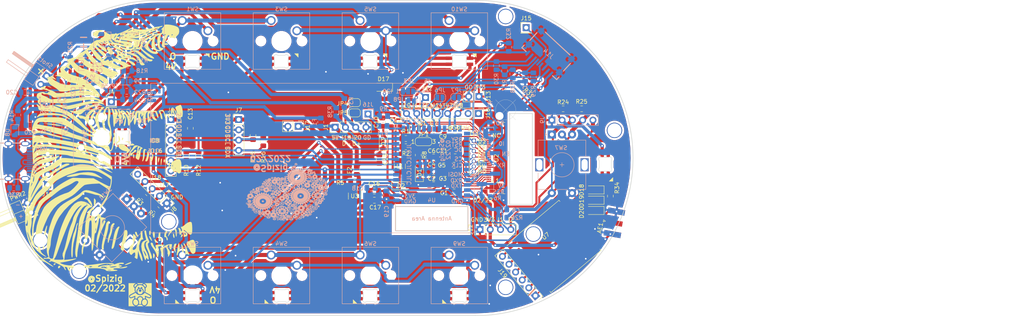
<source format=kicad_pcb>
(kicad_pcb (version 20171130) (host pcbnew "(5.1.10)-1")
  (title_block (date "sam. 04 avril 2015"))
  (layers (0 F.Cu signal hide) (31 B.Cu signal hide) (34 B.Paste user) (35 F.Paste user hide) (36 B.SilkS user) (37 F.SilkS user) (38 B.Mask user hide) (39 F.Mask user) (44 Edge.Cuts user))
  (net 0 "")
  (net 1 GND)
  (net 2 +5V)
  (net 3 "Net-(C7-Pad2)")
  (net 4 +3.3VP)
  (net 5 "Net-(C1-Pad2)")
  (net 6 "Net-(C2-Pad2)")
  (net 7 "Net-(C3-Pad2)")
  (net 8 "Net-(C4-Pad2)")
  (net 9 "Net-(C6-Pad2)")
  (net 10 "Net-(C9-Pad2)")
  (net 11 "Net-(C10-Pad2)")
  (net 12 "Net-(C11-Pad2)")
  (net 13 "Net-(Q1-Pad1)")
  (net 14 "Net-(C5-Pad2)")
  (net 15 "Net-(C10-Pad1)")
  (net 16 /EPD_MOSI)
  (net 17 /EPD_BUSY)
  (net 18 /EPD_RST)
  (net 19 /EPD_DC)
  (net 20 /EPD_CS)
  (net 21 /EPD_CLK)
  (net 22 /EN)
  (net 23 /G0)
  (net 24 /RXD_U)
  (net 25 /TXD_U)
  (net 26 "Net-(R5-Pad1)")
  (net 27 /WS2812)
  (net 28 /IO48)
  (net 29 /IO47)
  (net 30 /IO21)
  (net 31 /IO14)
  (net 32 /D+)
  (net 33 /D-)
  (net 34 /IO15)
  (net 35 /IO09)
  (net 36 /SEL_R)
  (net 37 "Net-(JP1-Pad3)")
  (net 38 /SEL1)
  (net 39 "Net-(R9-Pad2)")
  (net 40 /GPIO12)
  (net 41 VDC)
  (net 42 "Net-(C22-Pad2)")
  (net 43 /DONE)
  (net 44 "Net-(D4-Pad2)")
  (net 45 "Net-(D8-Pad1)")
  (net 46 /I2C_PU)
  (net 47 /I2C_PU2)
  (net 48 "Net-(R13-Pad1)")
  (net 49 "Net-(R14-Pad2)")
  (net 50 "Net-(R19-Pad2)")
  (net 51 "Net-(R20-Pad1)")
  (net 52 "Net-(R21-Pad2)")
  (net 53 "Net-(R21-Pad1)")
  (net 54 "Net-(RV1-Pad1)")
  (net 55 "Net-(U3-Pad4)")
  (net 56 "Net-(U4-Pad31)")
  (net 57 /COL1)
  (net 58 /COL2)
  (net 59 /COL3)
  (net 60 +5VA)
  (net 61 +BATT)
  (net 62 "Net-(R17-Pad2)")
  (net 63 /IO5)
  (net 64 /IO16)
  (net 65 /IO8)
  (net 66 /DAC1)
  (net 67 /DAC2)
  (net 68 "Net-(D11-Pad4)")
  (net 69 "Net-(D10-Pad4)")
  (net 70 "Net-(D11-Pad2)")
  (net 71 "Net-(D12-Pad2)")
  (net 72 "Net-(D13-Pad2)")
  (net 73 "Net-(D14-Pad2)")
  (net 74 "Net-(D15-Pad2)")
  (net 75 /WS_2)
  (net 76 "Net-(D12-Pad1)")
  (net 77 "Net-(J8-Pad5)")
  (net 78 "Net-(SW11-PadS2)")
  (net 79 +4V)
  (net 80 "Net-(D10-Pad2)")
  (net 81 /IO10)
  (net 82 /IO11)
  (net 83 /IO13)
  (net 84 /IO45)
  (net 85 "Net-(F2-Pad2)")
  (net 86 /EPD_MISO)
  (net 87 /IO1)
  (net 88 /IO2)
  (net 89 "Net-(U2-Pad24)")
  (net 90 "Net-(U2-Pad19)")
  (net 91 "Net-(U2-Pad18)")
  (net 92 /IO13_1)
  (net 93 /IO14_1)
  (net 94 "Net-(J10-Pad2)")
  (net 95 "Net-(J10-Pad1)")
  (net 96 "Net-(J14-Pad9)")
  (net 97 "Net-(J16-Pad1)")
  (net 98 "Net-(R11-Pad1)")
  (net 99 +5VD)
  (net 100 "Net-(U7-Pad12)")
  (net 101 "Net-(U7-Pad11)")
  (net 102 "Net-(U7-Pad7)")
  (net 103 /RFM_MOSI)
  (net 104 /RFM_MISO)
  (net 105 /RFM_CLK)
  (net 106 /RFM_CS)
  (net 107 /RFM_DIO)
  (net 108 /RFM_RST)
  (net 109 "Net-(AE1-Pad1)")
  (net 110 "Net-(D18-Pad2)")
  (net 111 "Net-(D19-Pad2)")
  (net 112 "Net-(D20-Pad2)")
  (net 113 "Net-(U8-PadA8)")
  (net 114 "Net-(U8-PadB8)")
  (net 115 /DP)
  (net 116 "Net-(R35-Pad1)")
  (net 117 "Net-(R36-Pad2)")
  (net 118 /DN)
  (module Brain:Brain (layer B.Cu) (at 145.894 110.41)
    (fp_text reference G*** hide)
    (fp_text value LOGO hide)
  )
  (module Symbol:baerklein (layer F.Cu) (at 109.572 135.81)
    (fp_text reference G*** hide)
    (fp_text value LOGO hide)
  )
  (module tp4056:zebra (layer F.Cu) (at 101.698 99.996 90)
    (fp_text reference G*** hide)
    (fp_text value LOGO hide)
  )
  (module Resistor_SMD:R_0805_2012Metric_Pad1.20x1.40mm_HandSolder (layer B.Cu) (at 158.086 90.598 90)
    (fp_text reference R38 (at 0 -1.524 90) (layer B.SilkS) (effects (justify mirror)))
    (fp_text value 0R)
    (pad 2 smd roundrect (at 1 0 90) (size 1.2 1.4) (layers B.Cu B.Paste B.Mask) (roundrect_rratio 0.2083325) (net 118 /DN))
    (pad 1 smd roundrect (at -1 0 90) (size 1.2 1.4) (layers B.Cu B.Paste B.Mask) (roundrect_rratio 0.2083325) (net 33 /D-))
  )
  (module Resistor_SMD:R_0805_2012Metric_Pad1.20x1.40mm_HandSolder (layer B.Cu) (at 160.118 88.312 90)
    (fp_text reference R37 (at 0 1.65 90) (layer B.SilkS) (effects (justify mirror)))
    (fp_text value 0R)
    (pad 2 smd roundrect (at 1 0 90) (size 1.2 1.4) (layers B.Cu B.Paste B.Mask) (roundrect_rratio 0.2083325) (net 115 /DP))
    (pad 1 smd roundrect (at -1 0 90) (size 1.2 1.4) (layers B.Cu B.Paste B.Mask) (roundrect_rratio 0.2083325) (net 32 /D+))
  )
  (module Resistor_SMD:R_0805_2012Metric_Pad1.15x1.40mm_HandSolder (layer B.Cu) (at 78.33 109.394)
    (fp_text reference R36 (at 0 1.65) (layer B.SilkS) (effects (justify mirror)))
    (fp_text value 5,1K)
    (pad 2 smd roundrect (at 1.025 0) (size 1.15 1.4) (layers B.Cu B.Paste B.Mask) (roundrect_rratio 0.2173904347826087) (net 117 "Net-(R36-Pad2)"))
    (pad 1 smd roundrect (at -1.025 0) (size 1.15 1.4) (layers B.Cu B.Paste B.Mask) (roundrect_rratio 0.2173904347826087) (net 1 GND))
  )
  (module Resistor_SMD:R_0805_2012Metric_Pad1.15x1.40mm_HandSolder (layer B.Cu) (at 85.188 97.964 180)
    (fp_text reference R35 (at 0 -1.778) (layer B.SilkS) (effects (justify mirror)))
    (fp_text value 1K)
    (pad 2 smd roundrect (at 1.025 0 180) (size 1.15 1.4) (layers B.Cu B.Paste B.Mask) (roundrect_rratio 0.2173904347826087) (net 1 GND))
    (pad 1 smd roundrect (at -1.025 0 180) (size 1.15 1.4) (layers B.Cu B.Paste B.Mask) (roundrect_rratio 0.2173904347826087) (net 116 "Net-(R35-Pad1)"))
  )
  (module tp4056:USB-C_SMD-TYPE-C-31-M-12 (layer B.Cu) (at 79.6 102.79 90)
    (fp_text reference U8 (at -0.175 4.03 -90) (layer B.SilkS) (effects (font (size 1.143 1.143) (thickness 0.152)) (justify left mirror)))
    (fp_text value KoreanHropartsElecTYPE-C-31-M-12 hide)
    (pad 0 thru_hole oval (at -4.325 -2.634 90) (size 1.2 1.8) (drill oval 0.8 1.4) (layers *.Cu *.Paste *.Mask) (net 1 GND))
    (pad 0 thru_hole oval (at -4.325 1.566 90) (size 1.2 2) (drill oval 0.8 1.6) (layers *.Cu *.Paste *.Mask) (net 1 GND))
    (pad 0 thru_hole oval (at 4.325 1.566 90) (size 1.2 2) (drill oval 0.8 1.6) (layers *.Cu *.Paste *.Mask) (net 1 GND))
    (pad 0 thru_hole oval (at 4.325 -2.634 90) (size 1.2 1.8) (drill oval 0.8 1.4) (layers *.Cu *.Paste *.Mask) (net 1 GND))
    (pad A12 smd rect (at 3.35 2.634 90) (size 0.3 1.3) (layers B.Cu B.Paste B.Mask) (net 1 GND))
    (pad B1 smd rect (at 3.05 2.634 90) (size 0.3 1.3) (layers B.Cu B.Paste B.Mask) (net 1 GND))
    (pad A9 smd rect (at 2.55 2.634 90) (size 0.3 1.3) (layers B.Cu B.Paste B.Mask) (net 99 +5VD))
    (pad B4 smd rect (at 2.25 2.634 90) (size 0.3 1.3) (layers B.Cu B.Paste B.Mask) (net 99 +5VD))
    (pad B9 smd rect (at -2.25 2.634 90) (size 0.3 1.3) (layers B.Cu B.Paste B.Mask) (net 99 +5VD))
    (pad A4 smd rect (at -2.55 2.634 90) (size 0.3 1.3) (layers B.Cu B.Paste B.Mask) (net 99 +5VD))
    (pad B12 smd rect (at -3.05 2.634 90) (size 0.3 1.3) (layers B.Cu B.Paste B.Mask) (net 1 GND))
    (pad A1 smd rect (at -3.35 2.634 90) (size 0.3 1.3) (layers B.Cu B.Paste B.Mask) (net 1 GND))
    (pad B5 smd rect (at 1.75 2.634 90) (size 0.3 1.3) (layers B.Cu B.Paste B.Mask) (net 116 "Net-(R35-Pad1)"))
    (pad A8 smd rect (at 1.25 2.634 90) (size 0.3 1.3) (layers B.Cu B.Paste B.Mask) (net 113 "Net-(U8-PadA8)"))
    (pad B6 smd rect (at 0.75 2.634 90) (size 0.3 1.3) (layers B.Cu B.Paste B.Mask) (net 115 /DP))
    (pad A7 smd rect (at 0.25 2.634 90) (size 0.3 1.3) (layers B.Cu B.Paste B.Mask) (net 118 /DN))
    (pad A6 smd rect (at -0.25 2.634 90) (size 0.3 1.3) (layers B.Cu B.Paste B.Mask) (net 115 /DP))
    (pad B7 smd rect (at -0.75 2.634 90) (size 0.3 1.3) (layers B.Cu B.Paste B.Mask) (net 118 /DN))
    (pad A5 smd rect (at -1.25 2.634 90) (size 0.3 1.3) (layers B.Cu B.Paste B.Mask) (net 117 "Net-(R36-Pad2)"))
    (pad B8 smd rect (at -1.75 2.634 90) (size 0.3 1.3) (layers B.Cu B.Paste B.Mask) (net 114 "Net-(U8-PadB8)"))
    (pad "" np_thru_hole circle (at 2.9 1.066 90) (size 0.75 0.75) (drill 0.75) (layers *.Cu *.Mask))
    (pad "" np_thru_hole circle (at -2.9 1.066 90) (size 0.75 0.75) (drill 0.75) (layers *.Cu *.Mask))
  )
  (module Connector_PinHeader_2.54mm:PinHeader_1x04_P2.54mm_Vertical (layer F.Cu) (at 193.646 119.7 90)
    (fp_text reference J12 (at 0 -2.33 90) (layer F.SilkS))
    (fp_text value Joystick)
    (pad 4 thru_hole oval (at 0 7.62 90) (size 1.7 1.7) (drill 1) (layers *.Cu *.Mask) (net 88 /IO2))
    (pad 3 thru_hole oval (at 0 5.08 90) (size 1.7 1.7) (drill 1) (layers *.Cu *.Mask) (net 87 /IO1))
    (pad 2 thru_hole oval (at 0 2.54 90) (size 1.7 1.7) (drill 1) (layers *.Cu *.Mask) (net 4 +3.3VP))
    (pad 1 thru_hole rect (at 0 0 90) (size 1.7 1.7) (drill 1) (layers *.Cu *.Mask) (net 1 GND))
  )
  (module Resistor_SMD:R_0805_2012Metric_Pad1.15x1.40mm_HandSolder (layer F.Cu) (at 225.904 111.426 270)
    (fp_text reference R34 (at -2.032 -1.65 90) (layer F.SilkS))
    (fp_text value 1K)
    (pad 2 smd roundrect (at 1.025 0 270) (size 1.15 1.4) (layers F.Cu F.Paste F.Mask) (roundrect_rratio 0.2173904347826087) (net 1 GND))
    (pad 1 smd roundrect (at -1.025 0 270) (size 1.15 1.4) (layers F.Cu F.Paste F.Mask) (roundrect_rratio 0.2173904347826087) (net 107 /RFM_DIO))
  )
  (module Diode_SMD:D_SOD-123 (layer F.Cu) (at 222.094 114.982 180)
    (fp_text reference D20 (at 3.302 -0.508 270) (layer F.SilkS))
    (fp_text value MBR0530)
    (pad 2 smd rect (at 1.65 0 180) (size 0.9 1.2) (layers F.Cu F.Paste F.Mask) (net 112 "Net-(D20-Pad2)"))
    (pad 1 smd rect (at -1.65 0 180) (size 0.9 1.2) (layers F.Cu F.Paste F.Mask) (net 107 /RFM_DIO))
  )
  (module Diode_SMD:D_SOD-123 (layer F.Cu) (at 222.094 112.442 180)
    (fp_text reference D19 (at 3.302 -0.254 270) (layer F.SilkS))
    (fp_text value MBR0530)
    (pad 2 smd rect (at 1.65 0 180) (size 0.9 1.2) (layers F.Cu F.Paste F.Mask) (net 111 "Net-(D19-Pad2)"))
    (pad 1 smd rect (at -1.65 0 180) (size 0.9 1.2) (layers F.Cu F.Paste F.Mask) (net 107 /RFM_DIO))
  )
  (module Diode_SMD:D_SOD-123 (layer F.Cu) (at 222.094 109.902 180)
    (fp_text reference D18 (at 3.302 0 90) (layer F.SilkS))
    (fp_text value MBR0530)
    (pad 2 smd rect (at 1.65 0 180) (size 0.9 1.2) (layers F.Cu F.Paste F.Mask) (net 110 "Net-(D18-Pad2)"))
    (pad 1 smd rect (at -1.65 0 180) (size 0.9 1.2) (layers F.Cu F.Paste F.Mask) (net 107 /RFM_DIO))
  )
  (module Connector_Coaxial:SMA_Samtec_SMA-J-P-H-ST-EM1_EdgeMount (layer F.Cu) (at 226.902556 118.03 350)
    (fp_text reference AE1 (at -3.264264 1.86517 80) (layer F.SilkS))
    (fp_text value Antenna_Shield)
    (pad 1 smd rect (at 0.2 0 80) (size 1.27 3.6) (layers F.Cu F.Paste F.Mask) (net 109 "Net-(AE1-Pad1)"))
    (pad 2 smd rect (at 0 -2.825 80) (size 1.35 4.2) (layers F.Cu F.Paste F.Mask) (net 1 GND))
    (pad 2 smd rect (at 0 2.825 80) (size 1.35 4.2) (layers F.Cu F.Paste F.Mask) (net 1 GND))
    (pad 2 smd rect (at 0 -2.825 80) (size 1.35 4.2) (layers B.Cu B.Paste B.Mask) (net 1 GND))
    (pad 2 smd rect (at 0 2.825 80) (size 1.35 4.2) (layers B.Cu B.Paste B.Mask) (net 1 GND))
  )
  (module Connector_PinHeader_2.54mm:PinHeader_1x06_P2.54mm_Vertical (layer F.Cu) (at 207.362 136.064 220)
    (fp_text reference J19 (at 2.634512 9.505234 130) (layer F.SilkS))
    (fp_text value Conn_01x06_Female)
    (pad 6 thru_hole oval (at 0 12.7 220) (size 1.7 1.7) (drill 1) (layers *.Cu *.Mask) (net 104 /RFM_MISO))
    (pad 5 thru_hole oval (at 0 10.16 220) (size 1.7 1.7) (drill 1) (layers *.Cu *.Mask) (net 103 /RFM_MOSI))
    (pad 4 thru_hole oval (at 0 7.62 220) (size 1.7 1.7) (drill 1) (layers *.Cu *.Mask) (net 105 /RFM_CLK))
    (pad 3 thru_hole oval (at 0 5.08 220) (size 1.7 1.7) (drill 1) (layers *.Cu *.Mask) (net 106 /RFM_CS))
    (pad 2 thru_hole oval (at 0 2.54 220) (size 1.7 1.7) (drill 1) (layers *.Cu *.Mask) (net 108 /RFM_RST))
    (pad 1 thru_hole rect (at 0 0 220) (size 1.7 1.7) (drill 1) (layers *.Cu *.Mask) (net 107 /RFM_DIO))
  )
  (module RF_Module:HOPERF_RFM9XW_SMD (layer F.Cu) (at 212.188 123.872 40)
    (fp_text reference U7 (at -0.118497 -3.415165 220) (layer F.SilkS))
    (fp_text value RFM95W-868S2)
    (pad 16 smd rect (at 8 -7 40) (size 2 1) (layers F.Cu F.Paste F.Mask) (net 110 "Net-(D18-Pad2)"))
    (pad 15 smd rect (at 8 -5 40) (size 2 1) (layers F.Cu F.Paste F.Mask) (net 111 "Net-(D19-Pad2)"))
    (pad 14 smd rect (at 8 -3 40) (size 2 1) (layers F.Cu F.Paste F.Mask) (net 112 "Net-(D20-Pad2)"))
    (pad 13 smd rect (at 8 -1 40) (size 2 1) (layers F.Cu F.Paste F.Mask) (net 4 +3.3VP))
    (pad 12 smd rect (at 8 1 40) (size 2 1) (layers F.Cu F.Paste F.Mask) (net 100 "Net-(U7-Pad12)"))
    (pad 11 smd rect (at 8 3 40) (size 2 1) (layers F.Cu F.Paste F.Mask) (net 101 "Net-(U7-Pad11)"))
    (pad 10 smd rect (at 8 5 40) (size 2 1) (layers F.Cu F.Paste F.Mask) (net 1 GND))
    (pad 9 smd rect (at 8 7 40) (size 2 1) (layers F.Cu F.Paste F.Mask) (net 109 "Net-(AE1-Pad1)"))
    (pad 8 smd rect (at -8 7 40) (size 2 1) (layers F.Cu F.Paste F.Mask) (net 1 GND))
    (pad 7 smd rect (at -8 5 40) (size 2 1) (layers F.Cu F.Paste F.Mask) (net 102 "Net-(U7-Pad7)"))
    (pad 6 smd rect (at -8 3 40) (size 2 1) (layers F.Cu F.Paste F.Mask) (net 108 /RFM_RST))
    (pad 5 smd rect (at -8 1 40) (size 2 1) (layers F.Cu F.Paste F.Mask) (net 106 /RFM_CS))
    (pad 4 smd rect (at -8 -1 40) (size 2 1) (layers F.Cu F.Paste F.Mask) (net 105 /RFM_CLK))
    (pad 3 smd rect (at -8 -3 40) (size 2 1) (layers F.Cu F.Paste F.Mask) (net 103 /RFM_MOSI))
    (pad 2 smd rect (at -8 -5 40) (size 2 1) (layers F.Cu F.Paste F.Mask) (net 104 /RFM_MISO))
    (pad 1 smd rect (at -8 -7 40) (size 2 1) (layers F.Cu F.Paste F.Mask) (net 1 GND))
  )
  (module Diode_SMD:D_SOD-123 (layer B.Cu) (at 89.252 95.424 270)
    (fp_text reference D7 (at 0 -2.032 90) (layer B.SilkS) (effects (justify mirror)))
    (fp_text value MBR0530)
    (pad 2 smd rect (at 1.65 0 270) (size 0.9 1.2) (layers B.Cu B.Paste B.Mask) (net 99 +5VD))
    (pad 1 smd rect (at -1.65 0 270) (size 0.9 1.2) (layers B.Cu B.Paste B.Mask) (net 41 VDC))
  )
  (module Package_TO_SOT_SMD:SOT-23 (layer B.Cu) (at 90.268 85.264)
    (fp_text reference SI3 (at 0 2.5) (layer B.SilkS) (effects (justify mirror)))
    (fp_text value SI2301CDS)
    (pad 3 smd rect (at 1 0) (size 0.9 0.8) (layers B.Cu B.Paste B.Mask) (net 61 +BATT))
    (pad 2 smd rect (at -1 -0.95) (size 0.9 0.8) (layers B.Cu B.Paste B.Mask) (net 41 VDC))
    (pad 1 smd rect (at -1 0.95) (size 0.9 0.8) (layers B.Cu B.Paste B.Mask) (net 99 +5VD))
  )
  (module Resistor_SMD:R_0805_2012Metric_Pad1.15x1.40mm_HandSolder (layer B.Cu) (at 89.252 90.09 270)
    (fp_text reference R33 (at 0 -1.778 90) (layer B.SilkS) (effects (justify mirror)))
    (fp_text value 100K)
    (pad 2 smd roundrect (at 1.025 0 270) (size 1.15 1.4) (layers B.Cu B.Paste B.Mask) (roundrect_rratio 0.2173904347826087) (net 1 GND))
    (pad 1 smd roundrect (at -1.025 0 270) (size 1.15 1.4) (layers B.Cu B.Paste B.Mask) (roundrect_rratio 0.2173904347826087) (net 99 +5VD))
  )
  (module Connector_PinHeader_2.54mm:PinHeader_1x04_P2.54mm_Vertical (layer F.Cu) (at 86.712 108.632 180)
    (fp_text reference J18 (at 0 -2.33) (layer F.SilkS))
    (fp_text value P1)
    (pad 4 thru_hole oval (at 0 7.62 180) (size 1.7 1.7) (drill 1) (layers *.Cu *.Mask) (net 1 GND))
    (pad 3 thru_hole oval (at 0 5.08 180) (size 1.7 1.7) (drill 1) (layers *.Cu *.Mask) (net 115 /DP))
    (pad 2 thru_hole oval (at 0 2.54 180) (size 1.7 1.7) (drill 1) (layers *.Cu *.Mask) (net 118 /DN))
    (pad 1 thru_hole rect (at 0 0 180) (size 1.7 1.7) (drill 1) (layers *.Cu *.Mask) (net 99 +5VD))
  )
  (module Connector_PinHeader_2.54mm:PinHeader_1x02_P2.54mm_Vertical (layer F.Cu) (at 148.688 94.154 270)
    (fp_text reference J17 (at 0 -2.33 90) (layer F.SilkS))
    (fp_text value PWR_SEL)
    (pad 2 thru_hole oval (at 0 2.54 270) (size 1.7 1.7) (drill 1) (layers *.Cu *.Mask) (net 1 GND))
    (pad 1 thru_hole rect (at 0 0 270) (size 1.7 1.7) (drill 1) (layers *.Cu *.Mask) (net 2 +5V))
  )
  (module Resistor_SMD:R_0805_2012Metric_Pad1.20x1.40mm_HandSolder (layer B.Cu) (at 169.644 94.066 180)
    (fp_text reference R11 (at 0.128 -1.866) (layer B.SilkS) (effects (justify mirror)))
    (fp_text value 10K)
    (pad 2 smd roundrect (at 1 0 180) (size 1.2 1.4) (layers B.Cu B.Paste B.Mask) (roundrect_rratio 0.2083325) (net 97 "Net-(J16-Pad1)"))
    (pad 1 smd roundrect (at -1 0 180) (size 1.2 1.4) (layers B.Cu B.Paste B.Mask) (roundrect_rratio 0.2083325) (net 98 "Net-(R11-Pad1)"))
  )
  (module Connector_PinHeader_2.54mm:PinHeader_1x01_P2.54mm_Vertical (layer B.Cu) (at 165.96 91.106 180)
    (fp_text reference J16 (at 0 2.33) (layer B.SilkS) (effects (justify mirror)))
    (fp_text value Conn_01x01_Male)
    (pad 1 thru_hole rect (at 0 0 180) (size 1.7 1.7) (drill 1) (layers *.Cu *.Mask) (net 97 "Net-(J16-Pad1)"))
  )
  (module Connector_PinHeader_2.54mm:PinHeader_1x01_P2.54mm_Vertical (layer F.Cu) (at 205.076 69.77)
    (fp_text reference J15 (at 0 -2.33) (layer F.SilkS))
    (fp_text value Conn_01x01_Male)
    (pad 1 thru_hole rect (at 0 0) (size 1.7 1.7) (drill 1) (layers *.Cu *.Mask) (net 96 "Net-(J14-Pad9)"))
  )
  (module Capacitor_SMD:C_0805_2012Metric_Pad1.15x1.40mm_HandSolder (layer B.Cu) (at 86.204 91.868 180)
    (fp_text reference C26 (at 0 1.27) (layer B.SilkS) (effects (justify mirror)))
    (fp_text value 100nF)
    (pad 2 smd roundrect (at 1.025 0 180) (size 1.15 1.4) (layers B.Cu B.Paste B.Mask) (roundrect_rratio 0.2173904347826087) (net 1 GND))
    (pad 1 smd roundrect (at -1.025 0 180) (size 1.15 1.4) (layers B.Cu B.Paste B.Mask) (roundrect_rratio 0.2173904347826087) (net 99 +5VD))
  )
  (module Capacitor_SMD:C_0805_2012Metric_Pad1.15x1.40mm_HandSolder (layer B.Cu) (at 86.204 93.9 180)
    (fp_text reference C25 (at 0 -1.524) (layer B.SilkS) (effects (justify mirror)))
    (fp_text value 1uF)
    (pad 2 smd roundrect (at 1.025 0 180) (size 1.15 1.4) (layers B.Cu B.Paste B.Mask) (roundrect_rratio 0.2173904347826087) (net 1 GND))
    (pad 1 smd roundrect (at -1.025 0 180) (size 1.15 1.4) (layers B.Cu B.Paste B.Mask) (roundrect_rratio 0.2173904347826087) (net 99 +5VD))
  )
  (module tp4056:SOT-23-5_L3.0-W1.7-P0.95-LS2.8-BR (layer B.Cu) (at 86.458 88.566 90)
    (fp_text reference U6 (at -0.064 -1.27 180) (layer B.SilkS) (effects (font (size 1.143 1.143) (thickness 0.152)) (justify right mirror)))
    (fp_text value TP4065 hide)
    (pad 1 smd rect (at 1.3 -0.95 90) (size 1 0.6) (layers B.Cu B.Paste B.Mask) (net 49 "Net-(R14-Pad2)"))
    (pad 2 smd rect (at 1.3 0 90) (size 1 0.6) (layers B.Cu B.Paste B.Mask) (net 1 GND))
    (pad 3 smd rect (at 1.3 0.95 90) (size 1 0.6) (layers B.Cu B.Paste B.Mask) (net 61 +BATT))
    (pad 4 smd rect (at -1.3 0.95 90) (size 1 0.6) (layers B.Cu B.Paste B.Mask) (net 99 +5VD))
    (pad 5 smd rect (at -1.3 -0.95 90) (size 1 0.6) (layers B.Cu B.Paste B.Mask) (net 51 "Net-(R20-Pad1)"))
  )
  (module Resistor_SMD:R_0805_2012Metric_Pad1.15x1.40mm_HandSolder (layer B.Cu) (at 200.758 74.596 270)
    (fp_text reference R32 (at -3.302 0 90) (layer B.SilkS) (effects (justify mirror)))
    (fp_text value 10k)
    (pad 2 smd roundrect (at 1.025 0 270) (size 1.15 1.4) (layers B.Cu B.Paste B.Mask) (roundrect_rratio 0.2173904347826087) (net 81 /IO10))
    (pad 1 smd roundrect (at -1.025 0 270) (size 1.15 1.4) (layers B.Cu B.Paste B.Mask) (roundrect_rratio 0.2173904347826087) (net 4 +3.3VP))
  )
  (module Resistor_SMD:R_0805_2012Metric_Pad1.15x1.40mm_HandSolder (layer F.Cu) (at 206.854 84.756 135)
    (fp_text reference R31 (at 0 -1.65 135) (layer F.SilkS))
    (fp_text value 10k)
    (pad 2 smd roundrect (at 1.025 0 135) (size 1.15 1.4) (layers F.Cu F.Paste F.Mask) (roundrect_rratio 0.2173904347826087) (net 4 +3.3VP))
    (pad 1 smd roundrect (at -1.025 0 135) (size 1.15 1.4) (layers F.Cu F.Paste F.Mask) (roundrect_rratio 0.2173904347826087) (net 28 /IO48))
  )
  (module Resistor_SMD:R_0805_2012Metric_Pad1.15x1.40mm_HandSolder (layer B.Cu) (at 197.71 79.168 90)
    (fp_text reference R30 (at -3.302 0 90) (layer B.SilkS) (effects (justify mirror)))
    (fp_text value 10k)
    (pad 2 smd roundrect (at 1.025 0 90) (size 1.15 1.4) (layers B.Cu B.Paste B.Mask) (roundrect_rratio 0.2173904347826087) (net 82 /IO11))
    (pad 1 smd roundrect (at -1.025 0 90) (size 1.15 1.4) (layers B.Cu B.Paste B.Mask) (roundrect_rratio 0.2173904347826087) (net 4 +3.3VP))
  )
  (module Resistor_SMD:R_0805_2012Metric_Pad1.15x1.40mm_HandSolder (layer B.Cu) (at 206.854 81.962 90)
    (fp_text reference R29 (at -3.556 0 90) (layer B.SilkS) (effects (justify mirror)))
    (fp_text value 10k)
    (pad 2 smd roundrect (at 1.025 0 90) (size 1.15 1.4) (layers B.Cu B.Paste B.Mask) (roundrect_rratio 0.2173904347826087) (net 4 +3.3VP))
    (pad 1 smd roundrect (at -1.025 0 90) (size 1.15 1.4) (layers B.Cu B.Paste B.Mask) (roundrect_rratio 0.2173904347826087) (net 29 /IO47))
  )
  (module Resistor_SMD:R_0805_2012Metric_Pad1.15x1.40mm_HandSolder (layer B.Cu) (at 201.774 81.2 270)
    (fp_text reference R28 (at 3.302 0 90) (layer B.SilkS) (effects (justify mirror)))
    (fp_text value 10k)
    (pad 2 smd roundrect (at 1.025 0 270) (size 1.15 1.4) (layers B.Cu B.Paste B.Mask) (roundrect_rratio 0.2173904347826087) (net 93 /IO14_1))
    (pad 1 smd roundrect (at -1.025 0 270) (size 1.15 1.4) (layers B.Cu B.Paste B.Mask) (roundrect_rratio 0.2173904347826087) (net 4 +3.3VP))
  )
  (module Resistor_SMD:R_0805_2012Metric_Pad1.15x1.40mm_HandSolder (layer B.Cu) (at 199.742 80.438 90)
    (fp_text reference R27 (at -3.556 0 90) (layer B.SilkS) (effects (justify mirror)))
    (fp_text value 10k)
    (pad 2 smd roundrect (at 1.025 0 90) (size 1.15 1.4) (layers B.Cu B.Paste B.Mask) (roundrect_rratio 0.2173904347826087) (net 92 /IO13_1))
    (pad 1 smd roundrect (at -1.025 0 90) (size 1.15 1.4) (layers B.Cu B.Paste B.Mask) (roundrect_rratio 0.2173904347826087) (net 4 +3.3VP))
  )
  (module Capacitor_SMD:C_0805_2012Metric_Pad1.15x1.40mm_HandSolder (layer B.Cu) (at 204.822 81.962 270)
    (fp_text reference C23 (at 3.556 0 90) (layer B.SilkS) (effects (justify mirror)))
    (fp_text value 100nF)
    (pad 2 smd roundrect (at 1.025 0 270) (size 1.15 1.4) (layers B.Cu B.Paste B.Mask) (roundrect_rratio 0.2173904347826087) (net 1 GND))
    (pad 1 smd roundrect (at -1.025 0 270) (size 1.15 1.4) (layers B.Cu B.Paste B.Mask) (roundrect_rratio 0.2173904347826087) (net 4 +3.3VP))
  )
  (module tp4056:TF-SMD_XKTF-0803-0 (layer B.Cu) (at 210.41 76.374 137.5)
    (fp_text reference J14 (at 1.607073 0.249943 137.5) (layer B.SilkS) (effects (font (size 1.143 1.143) (thickness 0.152)) (justify right mirror)))
    (fp_text value Micro_SD_Card_Det_US hide)
    (pad 1 smd rect (at 3.85 -3.1 137.5) (size 0.5 1.5) (layers B.Cu B.Paste B.Mask) (net 81 /IO10))
    (pad 2 smd rect (at 2.75 -3.1 137.5) (size 0.5 1.5) (layers B.Cu B.Paste B.Mask) (net 82 /IO11))
    (pad 3 smd rect (at 1.65 -3.1 137.5) (size 0.5 1.5) (layers B.Cu B.Paste B.Mask) (net 92 /IO13_1))
    (pad 4 smd rect (at 0.9 -3.1 137.5) (size 0.5 1.5) (layers B.Cu B.Paste B.Mask) (net 4 +3.3VP))
    (pad 5 smd rect (at -0.55 -3.1 137.5) (size 0.5 1.5) (layers B.Cu B.Paste B.Mask) (net 93 /IO14_1))
    (pad 6 smd rect (at -1.65 -3.1 137.5) (size 0.5 1.5) (layers B.Cu B.Paste B.Mask) (net 1 GND))
    (pad 7 smd rect (at -2.75 -3.1 137.5) (size 0.5 1.5) (layers B.Cu B.Paste B.Mask) (net 29 /IO47))
    (pad 8 smd rect (at -3.85 -3.1 137.5) (size 0.5 1.5) (layers B.Cu B.Paste B.Mask) (net 28 /IO48))
    (pad 9 smd rect (at 0.2 -3.1 137.5) (size 0.5 1.5) (layers B.Cu B.Paste B.Mask) (net 96 "Net-(J14-Pad9)"))
    (pad 10 smd rect (at -5.1 -1.35 137.5) (size 1.3 1.4) (layers B.Cu B.Paste B.Mask) (net 1 GND))
    (pad 11 smd rect (at -5.1 3.1 137.5) (size 1.3 1.4) (layers B.Cu B.Paste B.Mask) (net 1 GND))
    (pad 12 smd rect (at 5.1 3.1 137.5) (size 1.3 1.4) (layers B.Cu B.Paste B.Mask) (net 1 GND))
    (pad 13 smd rect (at 5.1 -1.35 137.5) (size 1.3 1.4) (layers B.Cu B.Paste B.Mask) (net 1 GND))
  )
  (module Jumper:SolderJumper-2_P1.3mm_Open_RoundedPad1.0x1.5mm (layer B.Cu) (at 176.628 88.058 180)
    (fp_text reference JP8 (at 3.048 0.508) (layer B.SilkS) (effects (justify mirror)))
    (fp_text value Jumper_2_Open)
    (pad 2 smd custom (at 0.65 0 180) (size 1 0.5) (layers B.Cu B.Mask) (net 1 GND) (options (clearance outline) (anchor rect)) (primitives (gr_circle (center 0 -0.25) (end 0.5 -0.25) (width 0)) (gr_circle (center 0 0.25) (end 0.5 0.25) (width 0)) (gr_poly (pts (xy 0 0.75) (xy -0.5 0.75) (xy -0.5 -0.75) (xy 0 -0.75)) (width 0))))
    (pad 1 smd custom (at -0.65 0 180) (size 1 0.5) (layers B.Cu B.Mask) (net 82 /IO11) (options (clearance outline) (anchor rect)) (primitives (gr_circle (center 0 -0.25) (end 0.5 -0.25) (width 0)) (gr_circle (center 0 0.25) (end 0.5 0.25) (width 0)) (gr_poly (pts (xy 0 0.75) (xy 0.5 0.75) (xy 0.5 -0.75) (xy 0 -0.75)) (width 0))))
  )
  (module Connector_PinHeader_2.54mm:PinHeader_1x02_P2.54mm_Vertical (layer F.Cu) (at 193.392 86.788 270)
    (fp_text reference J13 (at 0 -2.33 90) (layer F.SilkS))
    (fp_text value PWR_SEL)
    (pad 2 thru_hole oval (at 0 2.54 270) (size 1.7 1.7) (drill 1) (layers *.Cu *.Mask) (net 1 GND))
    (pad 1 thru_hole rect (at 0 0 270) (size 1.7 1.7) (drill 1) (layers *.Cu *.Mask) (net 4 +3.3VP))
  )
  (module Jumper:SolderJumper-2_P1.3mm_Open_RoundedPad1.0x1.5mm (layer B.Cu) (at 187.836 87.042 180)
    (fp_text reference JP7 (at 0 1.8) (layer B.SilkS) (effects (justify mirror)))
    (fp_text value Jumper_2_Open)
    (pad 2 smd custom (at 0.65 0 180) (size 1 0.5) (layers B.Cu B.Mask) (net 93 /IO14_1) (options (clearance outline) (anchor rect)) (primitives (gr_circle (center 0 -0.25) (end 0.5 -0.25) (width 0)) (gr_circle (center 0 0.25) (end 0.5 0.25) (width 0)) (gr_poly (pts (xy 0 0.75) (xy -0.5 0.75) (xy -0.5 -0.75) (xy 0 -0.75)) (width 0))))
    (pad 1 smd custom (at -0.65 0 180) (size 1 0.5) (layers B.Cu B.Mask) (net 31 /IO14) (options (clearance outline) (anchor rect)) (primitives (gr_circle (center 0 -0.25) (end 0.5 -0.25) (width 0)) (gr_circle (center 0 0.25) (end 0.5 0.25) (width 0)) (gr_poly (pts (xy 0 0.75) (xy 0.5 0.75) (xy 0.5 -0.75) (xy 0 -0.75)) (width 0))))
  )
  (module Jumper:SolderJumper-2_P1.3mm_Open_RoundedPad1.0x1.5mm (layer B.Cu) (at 183.74 87.042 180)
    (fp_text reference JP6 (at 0 1.8) (layer B.SilkS) (effects (justify mirror)))
    (fp_text value Jumper_2_Open)
    (pad 2 smd custom (at 0.65 0 180) (size 1 0.5) (layers B.Cu B.Mask) (net 92 /IO13_1) (options (clearance outline) (anchor rect)) (primitives (gr_circle (center 0 -0.25) (end 0.5 -0.25) (width 0)) (gr_circle (center 0 0.25) (end 0.5 0.25) (width 0)) (gr_poly (pts (xy 0 0.75) (xy -0.5 0.75) (xy -0.5 -0.75) (xy 0 -0.75)) (width 0))))
    (pad 1 smd custom (at -0.65 0 180) (size 1 0.5) (layers B.Cu B.Mask) (net 83 /IO13) (options (clearance outline) (anchor rect)) (primitives (gr_circle (center 0 -0.25) (end 0.5 -0.25) (width 0)) (gr_circle (center 0 0.25) (end 0.5 0.25) (width 0)) (gr_poly (pts (xy 0 0.75) (xy 0.5 0.75) (xy 0.5 -0.75) (xy 0 -0.75)) (width 0))))
  )
  (module Jumper:SolderJumper-2_P1.3mm_Open_RoundedPad1.0x1.5mm (layer F.Cu) (at 162.658 90.852 180)
    (fp_text reference JP5 (at 3.048 0) (layer F.SilkS))
    (fp_text value Jumper_2_Open)
    (pad 2 smd custom (at 0.65 0 180) (size 1 0.5) (layers F.Cu F.Mask) (net 32 /D+) (options (clearance outline) (anchor rect)) (primitives (gr_circle (center 0 0.25) (end 0.5 0.25) (width 0)) (gr_circle (center 0 -0.25) (end 0.5 -0.25) (width 0)) (gr_poly (pts (xy 0 -0.75) (xy -0.5 -0.75) (xy -0.5 0.75) (xy 0 0.75)) (width 0))))
    (pad 1 smd custom (at -0.65 0 180) (size 1 0.5) (layers F.Cu F.Mask) (net 92 /IO13_1) (options (clearance outline) (anchor rect)) (primitives (gr_circle (center 0 0.25) (end 0.5 0.25) (width 0)) (gr_circle (center 0 -0.25) (end 0.5 -0.25) (width 0)) (gr_poly (pts (xy 0 -0.75) (xy 0.5 -0.75) (xy 0.5 0.75) (xy 0 0.75)) (width 0))))
  )
  (module Jumper:SolderJumper-2_P1.3mm_Open_RoundedPad1.0x1.5mm (layer F.Cu) (at 162.658 88.312 180)
    (fp_text reference JP4 (at 3.048 -0.254) (layer F.SilkS))
    (fp_text value Jumper_2_Open)
    (pad 2 smd custom (at 0.65 0 180) (size 1 0.5) (layers F.Cu F.Mask) (net 33 /D-) (options (clearance outline) (anchor rect)) (primitives (gr_circle (center 0 0.25) (end 0.5 0.25) (width 0)) (gr_circle (center 0 -0.25) (end 0.5 -0.25) (width 0)) (gr_poly (pts (xy 0 -0.75) (xy -0.5 -0.75) (xy -0.5 0.75) (xy 0 0.75)) (width 0))))
    (pad 1 smd custom (at -0.65 0 180) (size 1 0.5) (layers F.Cu F.Mask) (net 93 /IO14_1) (options (clearance outline) (anchor rect)) (primitives (gr_circle (center 0 0.25) (end 0.5 0.25) (width 0)) (gr_circle (center 0 -0.25) (end 0.5 -0.25) (width 0)) (gr_poly (pts (xy 0 -0.75) (xy 0.5 -0.75) (xy 0.5 0.75) (xy 0 0.75)) (width 0))))
  )
  (module tp4056:TE_2-1734839-4_1x24-1MP_P0.5mm_Horizontal_2 (layer F.Cu) (at 197.202 102.028 90)
    (fp_text reference U2 (at 0 0.508 90) (layer F.SilkS))
    (fp_text value FPCConn)
    (pad MP smd rect (at 7.42 0.35 90) (size 2.3 3.1) (layers F.Cu F.Paste F.Mask) (net 1 GND))
    (pad MP smd rect (at -7.42 0.35 90) (size 2.3 3.1) (layers F.Cu F.Paste F.Mask) (net 1 GND))
    (pad 24 smd rect (at 5.75 -1.35 90) (size 0.3 1.1) (layers F.Cu F.Paste F.Mask) (net 89 "Net-(U2-Pad24)"))
    (pad 23 smd rect (at 5.25 -1.35 90) (size 0.3 1.1) (layers F.Cu F.Paste F.Mask) (net 13 "Net-(Q1-Pad1)"))
    (pad 22 smd rect (at 4.75 -1.35 90) (size 0.3 1.1) (layers F.Cu F.Paste F.Mask) (net 36 /SEL_R))
    (pad 21 smd rect (at 4.25 -1.35 90) (size 0.3 1.1) (layers F.Cu F.Paste F.Mask) (net 3 "Net-(C7-Pad2)"))
    (pad 20 smd rect (at 3.75 -1.35 90) (size 0.3 1.1) (layers F.Cu F.Paste F.Mask) (net 10 "Net-(C9-Pad2)"))
    (pad 19 smd rect (at 3.25 -1.35 90) (size 0.3 1.1) (layers F.Cu F.Paste F.Mask) (net 90 "Net-(U2-Pad19)"))
    (pad 18 smd rect (at 2.75 -1.35 90) (size 0.3 1.1) (layers F.Cu F.Paste F.Mask) (net 91 "Net-(U2-Pad18)"))
    (pad 17 smd rect (at 2.25 -1.35 90) (size 0.3 1.1) (layers F.Cu F.Paste F.Mask) (net 1 GND))
    (pad 16 smd rect (at 1.75 -1.35 90) (size 0.3 1.1) (layers F.Cu F.Paste F.Mask) (net 17 /EPD_BUSY))
    (pad 15 smd rect (at 1.25 -1.35 90) (size 0.3 1.1) (layers F.Cu F.Paste F.Mask) (net 18 /EPD_RST))
    (pad 14 smd rect (at 0.75 -1.35 90) (size 0.3 1.1) (layers F.Cu F.Paste F.Mask) (net 19 /EPD_DC))
    (pad 13 smd rect (at 0.25 -1.35 90) (size 0.3 1.1) (layers F.Cu F.Paste F.Mask) (net 20 /EPD_CS))
    (pad 12 smd rect (at -0.25 -1.35 90) (size 0.3 1.1) (layers F.Cu F.Paste F.Mask) (net 21 /EPD_CLK))
    (pad 11 smd rect (at -0.75 -1.35 90) (size 0.3 1.1) (layers F.Cu F.Paste F.Mask) (net 16 /EPD_MOSI))
    (pad 10 smd rect (at -1.25 -1.35 90) (size 0.3 1.1) (layers F.Cu F.Paste F.Mask) (net 4 +3.3VP))
    (pad 9 smd rect (at -1.75 -1.35 90) (size 0.3 1.1) (layers F.Cu F.Paste F.Mask) (net 4 +3.3VP))
    (pad 8 smd rect (at -2.25 -1.35 90) (size 0.3 1.1) (layers F.Cu F.Paste F.Mask) (net 1 GND))
    (pad 7 smd rect (at -2.75 -1.35 90) (size 0.3 1.1) (layers F.Cu F.Paste F.Mask) (net 12 "Net-(C11-Pad2)"))
    (pad 6 smd rect (at -3.25 -1.35 90) (size 0.3 1.1) (layers F.Cu F.Paste F.Mask) (net 9 "Net-(C6-Pad2)"))
    (pad 5 smd rect (at -3.75 -1.35 90) (size 0.3 1.1) (layers F.Cu F.Paste F.Mask) (net 14 "Net-(C5-Pad2)"))
    (pad 4 smd rect (at -4.25 -1.35 90) (size 0.3 1.1) (layers F.Cu F.Paste F.Mask) (net 8 "Net-(C4-Pad2)"))
    (pad 3 smd rect (at -4.75 -1.35 90) (size 0.3 1.1) (layers F.Cu F.Paste F.Mask) (net 7 "Net-(C3-Pad2)"))
    (pad 2 smd rect (at -5.25 -1.35 90) (size 0.3 1.1) (layers F.Cu F.Paste F.Mask) (net 6 "Net-(C2-Pad2)"))
    (pad 1 smd rect (at -5.75 -1.35 90) (size 0.3 1.1) (layers F.Cu F.Paste F.Mask) (net 5 "Net-(C1-Pad2)"))
  )
  (module Connector_PinHeader_1.27mm:PinHeader_1x07_P1.27mm_Vertical (layer F.Cu) (at 192.122 97.74)
    (fp_text reference J11 (at 0 -1.695) (layer F.SilkS))
    (fp_text value Conn_01x07_Female)
    (pad 7 thru_hole oval (at 0 7.62) (size 1 1) (drill 0.65) (layers *.Cu *.Mask) (net 16 /EPD_MOSI))
    (pad 6 thru_hole oval (at 0 6.35) (size 1 1) (drill 0.65) (layers *.Cu *.Mask) (net 86 /EPD_MISO))
    (pad 5 thru_hole oval (at 0 5.08) (size 1 1) (drill 0.65) (layers *.Cu *.Mask) (net 21 /EPD_CLK))
    (pad 4 thru_hole oval (at 0 3.81) (size 1 1) (drill 0.65) (layers *.Cu *.Mask) (net 20 /EPD_CS))
    (pad 3 thru_hole oval (at 0 2.54) (size 1 1) (drill 0.65) (layers *.Cu *.Mask) (net 19 /EPD_DC))
    (pad 2 thru_hole oval (at 0 1.27) (size 1 1) (drill 0.65) (layers *.Cu *.Mask) (net 18 /EPD_RST))
    (pad 1 thru_hole rect (at 0 0) (size 1 1) (drill 0.65) (layers *.Cu *.Mask) (net 17 /EPD_BUSY))
  )
  (module Jumper:SolderJumper-3_P1.3mm_Bridged12_RoundedPad1.0x1.5mm_NumberLabels (layer B.Cu) (at 110.08 91.36)
    (fp_text reference JP2 (at 0 1.8) (layer B.SilkS) (effects (justify mirror)))
    (fp_text value Jumper_3_Bridged12)
    (fp_poly (pts (xy -0.9 0.3) (xy -0.4 0.3) (xy -0.4 -0.3) (xy -0.9 -0.3)) (layer B.Cu) (width 0))
    (fp_text user 1 (at -2.6 0) (layer B.SilkS) (effects (justify mirror)))
    (fp_text user 3 (at 2.6 0) (layer B.SilkS) (effects (justify mirror)))
    (pad 1 smd custom (at -1.3 0) (size 1 0.5) (layers B.Cu B.Mask) (net 41 VDC) (options (clearance outline) (anchor rect)) (primitives (gr_poly (pts (xy 0.55 0.75) (xy 0 0.75) (xy 0 -0.75) (xy 0.55 -0.75)) (width 0)) (gr_circle (center 0 -0.25) (end 0.5 -0.25) (width 0)) (gr_circle (center 0 0.25) (end 0.5 0.25) (width 0))))
    (pad 2 smd rect (at 0 0) (size 1 1.5) (layers B.Cu B.Mask) (net 79 +4V))
    (pad 3 smd custom (at 1.3 0) (size 1 0.5) (layers B.Cu B.Mask) (net 60 +5VA) (options (clearance outline) (anchor rect)) (primitives (gr_circle (center 0 -0.25) (end 0.5 -0.25) (width 0)) (gr_circle (center 0 0.25) (end 0.5 0.25) (width 0)) (gr_poly (pts (xy -0.55 0.75) (xy 0 0.75) (xy 0 -0.75) (xy -0.55 -0.75)) (width 0))))
  )
  (module Connector_PinHeader_2.54mm:PinHeader_1x01_P2.54mm_Vertical (layer F.Cu) (at 102.46 88.1)
    (fp_text reference J4 (at 0 -2.33) (layer F.SilkS))
    (fp_text value Conn_01x01_Male)
    (pad 1 thru_hole rect (at 0 0) (size 1.7 1.7) (drill 1) (layers *.Cu *.Mask) (net 43 /DONE))
  )
  (module tp4056:MX_SK6812MINI-E (layer B.Cu) (at 166.468 130.984 180)
    (fp_text reference D11 hide)
    (fp_text value WS2812B)
    (fp_line (start 0.794452 -6.579999) (end -0.794452 -6.579999) (layer Edge.Cuts) (width 0.1))
    (fp_line (start 1.699999 -4.377157) (end 1.699999 -5.782841) (layer Edge.Cuts) (width 0.1))
    (fp_line (start -0.794452 -3.58) (end 0.794453 -3.58) (layer Edge.Cuts) (width 0.1))
    (fp_line (start -1.699999 -5.782841) (end -1.699999 -4.377157) (layer Edge.Cuts) (width 0.1))
    (fp_arc (start -0.794452 -7.079999) (end -0.794452 -6.579999) (angle 30.2992623) (layer Edge.Cuts) (width 0.1))
    (fp_arc (start 0.794452 -7.079999) (end 1.046711 -6.648298) (angle 30.29933433) (layer Edge.Cuts) (width 0.1))
    (fp_arc (start 1.298969 -6.216597) (end 1.046711 -6.648298) (angle 146.0055121) (layer Edge.Cuts) (width 0.1))
    (fp_arc (start 2.199999 -5.782841) (end 1.699999 -5.782841) (angle 25.70617777) (layer Edge.Cuts) (width 0.1))
    (fp_arc (start 2.199999 -4.377157) (end 1.749484 -4.160279) (angle 25.70608136) (layer Edge.Cuts) (width 0.1))
    (fp_arc (start 1.298969 -3.943402) (end 1.749484 -4.160279) (angle 146.0053097) (layer Edge.Cuts) (width 0.1))
    (fp_arc (start 0.794453 -3.08) (end 0.794453 -3.58) (angle 30.29922831) (layer Edge.Cuts) (width 0.1))
    (fp_arc (start -0.794452 -3.08) (end -1.046711 -3.5117) (angle 30.29928212) (layer Edge.Cuts) (width 0.1))
    (fp_arc (start -1.298969 -3.943401) (end -1.046711 -3.5117) (angle 146.0054017) (layer Edge.Cuts) (width 0.1))
    (fp_arc (start -2.199999 -4.377157) (end -1.699999 -4.377157) (angle 25.70611954) (layer Edge.Cuts) (width 0.1))
    (fp_arc (start -2.199999 -5.782841) (end -1.749484 -5.999719) (angle 25.70611205) (layer Edge.Cuts) (width 0.1))
    (fp_arc (start -1.298969 -6.216596) (end -1.749484 -5.999719) (angle 146.0053744) (layer Edge.Cuts) (width 0.1))
    (pad 3 smd roundrect (at 2.6 -5.829999 270) (size 0.82 1.6) (layers F.Cu F.Paste F.Mask) (roundrect_rratio 0.1) (net 1 GND))
    (pad 4 smd roundrect (at 2.6 -4.329999 270) (size 0.82 1.6) (layers F.Cu F.Paste F.Mask) (roundrect_rratio 0.1) (net 68 "Net-(D11-Pad4)"))
    (pad 2 smd roundrect (at -2.6 -5.829999 270) (size 0.82 1.6) (layers F.Cu F.Paste F.Mask) (roundrect_rratio 0.1) (net 70 "Net-(D11-Pad2)"))
    (pad 1 smd roundrect (at -2.6 -4.329999 270) (size 0.82 1.6) (layers F.Cu F.Paste F.Mask) (roundrect_rratio 0.1) (net 79 +4V))
  )
  (module tp4056:MX_SK6812MINI-E (layer B.Cu) (at 219.554 103.552 270)
    (fp_text reference D10 hide)
    (fp_text value WS2812B)
    (fp_line (start 0.794452 -6.579999) (end -0.794452 -6.579999) (layer Edge.Cuts) (width 0.1))
    (fp_line (start 1.699999 -4.377157) (end 1.699999 -5.782841) (layer Edge.Cuts) (width 0.1))
    (fp_line (start -0.794452 -3.58) (end 0.794453 -3.58) (layer Edge.Cuts) (width 0.1))
    (fp_line (start -1.699999 -5.782841) (end -1.699999 -4.377157) (layer Edge.Cuts) (width 0.1))
    (fp_arc (start -0.794452 -7.079999) (end -0.794452 -6.579999) (angle 30.2992623) (layer Edge.Cuts) (width 0.1))
    (fp_arc (start 0.794452 -7.079999) (end 1.046711 -6.648298) (angle 30.29933433) (layer Edge.Cuts) (width 0.1))
    (fp_arc (start 1.298969 -6.216597) (end 1.046711 -6.648298) (angle 146.0055121) (layer Edge.Cuts) (width 0.1))
    (fp_arc (start 2.199999 -5.782841) (end 1.699999 -5.782841) (angle 25.70617777) (layer Edge.Cuts) (width 0.1))
    (fp_arc (start 2.199999 -4.377157) (end 1.749484 -4.160279) (angle 25.70608136) (layer Edge.Cuts) (width 0.1))
    (fp_arc (start 1.298969 -3.943402) (end 1.749484 -4.160279) (angle 146.0053097) (layer Edge.Cuts) (width 0.1))
    (fp_arc (start 0.794453 -3.08) (end 0.794453 -3.58) (angle 30.29922831) (layer Edge.Cuts) (width 0.1))
    (fp_arc (start -0.794452 -3.08) (end -1.046711 -3.5117) (angle 30.29928212) (layer Edge.Cuts) (width 0.1))
    (fp_arc (start -1.298969 -3.943401) (end -1.046711 -3.5117) (angle 146.0054017) (layer Edge.Cuts) (width 0.1))
    (fp_arc (start -2.199999 -4.377157) (end -1.699999 -4.377157) (angle 25.70611954) (layer Edge.Cuts) (width 0.1))
    (fp_arc (start -2.199999 -5.782841) (end -1.749484 -5.999719) (angle 25.70611205) (layer Edge.Cuts) (width 0.1))
    (fp_arc (start -1.298969 -6.216596) (end -1.749484 -5.999719) (angle 146.0053744) (layer Edge.Cuts) (width 0.1))
    (pad 3 smd roundrect (at 2.6 -5.829999) (size 0.82 1.6) (layers F.Cu F.Paste F.Mask) (roundrect_rratio 0.1) (net 1 GND))
    (pad 4 smd roundrect (at 2.6 -4.329999) (size 0.82 1.6) (layers F.Cu F.Paste F.Mask) (roundrect_rratio 0.1) (net 69 "Net-(D10-Pad4)"))
    (pad 2 smd roundrect (at -2.6 -5.829999) (size 0.82 1.6) (layers F.Cu F.Paste F.Mask) (roundrect_rratio 0.1) (net 80 "Net-(D10-Pad2)"))
    (pad 1 smd roundrect (at -2.6 -4.329999) (size 0.82 1.6) (layers F.Cu F.Paste F.Mask) (roundrect_rratio 0.1) (net 79 +4V))
  )
  (module tp4056:MX_SK6812MINI-E (layer B.Cu) (at 188.566 130.984 180)
    (fp_text reference D6 hide)
    (fp_text value WS2812B)
    (fp_line (start 0.794452 -6.579999) (end -0.794452 -6.579999) (layer Edge.Cuts) (width 0.1))
    (fp_line (start 1.699999 -4.377157) (end 1.699999 -5.782841) (layer Edge.Cuts) (width 0.1))
    (fp_line (start -0.794452 -3.58) (end 0.794453 -3.58) (layer Edge.Cuts) (width 0.1))
    (fp_line (start -1.699999 -5.782841) (end -1.699999 -4.377157) (layer Edge.Cuts) (width 0.1))
    (fp_arc (start -0.794452 -7.079999) (end -0.794452 -6.579999) (angle 30.2992623) (layer Edge.Cuts) (width 0.1))
    (fp_arc (start 0.794452 -7.079999) (end 1.046711 -6.648298) (angle 30.29933433) (layer Edge.Cuts) (width 0.1))
    (fp_arc (start 1.298969 -6.216597) (end 1.046711 -6.648298) (angle 146.0055121) (layer Edge.Cuts) (width 0.1))
    (fp_arc (start 2.199999 -5.782841) (end 1.699999 -5.782841) (angle 25.70617777) (layer Edge.Cuts) (width 0.1))
    (fp_arc (start 2.199999 -4.377157) (end 1.749484 -4.160279) (angle 25.70608136) (layer Edge.Cuts) (width 0.1))
    (fp_arc (start 1.298969 -3.943402) (end 1.749484 -4.160279) (angle 146.0053097) (layer Edge.Cuts) (width 0.1))
    (fp_arc (start 0.794453 -3.08) (end 0.794453 -3.58) (angle 30.29922831) (layer Edge.Cuts) (width 0.1))
    (fp_arc (start -0.794452 -3.08) (end -1.046711 -3.5117) (angle 30.29928212) (layer Edge.Cuts) (width 0.1))
    (fp_arc (start -1.298969 -3.943401) (end -1.046711 -3.5117) (angle 146.0054017) (layer Edge.Cuts) (width 0.1))
    (fp_arc (start -2.199999 -4.377157) (end -1.699999 -4.377157) (angle 25.70611954) (layer Edge.Cuts) (width 0.1))
    (fp_arc (start -2.199999 -5.782841) (end -1.749484 -5.999719) (angle 25.70611205) (layer Edge.Cuts) (width 0.1))
    (fp_arc (start -1.298969 -6.216596) (end -1.749484 -5.999719) (angle 146.0053744) (layer Edge.Cuts) (width 0.1))
    (pad 3 smd roundrect (at 2.6 -5.829999 270) (size 0.82 1.6) (layers F.Cu F.Paste F.Mask) (roundrect_rratio 0.1) (net 1 GND))
    (pad 4 smd roundrect (at 2.6 -4.329999 270) (size 0.82 1.6) (layers F.Cu F.Paste F.Mask) (roundrect_rratio 0.1) (net 70 "Net-(D11-Pad2)"))
    (pad 2 smd roundrect (at -2.6 -5.829999 270) (size 0.82 1.6) (layers F.Cu F.Paste F.Mask) (roundrect_rratio 0.1) (net 69 "Net-(D10-Pad4)"))
    (pad 1 smd roundrect (at -2.6 -4.329999 270) (size 0.82 1.6) (layers F.Cu F.Paste F.Mask) (roundrect_rratio 0.1) (net 79 +4V))
  )
  (module tp4056:MX_SK6812MINI-E (layer B.Cu) (at 144.624 130.984 180)
    (fp_text reference D5 hide)
    (fp_text value WS2812B)
    (fp_line (start 0.794452 -6.579999) (end -0.794452 -6.579999) (layer Edge.Cuts) (width 0.1))
    (fp_line (start 1.699999 -4.377157) (end 1.699999 -5.782841) (layer Edge.Cuts) (width 0.1))
    (fp_line (start -0.794452 -3.58) (end 0.794453 -3.58) (layer Edge.Cuts) (width 0.1))
    (fp_line (start -1.699999 -5.782841) (end -1.699999 -4.377157) (layer Edge.Cuts) (width 0.1))
    (fp_arc (start -0.794452 -7.079999) (end -0.794452 -6.579999) (angle 30.2992623) (layer Edge.Cuts) (width 0.1))
    (fp_arc (start 0.794452 -7.079999) (end 1.046711 -6.648298) (angle 30.29933433) (layer Edge.Cuts) (width 0.1))
    (fp_arc (start 1.298969 -6.216597) (end 1.046711 -6.648298) (angle 146.0055121) (layer Edge.Cuts) (width 0.1))
    (fp_arc (start 2.199999 -5.782841) (end 1.699999 -5.782841) (angle 25.70617777) (layer Edge.Cuts) (width 0.1))
    (fp_arc (start 2.199999 -4.377157) (end 1.749484 -4.160279) (angle 25.70608136) (layer Edge.Cuts) (width 0.1))
    (fp_arc (start 1.298969 -3.943402) (end 1.749484 -4.160279) (angle 146.0053097) (layer Edge.Cuts) (width 0.1))
    (fp_arc (start 0.794453 -3.08) (end 0.794453 -3.58) (angle 30.29922831) (layer Edge.Cuts) (width 0.1))
    (fp_arc (start -0.794452 -3.08) (end -1.046711 -3.5117) (angle 30.29928212) (layer Edge.Cuts) (width 0.1))
    (fp_arc (start -1.298969 -3.943401) (end -1.046711 -3.5117) (angle 146.0054017) (layer Edge.Cuts) (width 0.1))
    (fp_arc (start -2.199999 -4.377157) (end -1.699999 -4.377157) (angle 25.70611954) (layer Edge.Cuts) (width 0.1))
    (fp_arc (start -2.199999 -5.782841) (end -1.749484 -5.999719) (angle 25.70611205) (layer Edge.Cuts) (width 0.1))
    (fp_arc (start -1.298969 -6.216596) (end -1.749484 -5.999719) (angle 146.0053744) (layer Edge.Cuts) (width 0.1))
    (pad 3 smd roundrect (at 2.6 -5.829999 270) (size 0.82 1.6) (layers F.Cu F.Paste F.Mask) (roundrect_rratio 0.1) (net 1 GND))
    (pad 4 smd roundrect (at 2.6 -4.329999 270) (size 0.82 1.6) (layers F.Cu F.Paste F.Mask) (roundrect_rratio 0.1) (net 44 "Net-(D4-Pad2)"))
    (pad 2 smd roundrect (at -2.6 -5.829999 270) (size 0.82 1.6) (layers F.Cu F.Paste F.Mask) (roundrect_rratio 0.1) (net 68 "Net-(D11-Pad4)"))
    (pad 1 smd roundrect (at -2.6 -4.329999 270) (size 0.82 1.6) (layers F.Cu F.Paste F.Mask) (roundrect_rratio 0.1) (net 79 +4V))
  )
  (module tp4056:MX_SK6812MINI-E (layer B.Cu) (at 122.526 130.984 180)
    (fp_text reference D4 hide)
    (fp_text value WS2812B)
    (fp_line (start 0.794452 -6.579999) (end -0.794452 -6.579999) (layer Edge.Cuts) (width 0.1))
    (fp_line (start 1.699999 -4.377157) (end 1.699999 -5.782841) (layer Edge.Cuts) (width 0.1))
    (fp_line (start -0.794452 -3.58) (end 0.794453 -3.58) (layer Edge.Cuts) (width 0.1))
    (fp_line (start -1.699999 -5.782841) (end -1.699999 -4.377157) (layer Edge.Cuts) (width 0.1))
    (fp_arc (start -0.794452 -7.079999) (end -0.794452 -6.579999) (angle 30.2992623) (layer Edge.Cuts) (width 0.1))
    (fp_arc (start 0.794452 -7.079999) (end 1.046711 -6.648298) (angle 30.29933433) (layer Edge.Cuts) (width 0.1))
    (fp_arc (start 1.298969 -6.216597) (end 1.046711 -6.648298) (angle 146.0055121) (layer Edge.Cuts) (width 0.1))
    (fp_arc (start 2.199999 -5.782841) (end 1.699999 -5.782841) (angle 25.70617777) (layer Edge.Cuts) (width 0.1))
    (fp_arc (start 2.199999 -4.377157) (end 1.749484 -4.160279) (angle 25.70608136) (layer Edge.Cuts) (width 0.1))
    (fp_arc (start 1.298969 -3.943402) (end 1.749484 -4.160279) (angle 146.0053097) (layer Edge.Cuts) (width 0.1))
    (fp_arc (start 0.794453 -3.08) (end 0.794453 -3.58) (angle 30.29922831) (layer Edge.Cuts) (width 0.1))
    (fp_arc (start -0.794452 -3.08) (end -1.046711 -3.5117) (angle 30.29928212) (layer Edge.Cuts) (width 0.1))
    (fp_arc (start -1.298969 -3.943401) (end -1.046711 -3.5117) (angle 146.0054017) (layer Edge.Cuts) (width 0.1))
    (fp_arc (start -2.199999 -4.377157) (end -1.699999 -4.377157) (angle 25.70611954) (layer Edge.Cuts) (width 0.1))
    (fp_arc (start -2.199999 -5.782841) (end -1.749484 -5.999719) (angle 25.70611205) (layer Edge.Cuts) (width 0.1))
    (fp_arc (start -1.298969 -6.216596) (end -1.749484 -5.999719) (angle 146.0053744) (layer Edge.Cuts) (width 0.1))
    (pad 3 smd roundrect (at 2.6 -5.829999 270) (size 0.82 1.6) (layers F.Cu F.Paste F.Mask) (roundrect_rratio 0.1) (net 1 GND))
    (pad 4 smd roundrect (at 2.6 -4.329999 270) (size 0.82 1.6) (layers F.Cu F.Paste F.Mask) (roundrect_rratio 0.1) (net 75 /WS_2))
    (pad 2 smd roundrect (at -2.6 -5.829999 270) (size 0.82 1.6) (layers F.Cu F.Paste F.Mask) (roundrect_rratio 0.1) (net 44 "Net-(D4-Pad2)"))
    (pad 1 smd roundrect (at -2.6 -4.329999 270) (size 0.82 1.6) (layers F.Cu F.Paste F.Mask) (roundrect_rratio 0.1) (net 79 +4V))
  )
  (module tp4056:MX_SK6812MINI-E_REV (layer B.Cu) (at 100.1 96.948 270)
    (fp_text reference D16 hide)
    (fp_text value SK6812-MiniRev)
    (fp_line (start -0.794452 -3.58) (end 0.794452 -3.58) (layer Edge.Cuts) (width 0.1))
    (fp_line (start -1.699999 -5.782842) (end -1.699999 -4.377158) (layer Edge.Cuts) (width 0.1))
    (fp_line (start 0.794452 -6.579999) (end -0.794453 -6.579999) (layer Edge.Cuts) (width 0.1))
    (fp_line (start 1.699999 -4.377158) (end 1.699999 -5.782842) (layer Edge.Cuts) (width 0.1))
    (fp_arc (start 0.794452 -3.08) (end 0.794452 -3.58) (angle 30.2992623) (layer Edge.Cuts) (width 0.1))
    (fp_arc (start -0.794452 -3.08) (end -1.046711 -3.511701) (angle 30.29933433) (layer Edge.Cuts) (width 0.1))
    (fp_arc (start -1.298969 -3.943402) (end -1.046711 -3.511701) (angle 146.0055121) (layer Edge.Cuts) (width 0.1))
    (fp_arc (start -2.199999 -4.377158) (end -1.699999 -4.377158) (angle 25.70617777) (layer Edge.Cuts) (width 0.1))
    (fp_arc (start -2.199999 -5.782842) (end -1.749484 -5.99972) (angle 25.70608136) (layer Edge.Cuts) (width 0.1))
    (fp_arc (start -1.298969 -6.216597) (end -1.749484 -5.99972) (angle 146.0053097) (layer Edge.Cuts) (width 0.1))
    (fp_arc (start -0.794453 -7.079999) (end -0.794453 -6.579999) (angle 30.29922831) (layer Edge.Cuts) (width 0.1))
    (fp_arc (start 0.794452 -7.079999) (end 1.046711 -6.648299) (angle 30.29928212) (layer Edge.Cuts) (width 0.1))
    (fp_arc (start 1.298969 -6.216598) (end 1.046711 -6.648299) (angle 146.0054017) (layer Edge.Cuts) (width 0.1))
    (fp_arc (start 2.199999 -5.782842) (end 1.699999 -5.782842) (angle 25.70611954) (layer Edge.Cuts) (width 0.1))
    (fp_arc (start 2.199999 -4.377158) (end 1.749484 -4.16028) (angle 25.70611205) (layer Edge.Cuts) (width 0.1))
    (fp_arc (start 1.298969 -3.943403) (end 1.749484 -4.16028) (angle 146.0053744) (layer Edge.Cuts) (width 0.1))
    (pad 3 smd roundrect (at -2.6 -4.33 180) (size 0.82 1.6) (layers F.Cu F.Paste F.Mask) (roundrect_rratio 0.1) (net 1 GND))
    (pad 4 smd roundrect (at -2.6 -5.83 180) (size 0.82 1.6) (layers F.Cu F.Paste F.Mask) (roundrect_rratio 0.1) (net 74 "Net-(D15-Pad2)"))
    (pad 2 smd roundrect (at 2.6 -4.33 180) (size 0.82 1.6) (layers F.Cu F.Paste F.Mask) (roundrect_rratio 0.1) (net 75 /WS_2))
    (pad 1 smd roundrect (at 2.6 -5.83 180) (size 0.82 1.6) (layers F.Cu F.Paste F.Mask) (roundrect_rratio 0.1) (net 79 +4V))
  )
  (module tp4056:MX_SK6812MINI-E_REV (layer B.Cu) (at 144.5 73 180)
    (fp_text reference D14 hide)
    (fp_text value WS2812B)
    (fp_line (start -0.794452 -3.58) (end 0.794452 -3.58) (layer Edge.Cuts) (width 0.1))
    (fp_line (start -1.699999 -5.782842) (end -1.699999 -4.377158) (layer Edge.Cuts) (width 0.1))
    (fp_line (start 0.794452 -6.579999) (end -0.794453 -6.579999) (layer Edge.Cuts) (width 0.1))
    (fp_line (start 1.699999 -4.377158) (end 1.699999 -5.782842) (layer Edge.Cuts) (width 0.1))
    (fp_arc (start 0.794452 -3.08) (end 0.794452 -3.58) (angle 30.2992623) (layer Edge.Cuts) (width 0.1))
    (fp_arc (start -0.794452 -3.08) (end -1.046711 -3.511701) (angle 30.29933433) (layer Edge.Cuts) (width 0.1))
    (fp_arc (start -1.298969 -3.943402) (end -1.046711 -3.511701) (angle 146.0055121) (layer Edge.Cuts) (width 0.1))
    (fp_arc (start -2.199999 -4.377158) (end -1.699999 -4.377158) (angle 25.70617777) (layer Edge.Cuts) (width 0.1))
    (fp_arc (start -2.199999 -5.782842) (end -1.749484 -5.99972) (angle 25.70608136) (layer Edge.Cuts) (width 0.1))
    (fp_arc (start -1.298969 -6.216597) (end -1.749484 -5.99972) (angle 146.0053097) (layer Edge.Cuts) (width 0.1))
    (fp_arc (start -0.794453 -7.079999) (end -0.794453 -6.579999) (angle 30.29922831) (layer Edge.Cuts) (width 0.1))
    (fp_arc (start 0.794452 -7.079999) (end 1.046711 -6.648299) (angle 30.29928212) (layer Edge.Cuts) (width 0.1))
    (fp_arc (start 1.298969 -6.216598) (end 1.046711 -6.648299) (angle 146.0054017) (layer Edge.Cuts) (width 0.1))
    (fp_arc (start 2.199999 -5.782842) (end 1.699999 -5.782842) (angle 25.70611954) (layer Edge.Cuts) (width 0.1))
    (fp_arc (start 2.199999 -4.377158) (end 1.749484 -4.16028) (angle 25.70611205) (layer Edge.Cuts) (width 0.1))
    (fp_arc (start 1.298969 -3.943403) (end 1.749484 -4.16028) (angle 146.0053744) (layer Edge.Cuts) (width 0.1))
    (pad 3 smd roundrect (at -2.6 -4.33 90) (size 0.82 1.6) (layers F.Cu F.Paste F.Mask) (roundrect_rratio 0.1) (net 1 GND))
    (pad 4 smd roundrect (at -2.6 -5.83 90) (size 0.82 1.6) (layers F.Cu F.Paste F.Mask) (roundrect_rratio 0.1) (net 72 "Net-(D13-Pad2)"))
    (pad 2 smd roundrect (at 2.6 -4.33 90) (size 0.82 1.6) (layers F.Cu F.Paste F.Mask) (roundrect_rratio 0.1) (net 73 "Net-(D14-Pad2)"))
    (pad 1 smd roundrect (at 2.6 -5.83 90) (size 0.82 1.6) (layers F.Cu F.Paste F.Mask) (roundrect_rratio 0.1) (net 79 +4V))
  )
  (module tp4056:MX_SK6812MINI-E_REV (layer B.Cu) (at 166.468 73 180)
    (fp_text reference D13 hide)
    (fp_text value WS2812B)
    (fp_line (start -0.794452 -3.58) (end 0.794452 -3.58) (layer Edge.Cuts) (width 0.1))
    (fp_line (start -1.699999 -5.782842) (end -1.699999 -4.377158) (layer Edge.Cuts) (width 0.1))
    (fp_line (start 0.794452 -6.579999) (end -0.794453 -6.579999) (layer Edge.Cuts) (width 0.1))
    (fp_line (start 1.699999 -4.377158) (end 1.699999 -5.782842) (layer Edge.Cuts) (width 0.1))
    (fp_arc (start 0.794452 -3.08) (end 0.794452 -3.58) (angle 30.2992623) (layer Edge.Cuts) (width 0.1))
    (fp_arc (start -0.794452 -3.08) (end -1.046711 -3.511701) (angle 30.29933433) (layer Edge.Cuts) (width 0.1))
    (fp_arc (start -1.298969 -3.943402) (end -1.046711 -3.511701) (angle 146.0055121) (layer Edge.Cuts) (width 0.1))
    (fp_arc (start -2.199999 -4.377158) (end -1.699999 -4.377158) (angle 25.70617777) (layer Edge.Cuts) (width 0.1))
    (fp_arc (start -2.199999 -5.782842) (end -1.749484 -5.99972) (angle 25.70608136) (layer Edge.Cuts) (width 0.1))
    (fp_arc (start -1.298969 -6.216597) (end -1.749484 -5.99972) (angle 146.0053097) (layer Edge.Cuts) (width 0.1))
    (fp_arc (start -0.794453 -7.079999) (end -0.794453 -6.579999) (angle 30.29922831) (layer Edge.Cuts) (width 0.1))
    (fp_arc (start 0.794452 -7.079999) (end 1.046711 -6.648299) (angle 30.29928212) (layer Edge.Cuts) (width 0.1))
    (fp_arc (start 1.298969 -6.216598) (end 1.046711 -6.648299) (angle 146.0054017) (layer Edge.Cuts) (width 0.1))
    (fp_arc (start 2.199999 -5.782842) (end 1.699999 -5.782842) (angle 25.70611954) (layer Edge.Cuts) (width 0.1))
    (fp_arc (start 2.199999 -4.377158) (end 1.749484 -4.16028) (angle 25.70611205) (layer Edge.Cuts) (width 0.1))
    (fp_arc (start 1.298969 -3.943403) (end 1.749484 -4.16028) (angle 146.0053744) (layer Edge.Cuts) (width 0.1))
    (pad 3 smd roundrect (at -2.6 -4.33 90) (size 0.82 1.6) (layers F.Cu F.Paste F.Mask) (roundrect_rratio 0.1) (net 1 GND))
    (pad 4 smd roundrect (at -2.6 -5.83 90) (size 0.82 1.6) (layers F.Cu F.Paste F.Mask) (roundrect_rratio 0.1) (net 71 "Net-(D12-Pad2)"))
    (pad 2 smd roundrect (at 2.6 -4.33 90) (size 0.82 1.6) (layers F.Cu F.Paste F.Mask) (roundrect_rratio 0.1) (net 72 "Net-(D13-Pad2)"))
    (pad 1 smd roundrect (at 2.6 -5.83 90) (size 0.82 1.6) (layers F.Cu F.Paste F.Mask) (roundrect_rratio 0.1) (net 79 +4V))
  )
  (module tp4056:MX_SK6812MINI-E_REV (layer B.Cu) (at 188.566 73 180)
    (fp_text reference D12 hide)
    (fp_text value WS2812B)
    (fp_line (start -0.794452 -3.58) (end 0.794452 -3.58) (layer Edge.Cuts) (width 0.1))
    (fp_line (start -1.699999 -5.782842) (end -1.699999 -4.377158) (layer Edge.Cuts) (width 0.1))
    (fp_line (start 0.794452 -6.579999) (end -0.794453 -6.579999) (layer Edge.Cuts) (width 0.1))
    (fp_line (start 1.699999 -4.377158) (end 1.699999 -5.782842) (layer Edge.Cuts) (width 0.1))
    (fp_arc (start 0.794452 -3.08) (end 0.794452 -3.58) (angle 30.2992623) (layer Edge.Cuts) (width 0.1))
    (fp_arc (start -0.794452 -3.08) (end -1.046711 -3.511701) (angle 30.29933433) (layer Edge.Cuts) (width 0.1))
    (fp_arc (start -1.298969 -3.943402) (end -1.046711 -3.511701) (angle 146.0055121) (layer Edge.Cuts) (width 0.1))
    (fp_arc (start -2.199999 -4.377158) (end -1.699999 -4.377158) (angle 25.70617777) (layer Edge.Cuts) (width 0.1))
    (fp_arc (start -2.199999 -5.782842) (end -1.749484 -5.99972) (angle 25.70608136) (layer Edge.Cuts) (width 0.1))
    (fp_arc (start -1.298969 -6.216597) (end -1.749484 -5.99972) (angle 146.0053097) (layer Edge.Cuts) (width 0.1))
    (fp_arc (start -0.794453 -7.079999) (end -0.794453 -6.579999) (angle 30.29922831) (layer Edge.Cuts) (width 0.1))
    (fp_arc (start 0.794452 -7.079999) (end 1.046711 -6.648299) (angle 30.29928212) (layer Edge.Cuts) (width 0.1))
    (fp_arc (start 1.298969 -6.216598) (end 1.046711 -6.648299) (angle 146.0054017) (layer Edge.Cuts) (width 0.1))
    (fp_arc (start 2.199999 -5.782842) (end 1.699999 -5.782842) (angle 25.70611954) (layer Edge.Cuts) (width 0.1))
    (fp_arc (start 2.199999 -4.377158) (end 1.749484 -4.16028) (angle 25.70611205) (layer Edge.Cuts) (width 0.1))
    (fp_arc (start 1.298969 -3.943403) (end 1.749484 -4.16028) (angle 146.0053744) (layer Edge.Cuts) (width 0.1))
    (pad 3 smd roundrect (at -2.6 -4.33 90) (size 0.82 1.6) (layers F.Cu F.Paste F.Mask) (roundrect_rratio 0.1) (net 1 GND))
    (pad 4 smd roundrect (at -2.6 -5.83 90) (size 0.82 1.6) (layers F.Cu F.Paste F.Mask) (roundrect_rratio 0.1) (net 27 /WS2812))
    (pad 2 smd roundrect (at 2.6 -4.33 90) (size 0.82 1.6) (layers F.Cu F.Paste F.Mask) (roundrect_rratio 0.1) (net 71 "Net-(D12-Pad2)"))
    (pad 1 smd roundrect (at 2.6 -5.83 90) (size 0.82 1.6) (layers F.Cu F.Paste F.Mask) (roundrect_rratio 0.1) (net 76 "Net-(D12-Pad1)"))
  )
  (module tp4056:MX_SK6812MINI-E_REV (layer B.Cu) (at 122.526 73 180)
    (fp_text reference D15 hide)
    (fp_text value WS2812B)
    (fp_line (start -0.794452 -3.58) (end 0.794452 -3.58) (layer Edge.Cuts) (width 0.1))
    (fp_line (start -1.699999 -5.782842) (end -1.699999 -4.377158) (layer Edge.Cuts) (width 0.1))
    (fp_line (start 0.794452 -6.579999) (end -0.794453 -6.579999) (layer Edge.Cuts) (width 0.1))
    (fp_line (start 1.699999 -4.377158) (end 1.699999 -5.782842) (layer Edge.Cuts) (width 0.1))
    (fp_arc (start 0.794452 -3.08) (end 0.794452 -3.58) (angle 30.2992623) (layer Edge.Cuts) (width 0.1))
    (fp_arc (start -0.794452 -3.08) (end -1.046711 -3.511701) (angle 30.29933433) (layer Edge.Cuts) (width 0.1))
    (fp_arc (start -1.298969 -3.943402) (end -1.046711 -3.511701) (angle 146.0055121) (layer Edge.Cuts) (width 0.1))
    (fp_arc (start -2.199999 -4.377158) (end -1.699999 -4.377158) (angle 25.70617777) (layer Edge.Cuts) (width 0.1))
    (fp_arc (start -2.199999 -5.782842) (end -1.749484 -5.99972) (angle 25.70608136) (layer Edge.Cuts) (width 0.1))
    (fp_arc (start -1.298969 -6.216597) (end -1.749484 -5.99972) (angle 146.0053097) (layer Edge.Cuts) (width 0.1))
    (fp_arc (start -0.794453 -7.079999) (end -0.794453 -6.579999) (angle 30.29922831) (layer Edge.Cuts) (width 0.1))
    (fp_arc (start 0.794452 -7.079999) (end 1.046711 -6.648299) (angle 30.29928212) (layer Edge.Cuts) (width 0.1))
    (fp_arc (start 1.298969 -6.216598) (end 1.046711 -6.648299) (angle 146.0054017) (layer Edge.Cuts) (width 0.1))
    (fp_arc (start 2.199999 -5.782842) (end 1.699999 -5.782842) (angle 25.70611954) (layer Edge.Cuts) (width 0.1))
    (fp_arc (start 2.199999 -4.377158) (end 1.749484 -4.16028) (angle 25.70611205) (layer Edge.Cuts) (width 0.1))
    (fp_arc (start 1.298969 -3.943403) (end 1.749484 -4.16028) (angle 146.0053744) (layer Edge.Cuts) (width 0.1))
    (pad 3 smd roundrect (at -2.6 -4.33 90) (size 0.82 1.6) (layers F.Cu F.Paste F.Mask) (roundrect_rratio 0.1) (net 1 GND))
    (pad 4 smd roundrect (at -2.6 -5.83 90) (size 0.82 1.6) (layers F.Cu F.Paste F.Mask) (roundrect_rratio 0.1) (net 73 "Net-(D14-Pad2)"))
    (pad 2 smd roundrect (at 2.6 -4.33 90) (size 0.82 1.6) (layers F.Cu F.Paste F.Mask) (roundrect_rratio 0.1) (net 74 "Net-(D15-Pad2)"))
    (pad 1 smd roundrect (at 2.6 -5.83 90) (size 0.82 1.6) (layers F.Cu F.Paste F.Mask) (roundrect_rratio 0.1) (net 79 +4V))
  )
  (module Resistor_SMD:R_0805_2012Metric_Pad1.20x1.40mm_HandSolder (layer F.Cu) (at 163.166 105.076 270)
    (fp_text reference F2 (at 0 1.778 90) (layer F.SilkS))
    (fp_text value Fuse)
    (pad 2 smd roundrect (at 1 0 270) (size 1.2 1.4) (layers F.Cu F.Paste F.Mask) (roundrect_rratio 0.2083325) (net 85 "Net-(F2-Pad2)"))
    (pad 1 smd roundrect (at -1 0 270) (size 1.2 1.4) (layers F.Cu F.Paste F.Mask) (roundrect_rratio 0.2083325) (net 2 +5V))
  )
  (module Connector_PinHeader_2.54mm:PinHeader_1x08_P2.54mm_Vertical (layer F.Cu) (at 193.26 91 270)
    (fp_text reference J10 (at 0 -2.33 90) (layer F.SilkS))
    (fp_text value Conn_01x08_Male)
    (pad 8 thru_hole oval (at 0 17.78 270) (size 1.7 1.7) (drill 1) (layers *.Cu *.Mask) (net 81 /IO10))
    (pad 7 thru_hole oval (at 0 15.24 270) (size 1.7 1.7) (drill 1) (layers *.Cu *.Mask) (net 82 /IO11))
    (pad 6 thru_hole oval (at 0 12.7 270) (size 1.7 1.7) (drill 1) (layers *.Cu *.Mask) (net 92 /IO13_1))
    (pad 5 thru_hole oval (at 0 10.16 270) (size 1.7 1.7) (drill 1) (layers *.Cu *.Mask) (net 93 /IO14_1))
    (pad 4 thru_hole oval (at 0 7.62 270) (size 1.7 1.7) (drill 1) (layers *.Cu *.Mask) (net 29 /IO47))
    (pad 3 thru_hole oval (at 0 5.08 270) (size 1.7 1.7) (drill 1) (layers *.Cu *.Mask) (net 28 /IO48))
    (pad 2 thru_hole oval (at 0 2.54 270) (size 1.7 1.7) (drill 1) (layers *.Cu *.Mask) (net 94 "Net-(J10-Pad2)"))
    (pad 1 thru_hole rect (at 0 0 270) (size 1.7 1.7) (drill 1) (layers *.Cu *.Mask) (net 95 "Net-(J10-Pad1)"))
  )
  (module Resistor_SMD:R_0805_2012Metric_Pad1.15x1.40mm_HandSolder (layer F.Cu) (at 113.636 114.728 135)
    (fp_text reference R4 (at 0 -1.65 135) (layer F.SilkS))
    (fp_text value 10k)
    (pad 2 smd roundrect (at 1.025 0 135) (size 1.15 1.4) (layers F.Cu F.Paste F.Mask) (roundrect_rratio 0.2173904347826087) (net 79 +4V))
    (pad 1 smd roundrect (at -1.025 0 135) (size 1.15 1.4) (layers F.Cu F.Paste F.Mask) (roundrect_rratio 0.2173904347826087) (net 66 /DAC1))
  )
  (module Resistor_SMD:R_0805_2012Metric_Pad1.15x1.40mm_HandSolder (layer F.Cu) (at 110.588 111.68 135)
    (fp_text reference R3 (at 0 -1.65 135) (layer F.SilkS))
    (fp_text value 10k)
    (pad 2 smd roundrect (at 1.025 0 135) (size 1.15 1.4) (layers F.Cu F.Paste F.Mask) (roundrect_rratio 0.2173904347826087) (net 67 /DAC2))
    (pad 1 smd roundrect (at -1.025 0 135) (size 1.15 1.4) (layers F.Cu F.Paste F.Mask) (roundrect_rratio 0.2173904347826087) (net 79 +4V))
  )
  (module Diode_SMD:D_SOD-123 (layer F.Cu) (at 169.77 84.502 180)
    (fp_text reference D17 (at 0 2.032) (layer F.SilkS))
    (fp_text value MBR0530)
    (pad 2 smd rect (at 1.65 0 180) (size 0.9 1.2) (layers F.Cu F.Paste F.Mask) (net 79 +4V))
    (pad 1 smd rect (at -1.65 0 180) (size 0.9 1.2) (layers F.Cu F.Paste F.Mask) (net 76 "Net-(D12-Pad1)"))
  )
  (module Connector_PinHeader_2.54mm:PinHeader_1x01_P2.54mm_Vertical (layer B.Cu) (at 180.184 87.042)
    (fp_text reference J5 (at 0.508 -4.064) (layer B.SilkS) (effects (justify mirror)))
    (fp_text value Conn_01x01_Male)
    (pad 1 thru_hole rect (at 0 0) (size 1.7 1.7) (drill 1) (layers *.Cu *.Mask) (net 40 /GPIO12))
  )
  (module Jumper:SolderJumper-3_P1.3mm_Bridged12_RoundedPad1.0x1.5mm_NumberLabels (layer B.Cu) (at 175.866 85.518)
    (fp_text reference JP3 (at 0.254 -2.54) (layer B.SilkS) (effects (justify mirror)))
    (fp_text value Jumper_3_Bridged12)
    (fp_poly (pts (xy -0.9 0.3) (xy -0.4 0.3) (xy -0.4 -0.3) (xy -0.9 -0.3)) (layer B.Cu) (width 0))
    (fp_text user 1 (at -2.6 0) (layer B.SilkS) (effects (justify mirror)))
    (fp_text user 3 (at 2.6 0) (layer B.SilkS) (effects (justify mirror)))
    (pad 1 smd custom (at -1.3 0) (size 1 0.5) (layers B.Cu B.Mask) (net 81 /IO10) (options (clearance outline) (anchor rect)) (primitives (gr_poly (pts (xy 0.55 0.75) (xy 0 0.75) (xy 0 -0.75) (xy 0.55 -0.75)) (width 0)) (gr_circle (center 0 -0.25) (end 0.5 -0.25) (width 0)) (gr_circle (center 0 0.25) (end 0.5 0.25) (width 0))))
    (pad 2 smd rect (at 0 0) (size 1 1.5) (layers B.Cu B.Mask) (net 27 /WS2812))
    (pad 3 smd custom (at 1.3 0) (size 1 0.5) (layers B.Cu B.Mask) (net 40 /GPIO12) (options (clearance outline) (anchor rect)) (primitives (gr_circle (center 0 -0.25) (end 0.5 -0.25) (width 0)) (gr_circle (center 0 0.25) (end 0.5 0.25) (width 0)) (gr_poly (pts (xy -0.55 0.75) (xy 0 0.75) (xy 0 -0.75) (xy -0.55 -0.75)) (width 0))))
  )
  (module tp4056:RotaryEncoder_Alps_EC11E-Switch_Vertical_H20mm (layer B.Cu) (at 106.27 112.188 225)
    (fp_text reference SW11 (at 2.8 4.7 225) (layer B.SilkS) (effects (justify mirror)))
    (fp_text value Rotary_Encoder_Switch)
    (pad A thru_hole rect (at 0 0 225) (size 2 2) (drill 1) (layers *.Cu *.Mask) (net 67 /DAC2))
    (pad C thru_hole circle (at 0 -2.5 225) (size 2 2) (drill 1) (layers *.Cu *.Mask) (net 1 GND))
    (pad B thru_hole circle (at 0 -5 225) (size 2 2) (drill 1) (layers *.Cu *.Mask) (net 66 /DAC1))
    (pad MP thru_hole rect (at 7.5 3.1 225) (size 3.2 2) (drill oval 2.8 1.5) (layers *.Cu *.Mask))
    (pad MP thru_hole rect (at 7.5 -8.1 225) (size 3.2 2) (drill oval 2.8 1.5) (layers *.Cu *.Mask))
    (pad S2 thru_hole circle (at 14.5 0 225) (size 2 2) (drill 1) (layers *.Cu *.Mask) (net 78 "Net-(SW11-PadS2)"))
    (pad S1 thru_hole circle (at 14.5 -5 225) (size 2 2) (drill 1) (layers *.Cu *.Mask) (net 1 GND))
  )
  (module Connector_PinHeader_2.54mm:PinHeader_1x05_P2.54mm_Vertical (layer B.Cu) (at 211.426 92.63 270)
    (fp_text reference J9 (at 0 2.33 270) (layer B.SilkS) (effects (justify mirror)))
    (fp_text value Joystick2)
    (pad 5 thru_hole oval (at 0 -10.16 270) (size 1.7 1.7) (drill 1) (layers *.Cu *.Mask) (net 23 /G0))
    (pad 4 thru_hole oval (at 0 -7.62 270) (size 1.7 1.7) (drill 1) (layers *.Cu *.Mask) (net 88 /IO2))
    (pad 3 thru_hole oval (at 0 -5.08 270) (size 1.7 1.7) (drill 1) (layers *.Cu *.Mask) (net 87 /IO1))
    (pad 2 thru_hole oval (at 0 -2.54 270) (size 1.7 1.7) (drill 1) (layers *.Cu *.Mask) (net 79 +4V))
    (pad 1 thru_hole rect (at 0 0 270) (size 1.7 1.7) (drill 1) (layers *.Cu *.Mask) (net 1 GND))
  )
  (module Connector_PinHeader_2.54mm:PinHeader_1x05_P2.54mm_Vertical (layer F.Cu) (at 116.176 113.204 225)
    (fp_text reference J8 (at 0 -2.33 45) (layer F.SilkS))
    (fp_text value Joystick)
    (pad 5 thru_hole oval (at 0 10.16 225) (size 1.7 1.7) (drill 1) (layers *.Cu *.Mask) (net 77 "Net-(J8-Pad5)"))
    (pad 4 thru_hole oval (at 0 7.62 225) (size 1.7 1.7) (drill 1) (layers *.Cu *.Mask) (net 67 /DAC2))
    (pad 3 thru_hole oval (at 0 5.08 225) (size 1.7 1.7) (drill 1) (layers *.Cu *.Mask) (net 66 /DAC1))
    (pad 2 thru_hole oval (at 0 2.54 225) (size 1.7 1.7) (drill 1) (layers *.Cu *.Mask) (net 79 +4V))
    (pad 1 thru_hole rect (at 0 0 225) (size 1.7 1.7) (drill 1) (layers *.Cu *.Mask) (net 1 GND))
  )
  (module Connector_PinHeader_2.54mm:PinHeader_1x04_P2.54mm_Vertical (layer F.Cu) (at 157.832 94.408 90)
    (fp_text reference J1 (at 0 -2.33 90) (layer F.SilkS))
    (fp_text value USB)
    (pad 4 thru_hole oval (at 0 7.62 90) (size 1.7 1.7) (drill 1) (layers *.Cu *.Mask) (net 1 GND))
    (pad 3 thru_hole oval (at 0 5.08 90) (size 1.7 1.7) (drill 1) (layers *.Cu *.Mask) (net 32 /D+))
    (pad 2 thru_hole oval (at 0 2.54 90) (size 1.7 1.7) (drill 1) (layers *.Cu *.Mask) (net 33 /D-))
    (pad 1 thru_hole rect (at 0 0 90) (size 1.7 1.7) (drill 1) (layers *.Cu *.Mask) (net 2 +5V))
  )
  (module tp4056:RotaryEncoder_Alps_EC11E-Switch_Vertical_H20mm (layer B.Cu) (at 211.426 96.186 270)
    (fp_text reference SW7 (at 3.302 -2.286 180) (layer B.SilkS) (effects (justify mirror)))
    (fp_text value Rotary_Encoder_Switch)
    (pad A thru_hole rect (at 0 0 270) (size 2 2) (drill 1) (layers *.Cu *.Mask) (net 87 /IO1))
    (pad C thru_hole circle (at 0 -2.5 270) (size 2 2) (drill 1) (layers *.Cu *.Mask) (net 1 GND))
    (pad B thru_hole circle (at 0 -5 270) (size 2 2) (drill 1) (layers *.Cu *.Mask) (net 88 /IO2))
    (pad MP thru_hole rect (at 7.5 3.1 270) (size 3.2 2) (drill oval 2.8 1.5) (layers *.Cu *.Mask))
    (pad MP thru_hole rect (at 7.5 -8.1 270) (size 3.2 2) (drill oval 2.8 1.5) (layers *.Cu *.Mask))
    (pad S2 thru_hole circle (at 14.5 0 270) (size 2 2) (drill 1) (layers *.Cu *.Mask) (net 23 /G0))
    (pad S1 thru_hole circle (at 14.5 -5 270) (size 2 2) (drill 1) (layers *.Cu *.Mask) (net 1 GND))
  )
  (module tp4056:SW_Cherry_MX_1.00u_PCB (layer B.Cu) (at 186 68 180)
    (fp_text reference SW10 (at -2.54 2.794) (layer B.SilkS) (effects (justify mirror)))
    (fp_text value MX_SWITCH)
    (pad "" np_thru_hole circle (at 2.54 -5.08 180) (size 1.7 1.7) (drill 1.7) (layers *.Cu *.Mask))
    (pad "" np_thru_hole circle (at -7.62 -5.08 180) (size 1.7 1.7) (drill 1.7) (layers *.Cu *.Mask))
    (pad "" np_thru_hole circle (at -2.54 -5.08 180) (size 4 4) (drill 4) (layers *.Cu *.Mask))
    (pad 2 thru_hole circle (at -6.35 -2.54 180) (size 2.2 2.2) (drill 1.5) (layers *.Cu *.Mask) (net 35 /IO09))
    (pad 1 thru_hole circle (at 0 0 180) (size 2.2 2.2) (drill 1.5) (layers *.Cu *.Mask) (net 59 /COL3))
  )
  (module tp4056:SW_Cherry_MX_1.00u_PCB (layer B.Cu) (at 186 126 180)
    (fp_text reference SW9 (at -2.54 2.794) (layer B.SilkS) (effects (justify mirror)))
    (fp_text value MX_SWITCH)
    (pad "" np_thru_hole circle (at 2.54 -5.08 180) (size 1.7 1.7) (drill 1.7) (layers *.Cu *.Mask))
    (pad "" np_thru_hole circle (at -7.62 -5.08 180) (size 1.7 1.7) (drill 1.7) (layers *.Cu *.Mask))
    (pad "" np_thru_hole circle (at -2.54 -5.08 180) (size 4 4) (drill 4) (layers *.Cu *.Mask))
    (pad 2 thru_hole circle (at -6.35 -2.54 180) (size 2.2 2.2) (drill 1.5) (layers *.Cu *.Mask) (net 63 /IO5))
    (pad 1 thru_hole circle (at 0 0 180) (size 2.2 2.2) (drill 1.5) (layers *.Cu *.Mask) (net 59 /COL3))
  )
  (module tp4056:SW_Cherry_MX_1.00u_PCB (layer B.Cu) (at 95 99.488 270)
    (fp_text reference SW8 (at -3.048 -0.856 90) (layer B.SilkS) (effects (justify mirror)))
    (fp_text value MX_SWITCH)
    (pad "" np_thru_hole circle (at 2.54 -5.08 270) (size 1.7 1.7) (drill 1.7) (layers *.Cu *.Mask))
    (pad "" np_thru_hole circle (at -7.62 -5.08 270) (size 1.7 1.7) (drill 1.7) (layers *.Cu *.Mask))
    (pad "" np_thru_hole circle (at -2.54 -5.08 270) (size 4 4) (drill 4) (layers *.Cu *.Mask))
    (pad 2 thru_hole circle (at -6.35 -2.54 270) (size 2.2 2.2) (drill 1.5) (layers *.Cu *.Mask) (net 34 /IO15))
    (pad 1 thru_hole circle (at 0 0 270) (size 2.2 2.2) (drill 1.5) (layers *.Cu *.Mask) (net 59 /COL3))
  )
  (module tp4056:SW_Cherry_MX_1.00u_PCB (layer B.Cu) (at 164 126 180)
    (fp_text reference SW6 (at -2.54 2.794) (layer B.SilkS) (effects (justify mirror)))
    (fp_text value MX_SWITCH)
    (pad "" np_thru_hole circle (at 2.54 -5.08 180) (size 1.7 1.7) (drill 1.7) (layers *.Cu *.Mask))
    (pad "" np_thru_hole circle (at -7.62 -5.08 180) (size 1.7 1.7) (drill 1.7) (layers *.Cu *.Mask))
    (pad "" np_thru_hole circle (at -2.54 -5.08 180) (size 4 4) (drill 4) (layers *.Cu *.Mask))
    (pad 2 thru_hole circle (at -6.35 -2.54 180) (size 2.2 2.2) (drill 1.5) (layers *.Cu *.Mask) (net 34 /IO15))
    (pad 1 thru_hole circle (at 0 0 180) (size 2.2 2.2) (drill 1.5) (layers *.Cu *.Mask) (net 58 /COL2))
  )
  (module tp4056:SW_Cherry_MX_1.00u_PCB (layer B.Cu) (at 164 68 180)
    (fp_text reference SW5 (at -2.54 2.794) (layer B.SilkS) (effects (justify mirror)))
    (fp_text value MX_SWITCH)
    (pad "" np_thru_hole circle (at 2.54 -5.08 180) (size 1.7 1.7) (drill 1.7) (layers *.Cu *.Mask))
    (pad "" np_thru_hole circle (at -7.62 -5.08 180) (size 1.7 1.7) (drill 1.7) (layers *.Cu *.Mask))
    (pad "" np_thru_hole circle (at -2.54 -5.08 180) (size 4 4) (drill 4) (layers *.Cu *.Mask))
    (pad 2 thru_hole circle (at -6.35 -2.54 180) (size 2.2 2.2) (drill 1.5) (layers *.Cu *.Mask) (net 35 /IO09))
    (pad 1 thru_hole circle (at 0 0 180) (size 2.2 2.2) (drill 1.5) (layers *.Cu *.Mask) (net 58 /COL2))
  )
  (module tp4056:SW_Cherry_MX_1.00u_PCB (layer B.Cu) (at 142 126 180)
    (fp_text reference SW4 (at -2.54 2.794) (layer B.SilkS) (effects (justify mirror)))
    (fp_text value MX_SWITCH)
    (pad "" np_thru_hole circle (at 2.54 -5.08 180) (size 1.7 1.7) (drill 1.7) (layers *.Cu *.Mask))
    (pad "" np_thru_hole circle (at -7.62 -5.08 180) (size 1.7 1.7) (drill 1.7) (layers *.Cu *.Mask))
    (pad "" np_thru_hole circle (at -2.54 -5.08 180) (size 4 4) (drill 4) (layers *.Cu *.Mask))
    (pad 2 thru_hole circle (at -6.35 -2.54 180) (size 2.2 2.2) (drill 1.5) (layers *.Cu *.Mask) (net 63 /IO5))
    (pad 1 thru_hole circle (at 0 0 180) (size 2.2 2.2) (drill 1.5) (layers *.Cu *.Mask) (net 58 /COL2))
  )
  (module tp4056:SW_Cherry_MX_1.00u_PCB (layer B.Cu) (at 142 68 180)
    (fp_text reference SW3 (at -2.54 2.794) (layer B.SilkS) (effects (justify mirror)))
    (fp_text value MX_SWITCH)
    (pad "" np_thru_hole circle (at 2.54 -5.08 180) (size 1.7 1.7) (drill 1.7) (layers *.Cu *.Mask))
    (pad "" np_thru_hole circle (at -7.62 -5.08 180) (size 1.7 1.7) (drill 1.7) (layers *.Cu *.Mask))
    (pad "" np_thru_hole circle (at -2.54 -5.08 180) (size 4 4) (drill 4) (layers *.Cu *.Mask))
    (pad 2 thru_hole circle (at -6.35 -2.54 180) (size 2.2 2.2) (drill 1.5) (layers *.Cu *.Mask) (net 35 /IO09))
    (pad 1 thru_hole circle (at 0 0 180) (size 2.2 2.2) (drill 1.5) (layers *.Cu *.Mask) (net 57 /COL1))
  )
  (module tp4056:SW_Cherry_MX_1.00u_PCB (layer B.Cu) (at 120 126 180)
    (fp_text reference SW2 (at -2.54 2.794) (layer B.SilkS) (effects (justify mirror)))
    (fp_text value MX_SWITCH)
    (pad "" np_thru_hole circle (at 2.54 -5.08 180) (size 1.7 1.7) (drill 1.7) (layers *.Cu *.Mask))
    (pad "" np_thru_hole circle (at -7.62 -5.08 180) (size 1.7 1.7) (drill 1.7) (layers *.Cu *.Mask))
    (pad "" np_thru_hole circle (at -2.54 -5.08 180) (size 4 4) (drill 4) (layers *.Cu *.Mask))
    (pad 2 thru_hole circle (at -6.35 -2.54 180) (size 2.2 2.2) (drill 1.5) (layers *.Cu *.Mask) (net 63 /IO5))
    (pad 1 thru_hole circle (at 0 0 180) (size 2.2 2.2) (drill 1.5) (layers *.Cu *.Mask) (net 57 /COL1))
  )
  (module tp4056:SW_Cherry_MX_1.00u_PCB (layer B.Cu) (at 120 68 180)
    (fp_text reference SW1 (at -2.54 2.794) (layer B.SilkS) (effects (justify mirror)))
    (fp_text value MX_SWITCH)
    (pad "" np_thru_hole circle (at 2.54 -5.08 180) (size 1.7 1.7) (drill 1.7) (layers *.Cu *.Mask))
    (pad "" np_thru_hole circle (at -7.62 -5.08 180) (size 1.7 1.7) (drill 1.7) (layers *.Cu *.Mask))
    (pad "" np_thru_hole circle (at -2.54 -5.08 180) (size 4 4) (drill 4) (layers *.Cu *.Mask))
    (pad 2 thru_hole circle (at -6.35 -2.54 180) (size 2.2 2.2) (drill 1.5) (layers *.Cu *.Mask) (net 34 /IO15))
    (pad 1 thru_hole circle (at 0 0 180) (size 2.2 2.2) (drill 1.5) (layers *.Cu *.Mask) (net 57 /COL1))
  )
  (module Resistor_SMD:R_0805_2012Metric_Pad1.15x1.40mm_HandSolder (layer B.Cu) (at 199.234 116.76 180)
    (fp_text reference R26 (at -3.556 0 180) (layer B.SilkS) (effects (justify mirror)))
    (fp_text value 10k)
    (pad 2 smd roundrect (at 1.025 0 180) (size 1.15 1.4) (layers B.Cu B.Paste B.Mask) (roundrect_rratio 0.2173904347826087) (net 4 +3.3VP))
    (pad 1 smd roundrect (at -1.025 0 180) (size 1.15 1.4) (layers B.Cu B.Paste B.Mask) (roundrect_rratio 0.2173904347826087) (net 23 /G0))
  )
  (module Resistor_SMD:R_0805_2012Metric_Pad1.15x1.40mm_HandSolder (layer F.Cu) (at 218.792 89.836 180)
    (fp_text reference R25 (at 0 1.778) (layer F.SilkS))
    (fp_text value 10k)
    (pad 2 smd roundrect (at 1.025 0 180) (size 1.15 1.4) (layers F.Cu F.Paste F.Mask) (roundrect_rratio 0.2173904347826087) (net 79 +4V))
    (pad 1 smd roundrect (at -1.025 0 180) (size 1.15 1.4) (layers F.Cu F.Paste F.Mask) (roundrect_rratio 0.2173904347826087) (net 88 /IO2))
  )
  (module Resistor_SMD:R_0805_2012Metric_Pad1.15x1.40mm_HandSolder (layer F.Cu) (at 214.22 89.836)
    (fp_text reference R24 (at 0 -1.65) (layer F.SilkS))
    (fp_text value 10k)
    (pad 2 smd roundrect (at 1.025 0) (size 1.15 1.4) (layers F.Cu F.Paste F.Mask) (roundrect_rratio 0.2173904347826087) (net 87 /IO1))
    (pad 1 smd roundrect (at -1.025 0) (size 1.15 1.4) (layers F.Cu F.Paste F.Mask) (roundrect_rratio 0.2173904347826087) (net 79 +4V))
  )
  (module Package_TO_SOT_SMD:SOT-23 (layer B.Cu) (at 95.094 78.8 180)
    (fp_text reference U1 (at 0 0.14 90) (layer B.SilkS) (effects (justify mirror)))
    (fp_text value "AIC809-29 -GUTR")
    (pad 3 smd rect (at 1 0 180) (size 0.9 0.8) (layers B.Cu B.Paste B.Mask) (net 41 VDC))
    (pad 2 smd rect (at -1 -0.95 180) (size 0.9 0.8) (layers B.Cu B.Paste B.Mask) (net 50 "Net-(R19-Pad2)"))
    (pad 1 smd rect (at -1 0.95 180) (size 0.9 0.8) (layers B.Cu B.Paste B.Mask) (net 1 GND))
  )
  (module Package_TO_SOT_SMD:SOT-23-6 (layer B.Cu) (at 102.206 84.248 270)
    (fp_text reference TPL51 (at 0 0.254 180) (layer B.SilkS) (effects (justify mirror)))
    (fp_text value TPL5110)
    (pad 5 smd rect (at 1.1 0 270) (size 1.06 0.65) (layers B.Cu B.Paste B.Mask) (net 52 "Net-(R21-Pad2)"))
    (pad 6 smd rect (at 1.1 0.95 270) (size 1.06 0.65) (layers B.Cu B.Paste B.Mask) (net 62 "Net-(R17-Pad2)"))
    (pad 4 smd rect (at 1.1 -0.95 270) (size 1.06 0.65) (layers B.Cu B.Paste B.Mask) (net 43 /DONE))
    (pad 3 smd rect (at -1.1 -0.95 270) (size 1.06 0.65) (layers B.Cu B.Paste B.Mask) (net 48 "Net-(R13-Pad1)"))
    (pad 2 smd rect (at -1.1 0 270) (size 1.06 0.65) (layers B.Cu B.Paste B.Mask) (net 1 GND))
    (pad 1 smd rect (at -1.1 0.95 270) (size 1.06 0.65) (layers B.Cu B.Paste B.Mask) (net 41 VDC))
  )
  (module Package_TO_SOT_SMD:SOT-23 (layer B.Cu) (at 112.112 86.788 180)
    (fp_text reference SI2 (at 0 0 90) (layer B.SilkS) (effects (justify mirror)))
    (fp_text value SI2301CDS)
    (pad 3 smd rect (at 1 0 180) (size 0.9 0.8) (layers B.Cu B.Paste B.Mask) (net 60 +5VA))
    (pad 2 smd rect (at -1 -0.95 180) (size 0.9 0.8) (layers B.Cu B.Paste B.Mask) (net 41 VDC))
    (pad 1 smd rect (at -1 0.95 180) (size 0.9 0.8) (layers B.Cu B.Paste B.Mask) (net 53 "Net-(R21-Pad1)"))
  )
  (module Package_TO_SOT_SMD:SOT-23 (layer B.Cu) (at 97.888 82.724 270)
    (fp_text reference SI1 (at -0.254 0 90) (layer B.SilkS) (effects (justify mirror)))
    (fp_text value SI2301CDS)
    (pad 3 smd rect (at 1 0 270) (size 0.9 0.8) (layers B.Cu B.Paste B.Mask) (net 62 "Net-(R17-Pad2)"))
    (pad 2 smd rect (at -1 -0.95 270) (size 0.9 0.8) (layers B.Cu B.Paste B.Mask) (net 41 VDC))
    (pad 1 smd rect (at -1 0.95 270) (size 0.9 0.8) (layers B.Cu B.Paste B.Mask) (net 42 "Net-(C22-Pad2)"))
  )
  (module Connector_PinHeader_2.54mm:PinHeader_1x02_P2.54mm_Horizontal (layer B.Cu) (at 86.458 81.708 145)
    (fp_text reference Shot1 (at 2.286 2.54 145) (layer B.SilkS) (effects (justify mirror)))
    (fp_text value Shot)
    (pad 2 thru_hole oval (at 0 -2.54 145) (size 1.7 1.7) (drill 1) (layers *.Cu *.Mask) (net 41 VDC))
    (pad 1 thru_hole rect (at 0 0 145) (size 1.7 1.7) (drill 1) (layers *.Cu *.Mask) (net 48 "Net-(R13-Pad1)"))
  )
  (module Potentiometer_SMD:Potentiometer_Bourns_3224W_Vertical (layer B.Cu) (at 107.032 73.58 90)
    (fp_text reference RV1 (at 0 3.5 90) (layer B.SilkS) (effects (justify mirror)))
    (fp_text value R_POT)
    (pad 3 smd rect (at -1.25 1.45 90) (size 1.3 1.6) (layers B.Cu B.Paste B.Mask) (net 1 GND))
    (pad 2 smd rect (at 0 -1.45 90) (size 2 1.6) (layers B.Cu B.Paste B.Mask) (net 48 "Net-(R13-Pad1)"))
    (pad 1 smd rect (at 1.25 1.45 90) (size 1.3 1.6) (layers B.Cu B.Paste B.Mask) (net 54 "Net-(RV1-Pad1)"))
  )
  (module Resistor_SMD:R_0805_2012Metric_Pad1.15x1.40mm_HandSolder (layer B.Cu) (at 92.3 78.152 90)
    (fp_text reference R23 (at 3.556 0 90) (layer B.SilkS) (effects (justify mirror)))
    (fp_text value 0R)
    (pad 2 smd roundrect (at 1.025 0 90) (size 1.15 1.4) (layers B.Cu B.Paste B.Mask) (roundrect_rratio 0.2173904347826087) (net 61 +BATT))
    (pad 1 smd roundrect (at -1.025 0 90) (size 1.15 1.4) (layers B.Cu B.Paste B.Mask) (roundrect_rratio 0.2173904347826087) (net 41 VDC))
  )
  (module Resistor_SMD:R_0805_2012Metric_Pad1.15x1.40mm_HandSolder (layer B.Cu) (at 106.27 85.518)
    (fp_text reference R22 (at 3.302 0.254 180) (layer B.SilkS) (effects (justify mirror)))
    (fp_text value R)
    (pad 2 smd roundrect (at 1.025 0) (size 1.15 1.4) (layers B.Cu B.Paste B.Mask) (roundrect_rratio 0.2173904347826087) (net 1 GND))
    (pad 1 smd roundrect (at -1.025 0) (size 1.15 1.4) (layers B.Cu B.Paste B.Mask) (roundrect_rratio 0.2173904347826087) (net 43 /DONE))
  )
  (module Resistor_SMD:R_0805_2012Metric_Pad1.15x1.40mm_HandSolder (layer B.Cu) (at 98.904 86.534 90)
    (fp_text reference R21 (at -3.302 0 90) (layer B.SilkS) (effects (justify mirror)))
    (fp_text value 100K)
    (pad 2 smd roundrect (at 1.025 0 90) (size 1.15 1.4) (layers B.Cu B.Paste B.Mask) (roundrect_rratio 0.2173904347826087) (net 52 "Net-(R21-Pad2)"))
    (pad 1 smd roundrect (at -1.025 0 90) (size 1.15 1.4) (layers B.Cu B.Paste B.Mask) (roundrect_rratio 0.2173904347826087) (net 53 "Net-(R21-Pad1)"))
  )
  (module Resistor_SMD:R_0805_2012Metric_Pad1.15x1.40mm_HandSolder (layer B.Cu) (at 82.394 93.9)
    (fp_text reference R20 (at 0 1.778) (layer B.SilkS) (effects (justify mirror)))
    (fp_text value 1K)
    (pad 2 smd roundrect (at 1.025 0) (size 1.15 1.4) (layers B.Cu B.Paste B.Mask) (roundrect_rratio 0.2173904347826087) (net 1 GND))
    (pad 1 smd roundrect (at -1.025 0) (size 1.15 1.4) (layers B.Cu B.Paste B.Mask) (roundrect_rratio 0.2173904347826087) (net 51 "Net-(R20-Pad1)"))
  )
  (module Resistor_SMD:R_0805_2012Metric_Pad1.15x1.40mm_HandSolder (layer B.Cu) (at 95.094 82.47 90)
    (fp_text reference R19 (at -3.302 0 90) (layer B.SilkS) (effects (justify mirror)))
    (fp_text value 1K)
    (pad 2 smd roundrect (at 1.025 0 90) (size 1.15 1.4) (layers B.Cu B.Paste B.Mask) (roundrect_rratio 0.2173904347826087) (net 50 "Net-(R19-Pad2)"))
    (pad 1 smd roundrect (at -1.025 0 90) (size 1.15 1.4) (layers B.Cu B.Paste B.Mask) (roundrect_rratio 0.2173904347826087) (net 42 "Net-(C22-Pad2)"))
  )
  (module Resistor_SMD:R_0805_2012Metric_Pad1.15x1.40mm_HandSolder (layer B.Cu) (at 106.524 80.438)
    (fp_text reference R18 (at 3.556 0) (layer B.SilkS) (effects (justify mirror)))
    (fp_text value 340K)
    (pad 2 smd roundrect (at 1.025 0) (size 1.15 1.4) (layers B.Cu B.Paste B.Mask) (roundrect_rratio 0.2173904347826087) (net 1 GND))
    (pad 1 smd roundrect (at -1.025 0) (size 1.15 1.4) (layers B.Cu B.Paste B.Mask) (roundrect_rratio 0.2173904347826087) (net 48 "Net-(R13-Pad1)"))
  )
  (module Resistor_SMD:R_0805_2012Metric_Pad1.15x1.40mm_HandSolder (layer B.Cu) (at 96.618 87.042 90)
    (fp_text reference R17 (at -3.048 0 90) (layer B.SilkS) (effects (justify mirror)))
    (fp_text value 0R)
    (pad 2 smd roundrect (at 1.025 0 90) (size 1.15 1.4) (layers B.Cu B.Paste B.Mask) (roundrect_rratio 0.2173904347826087) (net 62 "Net-(R17-Pad2)"))
    (pad 1 smd roundrect (at -1.025 0 90) (size 1.15 1.4) (layers B.Cu B.Paste B.Mask) (roundrect_rratio 0.2173904347826087) (net 41 VDC))
  )
  (module Resistor_SMD:R_0805_2012Metric_Pad1.15x1.40mm_HandSolder (layer F.Cu) (at 140.052 97.964 270)
    (fp_text reference R16 (at 3.81 0 90) (layer F.SilkS))
    (fp_text value 4K7)
    (pad 2 smd roundrect (at 1.025 0 270) (size 1.15 1.4) (layers F.Cu F.Paste F.Mask) (roundrect_rratio 0.2173904347826087) (net 64 /IO16))
    (pad 1 smd roundrect (at -1.025 0 270) (size 1.15 1.4) (layers F.Cu F.Paste F.Mask) (roundrect_rratio 0.2173904347826087) (net 4 +3.3VP))
  )
  (module Resistor_SMD:R_0805_2012Metric_Pad1.15x1.40mm_HandSolder (layer F.Cu) (at 137.512 96.44 270)
    (fp_text reference R15 (at 5.334 0 90) (layer F.SilkS))
    (fp_text value 4K7)
    (pad 2 smd roundrect (at 1.025 0 270) (size 1.15 1.4) (layers F.Cu F.Paste F.Mask) (roundrect_rratio 0.2173904347826087) (net 65 /IO8))
    (pad 1 smd roundrect (at -1.025 0 270) (size 1.15 1.4) (layers F.Cu F.Paste F.Mask) (roundrect_rratio 0.2173904347826087) (net 4 +3.3VP))
  )
  (module Resistor_SMD:R_0805_2012Metric_Pad1.15x1.40mm_HandSolder (layer B.Cu) (at 79.346 91.36 90)
    (fp_text reference R14 (at -0.254 -1.524 90) (layer B.SilkS) (effects (justify mirror)))
    (fp_text value 1K)
    (pad 2 smd roundrect (at 1.025 0 90) (size 1.15 1.4) (layers B.Cu B.Paste B.Mask) (roundrect_rratio 0.2173904347826087) (net 49 "Net-(R14-Pad2)"))
    (pad 1 smd roundrect (at -1.025 0 90) (size 1.15 1.4) (layers B.Cu B.Paste B.Mask) (roundrect_rratio 0.2173904347826087) (net 45 "Net-(D8-Pad1)"))
  )
  (module Resistor_SMD:R_0805_2012Metric_Pad1.15x1.40mm_HandSolder (layer B.Cu) (at 106.524 77.898)
    (fp_text reference R13 (at 3.556 0) (layer B.SilkS) (effects (justify mirror)))
    (fp_text value 340K)
    (pad 2 smd roundrect (at 1.025 0) (size 1.15 1.4) (layers B.Cu B.Paste B.Mask) (roundrect_rratio 0.2173904347826087) (net 1 GND))
    (pad 1 smd roundrect (at -1.025 0) (size 1.15 1.4) (layers B.Cu B.Paste B.Mask) (roundrect_rratio 0.2173904347826087) (net 48 "Net-(R13-Pad1)"))
  )
  (module Resistor_SMD:R_0805_2012Metric_Pad1.15x1.40mm_HandSolder (layer F.Cu) (at 124.05 101.52 270)
    (fp_text reference R12 (at 3.556 0 90) (layer F.SilkS))
    (fp_text value 4K7)
    (pad 2 smd roundrect (at 1.025 0 270) (size 1.15 1.4) (layers F.Cu F.Paste F.Mask) (roundrect_rratio 0.2173904347826087) (net 46 /I2C_PU))
    (pad 1 smd roundrect (at -1.025 0 270) (size 1.15 1.4) (layers F.Cu F.Paste F.Mask) (roundrect_rratio 0.2173904347826087) (net 4 +3.3VP))
  )
  (module Resistor_SMD:R_0805_2012Metric_Pad1.15x1.40mm_HandSolder (layer F.Cu) (at 121.002 101.52 270)
    (fp_text reference R10 (at 3.556 0 90) (layer F.SilkS))
    (fp_text value 4K7)
    (pad 2 smd roundrect (at 1.025 0 270) (size 1.15 1.4) (layers F.Cu F.Paste F.Mask) (roundrect_rratio 0.2173904347826087) (net 47 /I2C_PU2))
    (pad 1 smd roundrect (at -1.025 0 270) (size 1.15 1.4) (layers F.Cu F.Paste F.Mask) (roundrect_rratio 0.2173904347826087) (net 4 +3.3VP))
  )
  (module Connector_PinHeader_2.54mm:PinHeader_1x02_P2.54mm_Horizontal (layer F.Cu) (at 82.648 115.49 203)
    (fp_text reference PWR2 (at 1.451576 5.031126 23) (layer F.SilkS))
    (fp_text value PWR)
    (pad 2 thru_hole oval (at 0 2.54 203) (size 1.7 1.7) (drill 1) (layers *.Cu *.Mask) (net 1 GND))
    (pad 1 thru_hole rect (at 0 0 203) (size 1.7 1.7) (drill 1) (layers *.Cu *.Mask) (net 99 +5VD))
  )
  (module Connector_PinHeader_2.54mm:PinHeader_1x04_P2.54mm_Vertical (layer F.Cu) (at 133.956 92.5)
    (fp_text reference J7 (at 0 -2.33) (layer F.SilkS))
    (fp_text value I2C)
    (pad 4 thru_hole oval (at 0 7.62) (size 1.7 1.7) (drill 1) (layers *.Cu *.Mask) (net 64 /IO16))
    (pad 3 thru_hole oval (at 0 5.08) (size 1.7 1.7) (drill 1) (layers *.Cu *.Mask) (net 65 /IO8))
    (pad 2 thru_hole oval (at 0 2.54) (size 1.7 1.7) (drill 1) (layers *.Cu *.Mask) (net 1 GND))
    (pad 1 thru_hole rect (at 0 0) (size 1.7 1.7) (drill 1) (layers *.Cu *.Mask) (net 4 +3.3VP))
  )
  (module Connector_PinHeader_2.54mm:PinHeader_1x06_P2.54mm_Vertical (layer F.Cu) (at 117.192 92.5)
    (fp_text reference J6 (at 0 -2.33) (layer F.SilkS))
    (fp_text value I2C)
    (pad 6 thru_hole oval (at 0 12.7) (size 1.7 1.7) (drill 1) (layers *.Cu *.Mask) (net 46 /I2C_PU))
    (pad 5 thru_hole oval (at 0 10.16) (size 1.7 1.7) (drill 1) (layers *.Cu *.Mask) (net 47 /I2C_PU2))
    (pad 4 thru_hole oval (at 0 7.62) (size 1.7 1.7) (drill 1) (layers *.Cu *.Mask) (net 64 /IO16))
    (pad 3 thru_hole oval (at 0 5.08) (size 1.7 1.7) (drill 1) (layers *.Cu *.Mask) (net 65 /IO8))
    (pad 2 thru_hole oval (at 0 2.54) (size 1.7 1.7) (drill 1) (layers *.Cu *.Mask) (net 1 GND))
    (pad 1 thru_hole rect (at 0 0) (size 1.7 1.7) (drill 1) (layers *.Cu *.Mask) (net 4 +3.3VP))
  )
  (module LED_SMD:LED_0805_2012Metric (layer B.Cu) (at 106.27 82.978)
    (fp_text reference D9 (at 2.794 0 180) (layer B.SilkS) (effects (justify mirror)))
    (fp_text value LED)
    (pad 2 smd roundrect (at 0.9375 0) (size 0.975 1.4) (layers B.Cu B.Paste B.Mask) (net 60 +5VA))
    (pad 1 smd roundrect (at -0.9375 0) (size 0.975 1.4) (layers B.Cu B.Paste B.Mask) (net 43 /DONE))
  )
  (module LED_SMD:LED_0805_2012Metric (layer B.Cu) (at 78.584 95.424 270)
    (fp_text reference D8 (at 0.254 1.778 90) (layer B.SilkS) (effects (justify mirror)))
    (fp_text value LED)
    (pad 2 smd roundrect (at 0.9375 0 270) (size 0.975 1.4) (layers B.Cu B.Paste B.Mask) (net 99 +5VD))
    (pad 1 smd roundrect (at -0.9375 0 270) (size 0.975 1.4) (layers B.Cu B.Paste B.Mask) (net 45 "Net-(D8-Pad1)"))
  )
  (module Capacitor_SMD:C_0805_2012Metric_Pad1.15x1.40mm_HandSolder (layer B.Cu) (at 106.27 87.55 180)
    (fp_text reference C24 (at -3.302 -0.254 180) (layer B.SilkS) (effects (justify mirror)))
    (fp_text value 100nF)
    (pad 2 smd roundrect (at 1.025 0 180) (size 1.15 1.4) (layers B.Cu B.Paste B.Mask) (roundrect_rratio 0.2173904347826087) (net 43 /DONE))
    (pad 1 smd roundrect (at -1.025 0 180) (size 1.15 1.4) (layers B.Cu B.Paste B.Mask) (roundrect_rratio 0.2173904347826087) (net 1 GND))
  )
  (module Capacitor_SMD:C_0805_2012Metric_Pad1.15x1.40mm_HandSolder (layer B.Cu) (at 93.062 82.47 90)
    (fp_text reference C22 (at -3.302 0 90) (layer B.SilkS) (effects (justify mirror)))
    (fp_text value 100nF)
    (pad 2 smd roundrect (at 1.025 0 90) (size 1.15 1.4) (layers B.Cu B.Paste B.Mask) (roundrect_rratio 0.2173904347826087) (net 42 "Net-(C22-Pad2)"))
    (pad 1 smd roundrect (at -1.025 0 90) (size 1.15 1.4) (layers B.Cu B.Paste B.Mask) (roundrect_rratio 0.2173904347826087) (net 1 GND))
  )
  (module Capacitor_SMD:C_0805_2012Metric_Pad1.15x1.40mm_HandSolder (layer B.Cu) (at 102.206 79.168)
    (fp_text reference C21 (at -3.302 -0.254) (layer B.SilkS) (effects (justify mirror)))
    (fp_text value 100nF)
    (pad 2 smd roundrect (at 1.025 0) (size 1.15 1.4) (layers B.Cu B.Paste B.Mask) (roundrect_rratio 0.2173904347826087) (net 1 GND))
    (pad 1 smd roundrect (at -1.025 0) (size 1.15 1.4) (layers B.Cu B.Paste B.Mask) (roundrect_rratio 0.2173904347826087) (net 41 VDC))
  )
  (module Capacitor_SMD:C_0805_2012Metric_Pad1.15x1.40mm_HandSolder (layer B.Cu) (at 81.124 85.772)
    (fp_text reference C20 (at -3.302 0) (layer B.SilkS) (effects (justify mirror)))
    (fp_text value 100nF)
    (pad 2 smd roundrect (at 1.025 0) (size 1.15 1.4) (layers B.Cu B.Paste B.Mask) (roundrect_rratio 0.2173904347826087) (net 61 +BATT))
    (pad 1 smd roundrect (at -1.025 0) (size 1.15 1.4) (layers B.Cu B.Paste B.Mask) (roundrect_rratio 0.2173904347826087) (net 1 GND))
  )
  (module Capacitor_SMD:C_0805_2012Metric_Pad1.15x1.40mm_HandSolder (layer B.Cu) (at 102.206 81.2)
    (fp_text reference C14 (at -3.302 -0.762) (layer B.SilkS) (effects (justify mirror)))
    (fp_text value 1uF)
    (pad 2 smd roundrect (at 1.025 0) (size 1.15 1.4) (layers B.Cu B.Paste B.Mask) (roundrect_rratio 0.2173904347826087) (net 1 GND))
    (pad 1 smd roundrect (at -1.025 0) (size 1.15 1.4) (layers B.Cu B.Paste B.Mask) (roundrect_rratio 0.2173904347826087) (net 41 VDC))
  )
  (module Capacitor_SMD:C_0805_2012Metric_Pad1.15x1.40mm_HandSolder (layer F.Cu) (at 122.018 94.662 90)
    (fp_text reference C13 (at 3.556 0 90) (layer F.SilkS))
    (fp_text value 100nF)
    (pad 2 smd roundrect (at 1.025 0 90) (size 1.15 1.4) (layers F.Cu F.Paste F.Mask) (roundrect_rratio 0.2173904347826087) (net 4 +3.3VP))
    (pad 1 smd roundrect (at -1.025 0 90) (size 1.15 1.4) (layers F.Cu F.Paste F.Mask) (roundrect_rratio 0.2173904347826087) (net 1 GND))
  )
  (module Resistor_SMD:R_0805_2012Metric_Pad1.20x1.40mm_HandSolder (layer B.Cu) (at 169.786 91.614)
    (fp_text reference R9 (at -0.016 -1.778 180) (layer B.SilkS) (effects (justify mirror)))
    (fp_text value N.C.)
    (pad 2 smd roundrect (at 1 0) (size 1.2 1.4) (layers B.Cu B.Paste B.Mask) (roundrect_rratio 0.2083325) (net 39 "Net-(R9-Pad2)"))
    (pad 1 smd roundrect (at -1 0) (size 1.2 1.4) (layers B.Cu B.Paste B.Mask) (roundrect_rratio 0.2083325) (net 1 GND))
  )
  (module Resistor_SMD:R_0805_2012Metric_Pad1.20x1.40mm_HandSolder (layer B.Cu) (at 154.276 93.138 90)
    (fp_text reference F1 (at 0 -1.524 270) (layer B.SilkS) (effects (justify mirror)))
    (fp_text value Fuse)
    (pad 2 smd roundrect (at 1 0 90) (size 1.2 1.4) (layers B.Cu B.Paste B.Mask) (roundrect_rratio 0.2083325) (net 60 +5VA))
    (pad 1 smd roundrect (at -1 0 90) (size 1.2 1.4) (layers B.Cu B.Paste B.Mask) (roundrect_rratio 0.2083325) (net 2 +5V))
  )
  (module Resistor_SMD:R_0805_2012Metric_Pad1.20x1.40mm_HandSolder (layer F.Cu) (at 178.406 101.282 90)
    (fp_text reference R8 (at 0.016 1.524 90) (layer F.SilkS))
    (fp_text value 3R)
    (pad 2 smd roundrect (at 1 0 90) (size 1.2 1.4) (layers F.Cu F.Paste F.Mask) (roundrect_rratio 0.2083325) (net 37 "Net-(JP1-Pad3)"))
    (pad 1 smd roundrect (at -1 0 90) (size 1.2 1.4) (layers F.Cu F.Paste F.Mask) (roundrect_rratio 0.2083325) (net 1 GND))
  )
  (module Jumper:SolderJumper-3_P1.3mm_Bridged12_RoundedPad1.0x1.5mm_NumberLabels (layer F.Cu) (at 179.676 97.964)
    (fp_text reference JP1 (at 0 -1.8) (layer F.SilkS))
    (fp_text value Jumper_3_Bridged12)
    (fp_poly (pts (xy -0.9 -0.3) (xy -0.4 -0.3) (xy -0.4 0.3) (xy -0.9 0.3)) (layer F.Cu) (width 0))
    (fp_text user 1 (at -2.6 0) (layer F.SilkS))
    (fp_text user 3 (at 2.6 0) (layer F.SilkS))
    (pad 1 smd custom (at -1.3 0) (size 1 0.5) (layers F.Cu F.Mask) (net 38 /SEL1) (options (clearance outline) (anchor rect)) (primitives (gr_poly (pts (xy 0.55 -0.75) (xy 0 -0.75) (xy 0 0.75) (xy 0.55 0.75)) (width 0)) (gr_circle (center 0 0.25) (end 0.5 0.25) (width 0)) (gr_circle (center 0 -0.25) (end 0.5 -0.25) (width 0))))
    (pad 2 smd rect (at 0 0) (size 1 1.5) (layers F.Cu F.Mask) (net 36 /SEL_R))
    (pad 3 smd custom (at 1.3 0) (size 1 0.5) (layers F.Cu F.Mask) (net 37 "Net-(JP1-Pad3)") (options (clearance outline) (anchor rect)) (primitives (gr_circle (center 0 0.25) (end 0.5 0.25) (width 0)) (gr_circle (center 0 -0.25) (end 0.5 -0.25) (width 0)) (gr_poly (pts (xy -0.55 -0.75) (xy 0 -0.75) (xy 0 0.75) (xy -0.55 0.75)) (width 0))))
  )
  (module Connector_PinHeader_2.54mm:PinHeader_1x06_P2.54mm_Vertical_SMD_Pin1Left (layer B.Cu) (at 195.724 102.082)
    (fp_text reference J2 (at 0 5.08) (layer B.SilkS) (effects (justify mirror)))
    (fp_text value Conn_01x06_Male)
    (pad 6 smd rect (at 1.655 -6.35) (size 2.51 1) (layers B.Cu B.Paste B.Mask) (net 1 GND))
    (pad 4 smd rect (at 1.655 -1.27) (size 2.51 1) (layers B.Cu B.Paste B.Mask) (net 22 /EN))
    (pad 2 smd rect (at 1.655 3.81) (size 2.51 1) (layers B.Cu B.Paste B.Mask) (net 25 /TXD_U))
    (pad 5 smd rect (at -1.655 -3.81) (size 2.51 1) (layers B.Cu B.Paste B.Mask) (net 23 /G0))
    (pad 3 smd rect (at -1.655 1.27) (size 2.51 1) (layers B.Cu B.Paste B.Mask) (net 24 /RXD_U))
    (pad 1 smd rect (at -1.655 6.35) (size 2.51 1) (layers B.Cu B.Paste B.Mask) (net 4 +3.3VP))
  )
  (module Resistor_SMD:R_0805_2012Metric_Pad1.20x1.40mm_HandSolder (layer B.Cu) (at 196.06 92.122 270)
    (fp_text reference R7 (at -3.302 -0.126 90) (layer B.SilkS) (effects (justify mirror)))
    (fp_text value 10K)
    (pad 2 smd roundrect (at 1 0 270) (size 1.2 1.4) (layers B.Cu B.Paste B.Mask) (roundrect_rratio 0.2083325) (net 23 /G0))
    (pad 1 smd roundrect (at -1 0 270) (size 1.2 1.4) (layers B.Cu B.Paste B.Mask) (roundrect_rratio 0.2083325) (net 4 +3.3VP))
  )
  (module Resistor_SMD:R_0805_2012Metric_Pad1.20x1.40mm_HandSolder (layer B.Cu) (at 195.17 111.68)
    (fp_text reference R6 (at 2.794 0.254 180) (layer B.SilkS) (effects (justify mirror)))
    (fp_text value 10K)
    (pad 2 smd roundrect (at 1 0) (size 1.2 1.4) (layers B.Cu B.Paste B.Mask) (roundrect_rratio 0.2083325) (net 22 /EN))
    (pad 1 smd roundrect (at -1 0) (size 1.2 1.4) (layers B.Cu B.Paste B.Mask) (roundrect_rratio 0.2083325) (net 4 +3.3VP))
  )
  (module Capacitor_SMD:C_0805_2012Metric_Pad1.18x1.45mm_HandSolder (layer B.Cu) (at 170.532 111.172 90)
    (fp_text reference C19 (at -4.064 0 90) (layer B.SilkS) (effects (justify mirror)))
    (fp_text value 105)
    (pad 2 smd roundrect (at 1.0375 0 90) (size 1.175 1.45) (layers B.Cu B.Paste B.Mask) (roundrect_rratio 0.2127659574468085) (net 4 +3.3VP))
    (pad 1 smd roundrect (at -1.0375 0 90) (size 1.175 1.45) (layers B.Cu B.Paste B.Mask) (roundrect_rratio 0.2127659574468085) (net 1 GND))
  )
  (module Capacitor_SMD:C_0805_2012Metric_Pad1.18x1.45mm_HandSolder (layer B.Cu) (at 166.722 109.394)
    (fp_text reference C18 (at -3.302 0.128) (layer B.SilkS) (effects (justify mirror)))
    (fp_text value 105)
    (pad 2 smd roundrect (at 1.0375 0) (size 1.175 1.45) (layers B.Cu B.Paste B.Mask) (roundrect_rratio 0.2127659574468085) (net 22 /EN))
    (pad 1 smd roundrect (at -1.0375 0) (size 1.175 1.45) (layers B.Cu B.Paste B.Mask) (roundrect_rratio 0.2127659574468085) (net 1 GND))
  )
  (module Espressif:ESP32-S3-WROOM-1 (layer B.Cu) (at 181.708 104.218)
    (fp_text reference U4 (at 0 8.224) (layer B.SilkS) (effects (justify mirror)))
    (fp_text value ESP32-S3-WROOM-1)
    (fp_text user "Antenna Area" (at 0 12.75) (layer B.SilkS) (effects (justify mirror)))
    (pad 41 smd rect (at -0.1 -0.86 180) (size 0.9 0.9) (layers B.Cu B.Paste B.Mask) (net 1 GND))
    (pad 41 smd rect (at -1.5 -0.86 180) (size 0.9 0.9) (layers B.Cu B.Paste B.Mask) (net 1 GND))
    (pad 41 smd rect (at -2.9 -0.86 180) (size 0.9 0.9) (layers B.Cu B.Paste B.Mask) (net 1 GND))
    (pad 41 smd rect (at -2.9 0.54 180) (size 0.9 0.9) (layers B.Cu B.Paste B.Mask) (net 1 GND))
    (pad 41 smd rect (at -2.9 1.94 180) (size 0.9 0.9) (layers B.Cu B.Paste B.Mask) (net 1 GND))
    (pad 41 smd rect (at -1.5 1.94 180) (size 0.9 0.9) (layers B.Cu B.Paste B.Mask) (net 1 GND))
    (pad 41 smd rect (at -0.1 1.94 180) (size 0.9 0.9) (layers B.Cu B.Paste B.Mask) (net 1 GND))
    (pad 41 smd rect (at -0.1 0.54 180) (size 0.9 0.9) (layers B.Cu B.Paste B.Mask) (net 1 GND))
    (pad 26 smd rect (at 6.985 -9.5 270) (size 1.5 0.9) (layers B.Cu B.Paste B.Mask) (net 84 /IO45))
    (pad 25 smd rect (at 5.715 -9.5 270) (size 1.5 0.9) (layers B.Cu B.Paste B.Mask) (net 28 /IO48))
    (pad 41 smd rect (at -1.5 0.54 180) (size 0.9 0.9) (layers B.Cu B.Paste B.Mask) (net 1 GND))
    (pad 40 smd rect (at 8.75 8.26 180) (size 1.5 0.9) (layers B.Cu B.Paste B.Mask) (net 1 GND))
    (pad 39 smd rect (at 8.75 6.99 180) (size 1.5 0.9) (layers B.Cu B.Paste B.Mask) (net 87 /IO1))
    (pad 38 smd rect (at 8.75 5.72 180) (size 1.5 0.9) (layers B.Cu B.Paste B.Mask) (net 88 /IO2))
    (pad 37 smd rect (at 8.75 4.45 180) (size 1.5 0.9) (layers B.Cu B.Paste B.Mask) (net 25 /TXD_U))
    (pad 36 smd rect (at 8.75 3.18 180) (size 1.5 0.9) (layers B.Cu B.Paste B.Mask) (net 24 /RXD_U))
    (pad 35 smd rect (at 8.75 1.91 180) (size 1.5 0.9) (layers B.Cu B.Paste B.Mask) (net 16 /EPD_MOSI))
    (pad 34 smd rect (at 8.75 0.64 180) (size 1.5 0.9) (layers B.Cu B.Paste B.Mask) (net 86 /EPD_MISO))
    (pad 33 smd rect (at 8.75 -0.63 180) (size 1.5 0.9) (layers B.Cu B.Paste B.Mask) (net 21 /EPD_CLK))
    (pad 32 smd rect (at 8.75 -1.9 180) (size 1.5 0.9) (layers B.Cu B.Paste B.Mask) (net 20 /EPD_CS))
    (pad 31 smd rect (at 8.75 -3.17 180) (size 1.5 0.9) (layers B.Cu B.Paste B.Mask) (net 56 "Net-(U4-Pad31)"))
    (pad 30 smd rect (at 8.75 -4.44 180) (size 1.5 0.9) (layers B.Cu B.Paste B.Mask) (net 19 /EPD_DC))
    (pad 29 smd rect (at 8.75 -5.71 180) (size 1.5 0.9) (layers B.Cu B.Paste B.Mask) (net 18 /EPD_RST))
    (pad 28 smd rect (at 8.75 -6.98 180) (size 1.5 0.9) (layers B.Cu B.Paste B.Mask) (net 17 /EPD_BUSY))
    (pad 27 smd rect (at 8.75 -8.25 180) (size 1.5 0.9) (layers B.Cu B.Paste B.Mask) (net 23 /G0))
    (pad 24 smd rect (at 4.445 -9.5 270) (size 1.5 0.9) (layers B.Cu B.Paste B.Mask) (net 29 /IO47))
    (pad 23 smd rect (at 3.175 -9.5 270) (size 1.5 0.9) (layers B.Cu B.Paste B.Mask) (net 30 /IO21))
    (pad 22 smd rect (at 1.905 -9.5 270) (size 1.5 0.9) (layers B.Cu B.Paste B.Mask) (net 31 /IO14))
    (pad 21 smd rect (at 0.635 -9.5 270) (size 1.5 0.9) (layers B.Cu B.Paste B.Mask) (net 83 /IO13))
    (pad 20 smd rect (at -0.635 -9.5 270) (size 1.5 0.9) (layers B.Cu B.Paste B.Mask) (net 40 /GPIO12))
    (pad 19 smd rect (at -1.905 -9.5 270) (size 1.5 0.9) (layers B.Cu B.Paste B.Mask) (net 82 /IO11))
    (pad 18 smd rect (at -3.175 -9.5 270) (size 1.5 0.9) (layers B.Cu B.Paste B.Mask) (net 81 /IO10))
    (pad 17 smd rect (at -4.445 -9.5 270) (size 1.5 0.9) (layers B.Cu B.Paste B.Mask) (net 35 /IO09))
    (pad 16 smd rect (at -5.715 -9.5 270) (size 1.5 0.9) (layers B.Cu B.Paste B.Mask) (net 39 "Net-(R9-Pad2)"))
    (pad 15 smd rect (at -6.985 -9.5 270) (size 1.5 0.9) (layers B.Cu B.Paste B.Mask) (net 98 "Net-(R11-Pad1)"))
    (pad 1 smd rect (at -8.75 8.26) (size 1.5 0.9) (layers B.Cu B.Paste B.Mask) (net 1 GND))
    (pad 2 smd rect (at -8.75 6.99) (size 1.5 0.9) (layers B.Cu B.Paste B.Mask) (net 4 +3.3VP))
    (pad 3 smd rect (at -8.75 5.72) (size 1.5 0.9) (layers B.Cu B.Paste B.Mask) (net 22 /EN))
    (pad 4 smd rect (at -8.75 4.45) (size 1.5 0.9) (layers B.Cu B.Paste B.Mask) (net 58 /COL2))
    (pad 5 smd rect (at -8.75 3.18) (size 1.5 0.9) (layers B.Cu B.Paste B.Mask) (net 63 /IO5))
    (pad 6 smd rect (at -8.75 1.91) (size 1.5 0.9) (layers B.Cu B.Paste B.Mask) (net 57 /COL1))
    (pad 7 smd rect (at -8.75 0.64) (size 1.5 0.9) (layers B.Cu B.Paste B.Mask) (net 59 /COL3))
    (pad 8 smd rect (at -8.75 -0.63) (size 1.5 0.9) (layers B.Cu B.Paste B.Mask) (net 34 /IO15))
    (pad 9 smd rect (at -8.75 -1.9) (size 1.5 0.9) (layers B.Cu B.Paste B.Mask) (net 64 /IO16))
    (pad 10 smd rect (at -8.75 -3.17) (size 1.5 0.9) (layers B.Cu B.Paste B.Mask) (net 66 /DAC1))
    (pad 11 smd rect (at -8.75 -4.44) (size 1.5 0.9) (layers B.Cu B.Paste B.Mask) (net 67 /DAC2))
    (pad 12 smd rect (at -8.75 -5.71) (size 1.5 0.9) (layers B.Cu B.Paste B.Mask) (net 65 /IO8))
    (pad 13 smd rect (at -8.75 -6.98) (size 1.5 0.9) (layers B.Cu B.Paste B.Mask) (net 33 /D-))
    (pad 14 smd rect (at -8.75 -8.25) (size 1.5 0.9) (layers B.Cu B.Paste B.Mask) (net 32 /D+))
  )
  (module Package_TO_SOT_SMD:SOT-23-5 (layer F.Cu) (at 162.658 111.426 270)
    (fp_text reference U3 (at 0 0 180) (layer F.SilkS))
    (fp_text value RT9013)
    (pad 5 smd roundrect (at 1.1375 -0.95 270) (size 1.325 0.6) (layers F.Cu F.Paste F.Mask) (net 4 +3.3VP))
    (pad 4 smd roundrect (at 1.1375 0.95 270) (size 1.325 0.6) (layers F.Cu F.Paste F.Mask) (net 55 "Net-(U3-Pad4)"))
    (pad 3 smd roundrect (at -1.1375 0.95 270) (size 1.325 0.6) (layers F.Cu F.Paste F.Mask) (net 26 "Net-(R5-Pad1)"))
    (pad 2 smd roundrect (at -1.1375 0 270) (size 1.325 0.6) (layers F.Cu F.Paste F.Mask) (net 1 GND))
    (pad 1 smd roundrect (at -1.1375 -0.95 270) (size 1.325 0.6) (layers F.Cu F.Paste F.Mask) (net 85 "Net-(F2-Pad2)"))
  )
  (module Resistor_SMD:R_0805_2012Metric_Pad1.20x1.40mm_HandSolder (layer F.Cu) (at 162.658 108.124)
    (fp_text reference R5 (at -3.556 0 180) (layer F.SilkS))
    (fp_text value 10K)
    (pad 2 smd roundrect (at 1 0) (size 1.2 1.4) (layers F.Cu F.Paste F.Mask) (roundrect_rratio 0.2083325) (net 85 "Net-(F2-Pad2)"))
    (pad 1 smd roundrect (at -1 0) (size 1.2 1.4) (layers F.Cu F.Paste F.Mask) (roundrect_rratio 0.2083325) (net 26 "Net-(R5-Pad1)"))
  )
  (module Connector_JST:JST_GH_SM02B-GHS-TB_1x02-1MP_P1.25mm_Horizontal (layer B.Cu) (at 100.682 73.834 90)
    (fp_text reference J3 (at 0 0 90) (layer B.SilkS) (effects (justify mirror)))
    (fp_text value Conn_01x02_Female)
    (pad MP smd roundrect (at 2.475 -1.35 90) (size 1 2.7) (layers B.Cu B.Paste B.Mask))
    (pad MP smd roundrect (at -2.475 -1.35 90) (size 1 2.7) (layers B.Cu B.Paste B.Mask))
    (pad 2 smd roundrect (at 0.625 1.85 90) (size 0.6 1.7) (layers B.Cu B.Paste B.Mask) (net 1 GND))
    (pad 1 smd roundrect (at -0.625 1.85 90) (size 0.6 1.7) (layers B.Cu B.Paste B.Mask) (net 61 +BATT))
  )
  (module Capacitor_SMD:C_0805_2012Metric_Pad1.18x1.45mm_HandSolder (layer F.Cu) (at 167.524 112.442 180)
    (fp_text reference C17 (at -0.214 -1.778 180) (layer F.SilkS))
    (fp_text value 105)
    (pad 2 smd roundrect (at 1.0375 0 180) (size 1.175 1.45) (layers F.Cu F.Paste F.Mask) (roundrect_rratio 0.2127659574468085) (net 4 +3.3VP))
    (pad 1 smd roundrect (at -1.0375 0 180) (size 1.175 1.45) (layers F.Cu F.Paste F.Mask) (roundrect_rratio 0.2127659574468085) (net 1 GND))
  )
  (module Capacitor_SMD:C_0805_2012Metric_Pad1.18x1.45mm_HandSolder (layer F.Cu) (at 167.524 110.156 180)
    (fp_text reference C16 (at 0.04 1.778 180) (layer F.SilkS))
    (fp_text value 105)
    (pad 2 smd roundrect (at 1.0375 0 180) (size 1.175 1.45) (layers F.Cu F.Paste F.Mask) (roundrect_rratio 0.2127659574468085) (net 4 +3.3VP))
    (pad 1 smd roundrect (at -1.0375 0 180) (size 1.175 1.45) (layers F.Cu F.Paste F.Mask) (roundrect_rratio 0.2127659574468085) (net 1 GND))
  )
  (module Capacitor_SMD:C_0805_2012Metric_Pad1.18x1.45mm_HandSolder (layer F.Cu) (at 168.754 102.282 270)
    (fp_text reference C15 (at 0 -1.524 90) (layer F.SilkS))
    (fp_text value 105)
    (pad 2 smd roundrect (at 1.0375 0 270) (size 1.175 1.45) (layers F.Cu F.Paste F.Mask) (roundrect_rratio 0.2127659574468085) (net 2 +5V))
    (pad 1 smd roundrect (at -1.0375 0 270) (size 1.175 1.45) (layers F.Cu F.Paste F.Mask) (roundrect_rratio 0.2127659574468085) (net 1 GND))
  )
  (module Inductor_SMD:L_1210_3225Metric (layer F.Cu) (at 173.834 104.06 270)
    (fp_text reference L1 (at 0 0 180) (layer F.SilkS))
    (fp_text value 68uH1A)
    (pad 2 smd roundrect (at 1.4 0 270) (size 1.25 2.65) (layers F.Cu F.Paste F.Mask) (roundrect_rratio 0.2) (net 4 +3.3VP))
    (pad 1 smd roundrect (at -1.4 0 270) (size 1.25 2.65) (layers F.Cu F.Paste F.Mask) (roundrect_rratio 0.2) (net 15 "Net-(C10-Pad1)"))
  )
  (module Package_TO_SOT_SMD:SOT-323_SC-70 (layer F.Cu) (at 177.39 94.508 90)
    (fp_text reference Q1 (at 1.116 2.032 180) (layer F.SilkS))
    (fp_text value Si1308)
    (pad 3 smd rect (at 1 0) (size 0.45 0.7) (layers F.Cu F.Paste F.Mask) (net 15 "Net-(C10-Pad1)"))
    (pad 2 smd rect (at -1 0.65) (size 0.45 0.7) (layers F.Cu F.Paste F.Mask) (net 36 /SEL_R))
    (pad 1 smd rect (at -1 -0.65) (size 0.45 0.7) (layers F.Cu F.Paste F.Mask) (net 13 "Net-(Q1-Pad1)"))
  )
  (module Resistor_SMD:R_0805_2012Metric_Pad1.20x1.40mm_HandSolder (layer F.Cu) (at 175.318 99.234 180)
    (fp_text reference R2 (at 0 -1.65) (layer F.SilkS))
    (fp_text value 0.47R)
    (pad 2 smd roundrect (at 1 0 180) (size 1.2 1.4) (layers F.Cu F.Paste F.Mask) (roundrect_rratio 0.2083325) (net 1 GND))
    (pad 1 smd roundrect (at -1 0 180) (size 1.2 1.4) (layers F.Cu F.Paste F.Mask) (roundrect_rratio 0.2083325) (net 38 /SEL1))
  )
  (module Resistor_SMD:R_0805_2012Metric_Pad1.20x1.40mm_HandSolder (layer F.Cu) (at 175.318 97.202 180)
    (fp_text reference R1 (at 0 1.778) (layer F.SilkS))
    (fp_text value 10K)
    (pad 2 smd roundrect (at 1 0 180) (size 1.2 1.4) (layers F.Cu F.Paste F.Mask) (roundrect_rratio 0.2083325) (net 1 GND))
    (pad 1 smd roundrect (at -1 0 180) (size 1.2 1.4) (layers F.Cu F.Paste F.Mask) (roundrect_rratio 0.2083325) (net 13 "Net-(Q1-Pad1)"))
  )
  (module Diode_SMD:D_SOD-123 (layer F.Cu) (at 178.66 105.584 90)
    (fp_text reference D1 (at -0.04 0 90) (layer F.SilkS))
    (fp_text value MBR0530)
    (pad 2 smd rect (at 1.65 0 90) (size 0.9 1.2) (layers F.Cu F.Paste F.Mask) (net 15 "Net-(C10-Pad1)"))
    (pad 1 smd rect (at -1.65 0 90) (size 0.9 1.2) (layers F.Cu F.Paste F.Mask) (net 8 "Net-(C4-Pad2)"))
  )
  (module Diode_SMD:D_SOD-123 (layer F.Cu) (at 174.088 108.886)
    (fp_text reference D2 (at 0.04 0) (layer F.SilkS))
    (fp_text value MBR0530)
    (pad 2 smd rect (at 1.65 0) (size 0.9 1.2) (layers F.Cu F.Paste F.Mask) (net 6 "Net-(C2-Pad2)"))
    (pad 1 smd rect (at -1.65 0) (size 0.9 1.2) (layers F.Cu F.Paste F.Mask) (net 11 "Net-(C10-Pad2)"))
  )
  (module Diode_SMD:D_SOD-123 (layer F.Cu) (at 169.73 97.964 90)
    (fp_text reference D3 (at 0 0.04 90) (layer F.SilkS))
    (fp_text value MBR0530)
    (pad 2 smd rect (at 1.65 0 90) (size 0.9 1.2) (layers F.Cu F.Paste F.Mask) (net 11 "Net-(C10-Pad2)"))
    (pad 1 smd rect (at -1.65 0 90) (size 0.9 1.2) (layers F.Cu F.Paste F.Mask) (net 1 GND))
  )
  (module Capacitor_SMD:C_0805_2012Metric_Pad1.18x1.45mm_HandSolder (layer F.Cu) (at 172.778 94.408 180)
    (fp_text reference C12 (at -0.04 1.778) (layer F.SilkS))
    (fp_text value 4.7uF50V)
    (pad 2 smd roundrect (at 1.0375 0 180) (size 1.175 1.45) (layers F.Cu F.Paste F.Mask) (roundrect_rratio 0.2127659574468085) (net 4 +3.3VP))
    (pad 1 smd roundrect (at -1.0375 0 180) (size 1.175 1.45) (layers F.Cu F.Paste F.Mask) (roundrect_rratio 0.2127659574468085) (net 1 GND))
  )
  (module Capacitor_SMD:C_0805_2012Metric_Pad1.18x1.45mm_HandSolder (layer F.Cu) (at 187.51 96.694)
    (fp_text reference C9 (at -3.048 0) (layer F.SilkS))
    (fp_text value 105)
    (pad 2 smd roundrect (at 1.0375 0) (size 1.175 1.45) (layers F.Cu F.Paste F.Mask) (roundrect_rratio 0.2127659574468085) (net 10 "Net-(C9-Pad2)"))
    (pad 1 smd roundrect (at -1.0375 0) (size 1.175 1.45) (layers F.Cu F.Paste F.Mask) (roundrect_rratio 0.2127659574468085) (net 1 GND))
  )
  (module Capacitor_SMD:C_0805_2012Metric_Pad1.18x1.45mm_HandSolder (layer F.Cu) (at 182.176 101.774)
    (fp_text reference C6 (at -0.468 -1.524) (layer F.SilkS))
    (fp_text value 105)
    (pad 2 smd roundrect (at 1.0375 0) (size 1.175 1.45) (layers F.Cu F.Paste F.Mask) (roundrect_rratio 0.2127659574468085) (net 9 "Net-(C6-Pad2)"))
    (pad 1 smd roundrect (at -1.0375 0) (size 1.175 1.45) (layers F.Cu F.Paste F.Mask) (roundrect_rratio 0.2127659574468085) (net 1 GND))
  )
  (module Capacitor_SMD:C_0805_2012Metric_Pad1.18x1.45mm_HandSolder (layer F.Cu) (at 182.176 105.33)
    (fp_text reference C4 (at -0.468 -1.778) (layer F.SilkS))
    (fp_text value 105)
    (pad 2 smd roundrect (at 1.0375 0) (size 1.175 1.45) (layers F.Cu F.Paste F.Mask) (roundrect_rratio 0.2127659574468085) (net 8 "Net-(C4-Pad2)"))
    (pad 1 smd roundrect (at -1.0375 0) (size 1.175 1.45) (layers F.Cu F.Paste F.Mask) (roundrect_rratio 0.2127659574468085) (net 1 GND))
  )
  (module Capacitor_SMD:C_0805_2012Metric_Pad1.18x1.45mm_HandSolder (layer F.Cu) (at 182.176 108.632)
    (fp_text reference C2 (at -0.468 -1.524) (layer F.SilkS))
    (fp_text value 105)
    (pad 2 smd roundrect (at 1.0375 0) (size 1.175 1.45) (layers F.Cu F.Paste F.Mask) (roundrect_rratio 0.2127659574468085) (net 6 "Net-(C2-Pad2)"))
    (pad 1 smd roundrect (at -1.0375 0) (size 1.175 1.45) (layers F.Cu F.Paste F.Mask) (roundrect_rratio 0.2127659574468085) (net 1 GND))
  )
  (module Capacitor_SMD:C_0805_2012Metric_Pad1.18x1.45mm_HandSolder (layer F.Cu) (at 169.476 93.138 270)
    (fp_text reference C10 (at 0 1.484 270) (layer F.SilkS))
    (fp_text value 4.7uF50V)
    (pad 2 smd roundrect (at 1.0375 0 270) (size 1.175 1.45) (layers F.Cu F.Paste F.Mask) (roundrect_rratio 0.2127659574468085) (net 11 "Net-(C10-Pad2)"))
    (pad 1 smd roundrect (at -1.0375 0 270) (size 1.175 1.45) (layers F.Cu F.Paste F.Mask) (roundrect_rratio 0.2127659574468085) (net 15 "Net-(C10-Pad1)"))
  )
  (module Capacitor_SMD:C_0805_2012Metric_Pad1.18x1.45mm_HandSolder (layer F.Cu) (at 182.176 94.916)
    (fp_text reference C7 (at 0.04 -1.524) (layer F.SilkS))
    (fp_text value 105)
    (pad 2 smd roundrect (at 1.0375 0) (size 1.175 1.45) (layers F.Cu F.Paste F.Mask) (roundrect_rratio 0.2127659574468085) (net 3 "Net-(C7-Pad2)"))
    (pad 1 smd roundrect (at -1.0375 0) (size 1.175 1.45) (layers F.Cu F.Paste F.Mask) (roundrect_rratio 0.2127659574468085) (net 1 GND))
  )
  (module Capacitor_SMD:C_0805_2012Metric_Pad1.18x1.45mm_HandSolder (layer B.Cu) (at 199.234 114.728 180)
    (fp_text reference C8 (at -3.302 -0.254) (layer B.SilkS) (effects (justify mirror)))
    (fp_text value 104)
    (pad 2 smd roundrect (at 1.0375 0 180) (size 1.175 1.45) (layers B.Cu B.Paste B.Mask) (roundrect_rratio 0.2127659574468085) (net 4 +3.3VP))
    (pad 1 smd roundrect (at -1.0375 0 180) (size 1.175 1.45) (layers B.Cu B.Paste B.Mask) (roundrect_rratio 0.2127659574468085) (net 1 GND))
  )
  (module Capacitor_SMD:C_0805_2012Metric_Pad1.18x1.45mm_HandSolder (layer F.Cu) (at 187.51 100.25)
    (fp_text reference C11 (at -3.302 0) (layer F.SilkS))
    (fp_text value 105)
    (pad 2 smd roundrect (at 1.0375 0) (size 1.175 1.45) (layers F.Cu F.Paste F.Mask) (roundrect_rratio 0.2127659574468085) (net 12 "Net-(C11-Pad2)"))
    (pad 1 smd roundrect (at -1.0375 0) (size 1.175 1.45) (layers F.Cu F.Paste F.Mask) (roundrect_rratio 0.2127659574468085) (net 1 GND))
  )
  (module Capacitor_SMD:C_0805_2012Metric_Pad1.18x1.45mm_HandSolder (layer F.Cu) (at 187.256 103.806)
    (fp_text reference C5 (at -3.048 0) (layer F.SilkS))
    (fp_text value 105)
    (pad 2 smd roundrect (at 1.0375 0) (size 1.175 1.45) (layers F.Cu F.Paste F.Mask) (roundrect_rratio 0.2127659574468085) (net 14 "Net-(C5-Pad2)"))
    (pad 1 smd roundrect (at -1.0375 0) (size 1.175 1.45) (layers F.Cu F.Paste F.Mask) (roundrect_rratio 0.2127659574468085) (net 1 GND))
  )
  (module Capacitor_SMD:C_0805_2012Metric_Pad1.18x1.45mm_HandSolder (layer F.Cu) (at 187.256 107.108)
    (fp_text reference C3 (at -2.794 0) (layer F.SilkS))
    (fp_text value 105)
    (pad 2 smd roundrect (at 1.0375 0) (size 1.175 1.45) (layers F.Cu F.Paste F.Mask) (roundrect_rratio 0.2127659574468085) (net 7 "Net-(C3-Pad2)"))
    (pad 1 smd roundrect (at -1.0375 0) (size 1.175 1.45) (layers F.Cu F.Paste F.Mask) (roundrect_rratio 0.2127659574468085) (net 1 GND))
  )
  (module Capacitor_SMD:C_0805_2012Metric_Pad1.18x1.45mm_HandSolder (layer F.Cu) (at 187.256 110.41)
    (fp_text reference C1 (at -2.5 0.254) (layer F.SilkS))
    (fp_text value 105)
    (pad 2 smd roundrect (at 1.0375 0) (size 1.175 1.45) (layers F.Cu F.Paste F.Mask) (roundrect_rratio 0.2127659574468085) (net 5 "Net-(C1-Pad2)"))
    (pad 1 smd roundrect (at -1.0375 0) (size 1.175 1.45) (layers F.Cu F.Paste F.Mask) (roundrect_rratio 0.2127659574468085) (net 1 GND))
  )
  (gr_text "@Spizig\n02/2022" (at 141.83 103.298 180) (layer B.SilkS) (effects (font (size 1.5 1.5) (thickness 0.3)) (justify mirror)))
  (gr_text "@Spizig\n02/2022" (at 100.936 133.016) (layer F.SilkS) (effects (font (size 1.5 1.5) (thickness 0.3))))
  (gr_line (start 172.818 120.062) (end 172.818 113.966) (layer Edge.Cuts) (width 0.15))
  (gr_line (start 190.598 120.062) (end 172.818 120.062) (layer Edge.Cuts) (width 0.15))
  (gr_line (start 190.598 113.966) (end 190.598 120.062) (layer Edge.Cuts) (width 0.15))
  (gr_line (start 172.818 113.966) (end 190.598 113.966) (layer Edge.Cuts) (width 0.15))
  (gr_text I2 (at 201.266 117.268) (layer F.SilkS) (effects (font (size 1 1))))
  (gr_text I1 (at 198.726 117.268) (layer F.SilkS) (effects (font (size 1 1))))
  (gr_text 3V3 (at 195.932 117.268) (layer F.SilkS) (effects (font (size 1 1))))
  (gr_text GND (at 192.884 117.268) (layer F.SilkS) (effects (font (size 1 1))))
  (gr_text CK (at 194.154 102.79) (layer F.SilkS) (effects (font (size 1 1))))
  (gr_text O (at 127.606 137.08 180) (layer F.SilkS) (effects (font (size 1.5 1.5) (thickness 0.3))))
  (gr_text 4V (at 128.114 134.54 180) (layer F.SilkS) (effects (font (size 1.5 1.5) (thickness 0.3))))
  (gr_text O (at 117.7 76.882) (layer F.SilkS) (effects (font (size 1.5 1.5) (thickness 0.3))))
  (gr_text GND (at 129.384 76.882) (layer F.SilkS) (effects (font (size 1.5 1.5) (thickness 0.3))))
  (gr_text 4V (at 117.192 79.422) (layer F.SilkS) (effects (font (size 1.5 1.5) (thickness 0.3))))
  (gr_text G (at 104.238 91.868 90) (layer F.SilkS) (effects (font (size 1.5 1.5) (thickness 0.3))))
  (gr_text O (at 103.984 102.282) (layer F.SilkS) (effects (font (size 1.5 1.5) (thickness 0.3))))
  (gr_text 4V (at 106.016 102.536 90) (layer F.SilkS) (effects (font (size 1.5 1.5) (thickness 0.3))))
  (gr_text G (at 104.492 92.884 90) (layer B.SilkS) (effects (font (size 1.5 1.5) (thickness 0.3)) (justify mirror)))
  (gr_text O (at 103.984 102.282) (layer B.SilkS) (effects (font (size 1.5 1.5) (thickness 0.3)) (justify mirror)))
  (gr_text 4V (at 106.016 102.028 90) (layer B.SilkS) (effects (font (size 1.5 1.5) (thickness 0.3)) (justify mirror)))
  (gr_text GND (at 118.716 111.68) (layer F.SilkS) (effects (font (size 1 1))))
  (gr_text + (at 116.684 110.156) (layer F.SilkS) (effects (font (size 1 1))))
  (gr_text I18 (at 113.636 106.854) (layer F.SilkS) (effects (font (size 1 1))))
  (gr_text I17 (at 115.668 108.632) (layer F.SilkS) (effects (font (size 1 1))))
  (gr_text I11 (at 178.152 89) (layer F.SilkS) (effects (font (size 1 1))))
  (gr_text I10 (at 175.358 89) (layer F.SilkS) (effects (font (size 1 1))))
  (gr_text I11 (at 178.152 92.63) (layer B.SilkS) (effects (font (size 1 1)) (justify mirror)))
  (gr_text I10 (at 175.358 92.63) (layer B.SilkS) (effects (font (size 1 1)) (justify mirror)))
  (gr_text IO8 (at 113.128 97.71) (layer F.SilkS) (effects (font (size 1 1))))
  (gr_text IO16 (at 113.382 100.25) (layer F.SilkS) (effects (font (size 1 1))))
  (gr_text 3V3 (at 119.224 92.122 270) (layer F.SilkS) (effects (font (size 1 1))))
  (gr_text GD (at 119.224 94.662 270) (layer F.SilkS) (effects (font (size 1 1))))
  (gr_text SDA (at 119.224 100.25 270) (layer F.SilkS) (effects (font (size 1 1))))
  (gr_text SCL (at 119.224 97.202 270) (layer F.SilkS) (effects (font (size 1 1))))
  (gr_text 3V3 (at 131.162 92.376 270) (layer F.SilkS) (effects (font (size 1 1))))
  (gr_text GD (at 131.162 94.916 270) (layer F.SilkS) (effects (font (size 1 1))))
  (gr_text SCL (at 131.162 97.456 270) (layer F.SilkS) (effects (font (size 1 1))))
  (gr_text SDA (at 131.162 100.504 270) (layer F.SilkS) (effects (font (size 1 1))))
  (gr_text - (at 95.602 72.31 180) (layer B.SilkS) (effects (font (size 2 2) (thickness 0.3)) (justify mirror)))
  (gr_text + (at 95.602 74.596 180) (layer B.SilkS) (effects (font (size 2 2) (thickness 0.3)) (justify mirror)))
  (gr_text + (at 84.934 80.438 45) (layer F.SilkS) (effects (font (size 2 2) (thickness 0.3))))
  (gr_text - (at 79.346 113.712 180) (layer B.SilkS) (effects (font (size 1 1)) (justify mirror)))
  (gr_text + (at 80.108 116.506 180) (layer B.SilkS) (effects (font (size 1 1)) (justify mirror)))
  (gr_text + (at 81.886 86.026 180) (layer B.SilkS) (effects (font (size 1 1)) (justify mirror)))
  (gr_text 3V3 (at 193.646 84.502) (layer B.SilkS) (effects (font (size 1 1)) (justify mirror)))
  (gr_text IO8 (at 113.382 97.71) (layer B.SilkS) (effects (font (size 1 1)) (justify mirror)))
  (gr_text IO16 (at 113.128 100.25) (layer B.SilkS) (effects (font (size 1 1)) (justify mirror)))
  (gr_text 3V3 (at 119.224 92.122 90) (layer B.SilkS) (effects (font (size 1 1)) (justify mirror)))
  (gr_text GD (at 119.224 94.662 90) (layer B.SilkS) (effects (font (size 1 1)) (justify mirror)))
  (gr_text SCL (at 119.224 97.202 90) (layer B.SilkS) (effects (font (size 1 1)) (justify mirror)))
  (gr_text SDA (at 119.224 100.25 90) (layer B.SilkS) (effects (font (size 1 1)) (justify mirror)))
  (gr_text SCL (at 131.416 97.456 90) (layer B.SilkS) (effects (font (size 1 1)) (justify mirror)))
  (gr_text SDA (at 131.416 100.504 90) (layer B.SilkS) (effects (font (size 1 1)) (justify mirror)))
  (gr_text 3V3 (at 131.416 92.376 90) (layer B.SilkS) (effects (font (size 1 1)) (justify mirror)))
  (gr_text GD (at 131.416 94.916 90) (layer B.SilkS) (effects (font (size 1 1)) (justify mirror)))
  (gr_text I20 (at 170.786 85.518) (layer B.SilkS) (effects (font (size 1 1)) (justify mirror)))
  (gr_text I12 (at 180.438 85.01) (layer B.SilkS) (effects (font (size 1 1)) (justify mirror)))
  (gr_text I12 (at 180.692 84.756) (layer F.SilkS) (effects (font (size 1 1))))
  (gr_line (start 201 91) (end 206.6 91) (layer Edge.Cuts) (width 0.15))
  (gr_line (start 206.6 113.5) (end 206.6 91) (layer Edge.Cuts) (width 0.15))
  (gr_line (start 201 113.5) (end 206.6 113.5) (layer Edge.Cuts) (width 0.15))
  (gr_line (start 201 91) (end 201 113.5) (layer Edge.Cuts) (width 0.15))
  (gr_line (start 114 63) (end 192.5 63) (layer Edge.Cuts) (width 0.15))
  (gr_line (start 192.5 141) (end 114 141) (layer Edge.Cuts) (width 0.15))
  (gr_arc (start 192.5 102) (end 192.5 63) (angle 180) (layer Edge.Cuts) (width 0.15))
  (gr_arc (start 114 102) (end 114 63) (angle -180) (layer Edge.Cuts) (width 0.15))
  (target x (at 199.996 90.09) (size 5) (width 0.05) (layer Edge.Cuts))
  (gr_text 3V3 (at 176.374 111.426) (layer B.SilkS) (effects (font (size 1 1)) (justify mirror)))
  (gr_text TXD (at 187.804 108.886) (layer B.SilkS) (effects (font (size 1 1)) (justify mirror)))
  (gr_text RXD (at 187.804 107.616) (layer B.SilkS) (effects (font (size 1 1)) (justify mirror)))
  (gr_text MOSI (at 187.55 106.092) (layer B.SilkS) (effects (font (size 1 1)) (justify mirror)))
  (gr_text CLK (at 187.96 103.806) (layer B.SilkS) (effects (font (size 1 1)) (justify mirror)))
  (gr_text CS (at 188.312 102.282) (layer B.SilkS) (effects (font (size 1 1)) (justify mirror)))
  (gr_text DC (at 188.312 99.996) (layer B.SilkS) (effects (font (size 1 1)) (justify mirror)))
  (gr_text RST (at 187.96 98.726) (layer B.SilkS) (effects (font (size 1 1)) (justify mirror)))
  (gr_text BSY (at 187.96 97.456) (layer B.SilkS) (effects (font (size 1 1)) (justify mirror)))
  (gr_text GND (at 188.058 112.696) (layer B.SilkS) (effects (font (size 1 1)) (justify mirror)))
  (gr_text GND (at 176.374 112.696) (layer B.SilkS) (effects (font (size 1 1)) (justify mirror)))
  (gr_text GD (at 190.852 84.502) (layer B.SilkS) (effects (font (size 1 1)) (justify mirror)))
  (gr_text I48 (at 188.058 89.074) (layer B.SilkS) (effects (font (size 1 1)) (justify mirror)))
  (gr_text I47 (at 185.518 89.074) (layer B.SilkS) (effects (font (size 1 1)) (justify mirror)))
  (gr_text I14 (at 182.978 89.074) (layer B.SilkS) (effects (font (size 1 1)) (justify mirror)))
  (gr_text I13 (at 180.438 89.074) (layer B.SilkS) (effects (font (size 1 1)) (justify mirror)))
  (gr_text RES (at 198.218 110.41) (layer B.SilkS) (effects (font (size 1 1)) (justify mirror)))
  (gr_text BOT (at 198.218 93.392) (layer B.SilkS) (effects (font (size 1 1)) (justify mirror)))
  (gr_text JLCJLCJLCJLC (at 176.12 103.552 90) (layer B.SilkS) (effects (font (size 1 1)) (justify mirror)))
  (gr_text 5V (at 157.832 96.948) (layer B.SilkS) (effects (font (size 1 1)) (justify mirror)))
  (gr_text D- (at 160.626 96.948) (layer B.SilkS) (effects (font (size 1 1)) (justify mirror)))
  (gr_text D+ (at 163.166 96.948) (layer B.SilkS) (effects (font (size 1 1)) (justify mirror)))
  (gr_text GD (at 165.706 96.948) (layer B.SilkS) (effects (font (size 1 1)) (justify mirror)))
  (gr_text GD (at 192.884 95.678) (layer B.SilkS) (effects (font (size 1 1)) (justify mirror)))
  (gr_text I0 (at 198.98 98.472) (layer B.SilkS) (effects (font (size 1 1)) (justify mirror)))
  (gr_text EN (at 199.996 101.012) (layer B.SilkS) (effects (font (size 1 1)) (justify mirror)))
  (gr_text RX (at 198.98 103.806) (layer B.SilkS) (effects (font (size 1 1)) (justify mirror)))
  (gr_text TX (at 192.884 106.346) (layer B.SilkS) (effects (font (size 1 1)) (justify mirror)))
  (gr_text 3V (at 198.98 108.886) (layer B.SilkS) (effects (font (size 1 1)) (justify mirror)))
  (gr_text I13 (at 180.692 89) (layer F.SilkS) (effects (font (size 1 1))))
  (gr_text I14 (at 183.232 89) (layer F.SilkS) (effects (font (size 1 1))))
  (gr_text I47 (at 185.772 89) (layer F.SilkS) (effects (font (size 1 1))))
  (gr_text I48 (at 188.312 89) (layer F.SilkS) (effects (font (size 1 1))))
  (gr_text GD (at 190.852 84.502) (layer F.SilkS) (effects (font (size 1 1))))
  (gr_text 3V3 (at 193.646 84.502) (layer F.SilkS) (effects (font (size 1 1))))
  (gr_text D- (at 160.626 98.472) (layer F.SilkS) (effects (font (size 1 1))))
  (gr_text 5V (at 157.832 96.948) (layer F.SilkS) (effects (font (size 1 1))))
  (gr_text I19 (at 160.626 96.948) (layer F.SilkS) (effects (font (size 1 1))))
  (gr_text I20 (at 163.166 96.948) (layer F.SilkS) (effects (font (size 1 1))))
  (gr_text GD (at 165.706 96.948) (layer F.SilkS) (effects (font (size 1 1))))
  (gr_text 02/22 (at 194.408 112.442) (layer F.SilkS) (effects (font (size 1 1))))
  (gr_text "@Spizig\n02/22" (at 185.01 99.996 90) (layer B.SilkS) (effects (font (size 1 1)) (justify mirror)))
  (gr_text @Spizig (at 188.566 94.408) (layer F.SilkS) (effects (font (size 1 1))))
  (gr_text BS (at 194.154 97.71) (layer F.SilkS) (effects (font (size 1 1))))
  (gr_text RS (at 194.154 98.98) (layer F.SilkS) (effects (font (size 1 1))))
  (gr_text DC (at 194.154 100.25) (layer F.SilkS) (effects (font (size 1 1))))
  (gr_text CS (at 194.154 101.52) (layer F.SilkS) (effects (font (size 1 1))))
  (gr_text MO (at 194.154 105.33) (layer F.SilkS) (effects (font (size 1 1))))
  (gr_text MI (at 194.154 104.06) (layer F.SilkS) (effects (font (size 1 1))))
  (gr_text 1 (at 197.964 107.616) (layer F.SilkS) (effects (font (size 1 1))))
  (gr_text NC (at 197.71 96.44) (layer F.SilkS) (effects (font (size 1 1))))
  (gr_text D+ (at 163.166 98.472) (layer F.SilkS) (effects (font (size 1 1))))
  (via (at 84.934 122.348) (size 3.8) (drill 3.4) (layers F.Cu B.Cu) (net 0))
  (via (at 116.684 117.776) (size 3.8) (drill 3.4) (layers F.Cu B.Cu) (net 0))
  (via (at 226.92 95.17) (size 3.8) (drill 3.4) (layers F.Cu B.Cu) (net 0))
  (via (at 206.854 120.824) (size 3.8) (drill 3.4) (layers F.Cu B.Cu) (net 0))
  (via (at 200 67) (size 3.8) (drill 3.4) (layers F.Cu B.Cu) (net 0))
  (via (at 94.5 130) (size 3.8) (drill 3.4) (layers F.Cu B.Cu) (net 0))
  (via (at 200 134) (size 3.8) (drill 3.4) (layers F.Cu B.Cu) (net 0))
  (via (at 227.428 115.236) (size 0.8) (drill 0.4) (layers F.Cu B.Cu) (net 1))
  (via (at 145.132 103.044) (size 0.8) (drill 0.4) (layers F.Cu B.Cu) (net 1))
  (via (at 208.124 125.904) (size 0.8) (drill 0.4) (layers F.Cu B.Cu) (net 1))
  (via (at 198.472 91.614) (size 2.2) (drill 2) (layers F.Cu B.Cu) (net 1))
  (via (at 170.532 112.188) (size 0.8) (drill 0.4) (layers F.Cu B.Cu) (net 1))
  (segment (start 196.343002 99.778) (end 195.558 99.778) (width 0.25) (layer F.Cu) (net 1))
  (segment (start 197.258 94.608) (end 197.258 98.863002) (width 0.25) (layer F.Cu) (net 1))
  (segment (start 195.558 104.278) (end 196.984 104.278) (width 0.25) (layer F.Cu) (net 1))
  (segment (start 197.258 104.552) (end 197.258 109.448) (width 0.25) (layer F.Cu) (net 1))
  (segment (start 196.984 104.278) (end 197.258 104.552) (width 0.25) (layer F.Cu) (net 1))
  (via (at 194.916 94.662) (size 0.8) (drill 0.4) (layers F.Cu B.Cu) (net 1))
  (via (at 184.248 107.108) (size 0.8) (drill 0.4) (layers F.Cu B.Cu) (net 1))
  (via (at 183.994 103.806) (size 0.8) (drill 0.4) (layers F.Cu B.Cu) (net 1))
  (segment (start 184.756 110.41) (end 184.502 110.664) (width 0.5) (layer F.Cu) (net 1))
  (via (at 178.406 108.632) (size 0.8) (drill 0.4) (layers F.Cu B.Cu) (net 1))
  (segment (start 195.624 109.448) (end 197.258 109.448) (width 0.5) (layer F.Cu) (net 1))
  (segment (start 168.754 100.59) (end 169.73 99.614) (width 0.5) (layer F.Cu) (net 1))
  (segment (start 168.754 101.2445) (end 168.754 100.59) (width 0.5) (layer F.Cu) (net 1))
  (segment (start 170.822 112.478) (end 170.532 112.188) (width 0.5) (layer B.Cu) (net 1))
  (segment (start 172.958 112.478) (end 170.822 112.478) (width 0.5) (layer B.Cu) (net 1))
  (via (at 184.629 110.713999) (size 0.8) (drill 0.4) (layers F.Cu B.Cu) (net 1))
  (segment (start 184.932999 110.41) (end 184.629 110.713999) (width 0.4) (layer F.Cu) (net 1))
  (segment (start 186.2185 110.41) (end 184.932999 110.41) (width 0.4) (layer F.Cu) (net 1))
  (via (at 185.01 108.956) (size 0.8) (drill 0.4) (layers F.Cu B.Cu) (net 1))
  (segment (start 184.629 109.337) (end 185.01 108.956) (width 0.25) (layer F.Cu) (net 1))
  (segment (start 184.629 110.713999) (end 184.629 109.337) (width 0.25) (layer F.Cu) (net 1))
  (segment (start 185.01 107.87) (end 184.248 107.108) (width 0.25) (layer B.Cu) (net 1))
  (segment (start 185.01 108.956) (end 185.01 107.87) (width 0.25) (layer B.Cu) (net 1))
  (via (at 183.486 98.218) (size 0.8) (drill 0.4) (layers F.Cu B.Cu) (net 1))
  (segment (start 102.206 82.225) (end 103.231 81.2) (width 0.5) (layer B.Cu) (net 1))
  (segment (start 102.206 83.148) (end 102.206 82.225) (width 0.5) (layer B.Cu) (net 1))
  (segment (start 107.295 84.746626) (end 106.27 83.721626) (width 0.5) (layer B.Cu) (net 1))
  (segment (start 107.295 85.518) (end 107.295 84.746626) (width 0.5) (layer B.Cu) (net 1))
  (segment (start 106.27 81.717) (end 107.549 80.438) (width 0.5) (layer B.Cu) (net 1))
  (segment (start 106.27 83.721626) (end 106.27 81.717) (width 0.5) (layer B.Cu) (net 1))
  (via (at 86.458 88.566) (size 0.8) (drill 0.4) (layers F.Cu B.Cu) (net 1))
  (via (at 83.664 91.868) (size 0.8) (drill 0.4) (layers F.Cu B.Cu) (net 1))
  (via (at 98.904 78.152) (size 0.8) (drill 0.4) (layers F.Cu B.Cu) (net 1))
  (segment (start 162.658 110.951) (end 162.183 111.426) (width 0.4) (layer F.Cu) (net 1))
  (segment (start 162.658 110.2885) (end 162.658 110.951) (width 0.4) (layer F.Cu) (net 1))
  (segment (start 162.183 111.426) (end 160.626 111.426) (width 0.4) (layer F.Cu) (net 1))
  (segment (start 186.051386 108.956) (end 185.01 108.956) (width 0.8) (layer B.Cu) (net 1))
  (segment (start 189.573386 112.478) (end 186.051386 108.956) (width 0.8) (layer B.Cu) (net 1))
  (via (at 129.892 114.982) (size 0.8) (drill 0.4) (layers F.Cu B.Cu) (net 1))
  (via (at 100.682 93.646) (size 0.8) (drill 0.4) (layers F.Cu B.Cu) (net 1))
  (via (at 129.384 108.124) (size 0.8) (drill 0.4) (layers F.Cu B.Cu) (net 1))
  (via (at 101.952 118.03) (size 0.8) (drill 0.4) (layers F.Cu B.Cu) (net 1))
  (via (at 95.602 110.918) (size 0.8) (drill 0.4) (layers F.Cu B.Cu) (net 1))
  (via (at 146.91 115.744) (size 0.8) (drill 0.4) (layers F.Cu B.Cu) (net 1))
  (segment (start 190.458 112.478) (end 189.573386 112.478) (width 0.8) (layer B.Cu) (net 1))
  (via (at 190.458 112.478) (size 0.8) (drill 0.4) (layers F.Cu B.Cu) (net 1))
  (via (at 199.488 112.442) (size 0.8) (drill 0.4) (layers F.Cu B.Cu) (net 1))
  (segment (start 195.852 99.778) (end 197.166 99.778) (width 0.25) (layer F.Cu) (net 1))
  (segment (start 197.166 99.778) (end 197.202 99.742) (width 0.25) (layer F.Cu) (net 1))
  (via (at 175.358 87.296) (size 0.8) (drill 0.4) (layers F.Cu B.Cu) (net 1))
  (via (at 205.33 89.836) (size 0.8) (drill 0.4) (layers F.Cu B.Cu) (net 1))
  (segment (start 204.55899 83.25001) (end 204.822 82.987) (width 0.5) (layer B.Cu) (net 1))
  (segment (start 193.187909 83.25001) (end 204.55899 83.25001) (width 0.5) (layer B.Cu) (net 1))
  (segment (start 190.852 85.585919) (end 193.187909 83.25001) (width 0.5) (layer B.Cu) (net 1))
  (segment (start 190.852 86.788) (end 190.852 85.585919) (width 0.5) (layer B.Cu) (net 1))
  (via (at 155.546 80.692) (size 0.8) (drill 0.4) (layers F.Cu B.Cu) (net 1))
  (via (at 165.96 81.2) (size 0.8) (drill 0.4) (layers F.Cu B.Cu) (net 1))
  (via (at 174.596 80.946) (size 0.8) (drill 0.4) (layers F.Cu B.Cu) (net 1))
  (segment (start 86.458 87.266) (end 86.458 88.166) (width 0.4) (layer B.Cu) (net 1))
  (via (at 111.604 127.682) (size 0.8) (drill 0.4) (layers F.Cu B.Cu) (net 1))
  (via (at 130.654 129.714) (size 0.8) (drill 0.4) (layers F.Cu B.Cu) (net 1))
  (via (at 133.194 126.158) (size 0.8) (drill 0.4) (layers F.Cu B.Cu) (net 1))
  (via (at 153.26 116.76) (size 0.8) (drill 0.4) (layers F.Cu B.Cu) (net 1))
  (via (at 90.268 87.55) (size 0.8) (drill 0.4) (layers F.Cu B.Cu) (net 1))
  (via (at 195.932 138.096) (size 0.8) (drill 0.4) (layers F.Cu B.Cu) (net 1))
  (segment (start 226.340292 120.567587) (end 226.437892 120.389624) (width 0.25) (layer F.Cu) (net 1))
  (via (at 224.634 122.094) (size 0.8) (drill 0.4) (layers F.Cu B.Cu) (net 1))
  (segment (start 226.004288 120.723712) (end 226.254668 120.723712) (width 0.25) (layer F.Cu) (net 1))
  (segment (start 226.05599 120.67201) (end 226.140458 120.67201) (width 0.5) (layer F.Cu) (net 1))
  (segment (start 224.634 122.094) (end 225.904 120.824) (width 0.5) (layer F.Cu) (net 1))
  (via (at 219.808 126.92) (size 0.8) (drill 0.4) (layers F.Cu B.Cu) (net 1))
  (segment (start 225.904 120.824) (end 226.05599 120.67201) (width 0.5) (layer F.Cu) (net 1))
  (via (at 225.904 120.824) (size 0.8) (drill 0.4) (layers F.Cu B.Cu) (net 1))
  (via (at 222.094 119.554) (size 0.8) (drill 0.4) (layers F.Cu B.Cu) (net 1))
  (segment (start 222.094 121.996215) (end 221.530294 122.559921) (width 0.5) (layer F.Cu) (net 1))
  (segment (start 222.094 119.554) (end 222.094 121.996215) (width 0.5) (layer F.Cu) (net 1))
  (segment (start 225.378175 115.247918) (end 227.393112 115.247918) (width 0.5) (layer F.Cu) (net 1))
  (segment (start 222.094 118.532093) (end 225.378175 115.247918) (width 0.5) (layer F.Cu) (net 1))
  (segment (start 222.094 119.554) (end 222.094 118.532093) (width 0.5) (layer F.Cu) (net 1))
  (segment (start 82.234 106.14) (end 82.234 106.186) (width 0.5) (layer B.Cu) (net 1))
  (segment (start 82.234 106.186) (end 83.664 107.616) (width 0.5) (layer B.Cu) (net 1))
  (segment (start 81.886 112.921461) (end 81.655543 113.151918) (width 0.5) (layer B.Cu) (net 1))
  (segment (start 81.886 109.394) (end 81.886 112.921461) (width 0.5) (layer B.Cu) (net 1))
  (segment (start 83.664 107.616) (end 81.886 109.394) (width 0.5) (layer B.Cu) (net 1))
  (via (at 117.954 67.484) (size 0.8) (drill 0.4) (layers F.Cu B.Cu) (net 1))
  (via (at 84.172 101.012) (size 0.8) (drill 0.4) (layers F.Cu B.Cu) (net 1))
  (segment (start 83.73899 97.53999) (end 84.163 97.964) (width 0.25) (layer B.Cu) (net 1))
  (segment (start 82.234 99.74) (end 82.234 99.44) (width 0.25) (layer B.Cu) (net 1))
  (segment (start 82.687 99.44) (end 84.163 97.964) (width 0.25) (layer B.Cu) (net 1))
  (segment (start 82.234 99.44) (end 82.687 99.44) (width 0.25) (layer B.Cu) (net 1))
  (segment (start 82.234 105.84) (end 82.234 106.14) (width 0.25) (layer B.Cu) (net 1))
  (via (at 80.87 89.836) (size 0.8) (drill 0.4) (layers F.Cu B.Cu) (net 1))
  (via (at 131.416 85.772) (size 0.8) (drill 0.4) (layers F.Cu B.Cu) (net 1))
  (via (at 196.186 133.524) (size 0.8) (drill 0.4) (layers F.Cu B.Cu) (net 1))
  (segment (start 168.474 103.5995) (end 168.754 103.3195) (width 0.5) (layer F.Cu) (net 2))
  (segment (start 157.594 94.17) (end 157.832 94.408) (width 0.5) (layer B.Cu) (net 2))
  (segment (start 163.9225 103.3195) (end 163.166 104.076) (width 1) (layer F.Cu) (net 2))
  (segment (start 168.754 103.3195) (end 163.9225 103.3195) (width 1) (layer F.Cu) (net 2))
  (segment (start 163.166 99.742) (end 157.832 94.408) (width 1) (layer F.Cu) (net 2))
  (segment (start 163.166 104.076) (end 163.166 99.742) (width 1) (layer F.Cu) (net 2))
  (segment (start 154.26 94.154) (end 154.276 94.17) (width 0.5) (layer B.Cu) (net 2))
  (segment (start 148.688 94.154) (end 154.26 94.154) (width 0.9) (layer B.Cu) (net 2))
  (segment (start 157.562 94.138) (end 157.832 94.408) (width 0.8) (layer B.Cu) (net 2))
  (segment (start 154.276 94.138) (end 157.562 94.138) (width 0.8) (layer B.Cu) (net 2))
  (segment (start 183.2135 94.916) (end 191.71518 94.916) (width 0.25) (layer F.Cu) (net 3))
  (segment (start 194.93401 97.72801) (end 194.527189 97.728009) (width 0.25) (layer F.Cu) (net 3))
  (segment (start 194.984 97.778) (end 194.93401 97.72801) (width 0.25) (layer F.Cu) (net 3))
  (segment (start 195.65 97.778) (end 194.984 97.778) (width 0.25) (layer F.Cu) (net 3))
  (segment (start 194.527189 97.728009) (end 191.71518 94.916) (width 0.25) (layer F.Cu) (net 3))
  (segment (start 173.794 105.5) (end 173.834 105.46) (width 0.5) (layer F.Cu) (net 4))
  (segment (start 173.794 106.814) (end 173.794 105.5) (width 0.5) (layer F.Cu) (net 4))
  (segment (start 173.794 106.222) (end 173.794 106.814) (width 0.5) (layer F.Cu) (net 4))
  (segment (start 173.794 106.814) (end 173.794 109.858002) (width 0.5) (layer F.Cu) (net 4))
  (segment (start 195.17 101.668002) (end 195.17 100.406002) (width 0.5) (layer B.Cu) (net 4))
  (via (at 196.873999 103.372001) (size 0.8) (drill 0.4) (layers F.Cu B.Cu) (net 4))
  (segment (start 196.468 103.778) (end 196.873999 103.372001) (width 0.25) (layer F.Cu) (net 4))
  (segment (start 195.558 103.778) (end 196.468 103.778) (width 0.25) (layer F.Cu) (net 4))
  (segment (start 196.873999 103.372001) (end 195.17 101.668002) (width 0.5) (layer B.Cu) (net 4))
  (segment (start 171.6055 111.208) (end 172.958 111.208) (width 0.5) (layer B.Cu) (net 4))
  (segment (start 170.532 110.1345) (end 171.6055 111.208) (width 0.5) (layer B.Cu) (net 4))
  (via (at 174.596 111.426) (size 0.8) (drill 0.4) (layers F.Cu B.Cu) (net 4))
  (segment (start 174.378 111.208) (end 174.596 111.426) (width 0.5) (layer B.Cu) (net 4))
  (segment (start 172.958 111.208) (end 174.378 111.208) (width 0.5) (layer B.Cu) (net 4))
  (segment (start 174.596 111.426) (end 174.515999 111.506001) (width 0.5) (layer F.Cu) (net 4))
  (segment (start 166.468 112.8391) (end 166.468 112.95) (width 0.35) (layer F.Cu) (net 4))
  (segment (start 169.971082 110.1345) (end 170.532 110.1345) (width 0.5) (layer B.Cu) (net 4))
  (segment (start 195.558 103.278) (end 195.558 103.778) (width 0.25) (layer F.Cu) (net 4))
  (via (at 193.392 110.664) (size 0.8) (drill 0.4) (layers F.Cu B.Cu) (net 4))
  (segment (start 197.439684 103.372001) (end 196.873999 103.372001) (width 0.5) (layer B.Cu) (net 4))
  (segment (start 199.084001 105.016318) (end 197.439684 103.372001) (width 0.5) (layer B.Cu) (net 4))
  (segment (start 199.084001 106.752001) (end 199.084001 105.016318) (width 0.5) (layer B.Cu) (net 4))
  (segment (start 197.404002 108.432) (end 199.084001 106.752001) (width 0.5) (layer B.Cu) (net 4))
  (segment (start 194.069 108.432) (end 197.404002 108.432) (width 0.5) (layer B.Cu) (net 4))
  (segment (start 195.27 100.406002) (end 199.084001 96.592001) (width 0.5) (layer B.Cu) (net 4))
  (segment (start 195.17 100.406002) (end 195.27 100.406002) (width 0.5) (layer B.Cu) (net 4))
  (segment (start 194.069 108.432) (end 194.069 109.531) (width 0.5) (layer B.Cu) (net 4))
  (segment (start 195.694 91.614) (end 196.186 91.122) (width 0.5) (layer B.Cu) (net 4))
  (segment (start 199.084001 96.592001) (end 198.994001 96.682001) (width 0.5) (layer B.Cu) (net 4))
  (segment (start 199.084001 96.592001) (end 199.084001 94.512001) (width 0.5) (layer B.Cu) (net 4))
  (segment (start 199.084001 94.371455) (end 199.084001 94.512001) (width 0.3) (layer B.Cu) (net 4))
  (segment (start 196.186 91.122) (end 196.186 91.473454) (width 0.3) (layer B.Cu) (net 4))
  (segment (start 196.06 91.367388) (end 196.06 91.122) (width 0.45) (layer B.Cu) (net 4))
  (segment (start 199.084001 94.391389) (end 196.06 91.367388) (width 0.45) (layer B.Cu) (net 4))
  (segment (start 199.084001 94.512001) (end 199.084001 94.391389) (width 0.45) (layer B.Cu) (net 4))
  (segment (start 193.408 110.918) (end 194.17 111.68) (width 0.5) (layer B.Cu) (net 4))
  (segment (start 194.069 111.579) (end 194.17 111.68) (width 0.5) (layer B.Cu) (net 4))
  (segment (start 193.73 110.918) (end 194.069 110.579) (width 0.5) (layer B.Cu) (net 4))
  (segment (start 193.408 110.918) (end 193.73 110.918) (width 0.5) (layer B.Cu) (net 4))
  (segment (start 194.069 110.579) (end 194.069 111.579) (width 0.5) (layer B.Cu) (net 4))
  (segment (start 194.069 108.432) (end 194.069 110.579) (width 0.5) (layer B.Cu) (net 4))
  (segment (start 172.948 105.46) (end 173.834 105.46) (width 0.5) (layer F.Cu) (net 4))
  (segment (start 172.056 104.568) (end 172.948 105.46) (width 0.5) (layer F.Cu) (net 4))
  (segment (start 172.056 93.9615) (end 172.056 104.568) (width 0.5) (layer F.Cu) (net 4))
  (segment (start 173.794 109.858002) (end 175.703999 111.768001) (width 0.5) (layer F.Cu) (net 4))
  (segment (start 166.365 112.5635) (end 166.4865 112.442) (width 0.7) (layer F.Cu) (net 4))
  (segment (start 163.608 112.5635) (end 166.365 112.5635) (width 0.7) (layer F.Cu) (net 4))
  (segment (start 166.4865 110.156) (end 166.4865 112.442) (width 0.7) (layer F.Cu) (net 4))
  (segment (start 170.672988 108.98099) (end 173.117998 111.426) (width 0.5) (layer F.Cu) (net 4))
  (segment (start 173.117998 111.426) (end 174.596 111.426) (width 0.5) (layer F.Cu) (net 4))
  (segment (start 167.66151 108.98099) (end 170.672988 108.98099) (width 0.5) (layer F.Cu) (net 4))
  (segment (start 166.4865 110.156) (end 167.66151 108.98099) (width 0.5) (layer F.Cu) (net 4))
  (segment (start 149.828 92.5) (end 158.594 101.266) (width 1) (layer F.Cu) (net 4))
  (segment (start 162.24549 113.92601) (end 163.608 112.5635) (width 1) (layer F.Cu) (net 4))
  (segment (start 161.205912 113.92601) (end 162.24549 113.92601) (width 1) (layer F.Cu) (net 4))
  (segment (start 158.594 111.314098) (end 161.205912 113.92601) (width 1) (layer F.Cu) (net 4))
  (segment (start 158.594 101.266) (end 158.594 111.314098) (width 1) (layer F.Cu) (net 4))
  (segment (start 174.938001 111.768001) (end 174.596 111.426) (width 1) (layer F.Cu) (net 4))
  (segment (start 175.703999 111.768001) (end 174.938001 111.768001) (width 1) (layer F.Cu) (net 4))
  (segment (start 137.512 92.63) (end 137.382 92.5) (width 0.5) (layer F.Cu) (net 4))
  (segment (start 137.512 95.415) (end 137.512 92.63) (width 0.5) (layer F.Cu) (net 4))
  (segment (start 123.926 92.5) (end 137.382 92.5) (width 1) (layer F.Cu) (net 4))
  (segment (start 140.052 92.63) (end 139.922 92.5) (width 0.5) (layer F.Cu) (net 4))
  (segment (start 140.052 96.939) (end 140.052 92.63) (width 0.5) (layer F.Cu) (net 4))
  (segment (start 139.922 92.5) (end 149.828 92.5) (width 1) (layer F.Cu) (net 4))
  (segment (start 137.382 92.5) (end 139.922 92.5) (width 1) (layer F.Cu) (net 4))
  (segment (start 122.018 93.637) (end 122.018 92.884) (width 0.25) (layer F.Cu) (net 4))
  (segment (start 122.018 92.884) (end 121.634 92.5) (width 0.25) (layer F.Cu) (net 4))
  (segment (start 117.192 92.5) (end 121.634 92.5) (width 1) (layer F.Cu) (net 4))
  (segment (start 121.002 100.495) (end 124.05 100.495) (width 0.5) (layer F.Cu) (net 4))
  (segment (start 124.05 92.624) (end 123.926 92.5) (width 0.5) (layer F.Cu) (net 4))
  (segment (start 124.05 100.495) (end 124.05 92.624) (width 0.5) (layer F.Cu) (net 4))
  (segment (start 121.634 92.5) (end 123.926 92.5) (width 1) (layer F.Cu) (net 4))
  (segment (start 194.17 112.38) (end 196.518 114.728) (width 0.8) (layer B.Cu) (net 4))
  (segment (start 194.17 111.68) (end 194.17 112.38) (width 0.8) (layer B.Cu) (net 4))
  (segment (start 196.518 114.728) (end 198.1965 114.728) (width 0.8) (layer B.Cu) (net 4))
  (segment (start 198.1965 116.7475) (end 198.209 116.76) (width 0.8) (layer B.Cu) (net 4))
  (segment (start 198.1965 114.728) (end 198.1965 116.7475) (width 0.8) (layer B.Cu) (net 4))
  (segment (start 192.47099 111.58501) (end 193.392 110.664) (width 0.5) (layer F.Cu) (net 4))
  (segment (start 183.62651 111.58501) (end 192.47099 111.58501) (width 0.5) (layer F.Cu) (net 4))
  (segment (start 183.443519 111.768001) (end 183.62651 111.58501) (width 0.5) (layer F.Cu) (net 4))
  (segment (start 175.703999 111.768001) (end 183.443519 111.768001) (width 0.5) (layer F.Cu) (net 4))
  (segment (start 196.186 113.458) (end 193.392 110.664) (width 0.8) (layer F.Cu) (net 4))
  (segment (start 196.186 119.808) (end 196.186 113.458) (width 0.8) (layer F.Cu) (net 4))
  (segment (start 196.06 89.456) (end 193.392 86.788) (width 0.8) (layer B.Cu) (net 4))
  (segment (start 196.06 91.122) (end 196.06 89.456) (width 0.8) (layer B.Cu) (net 4))
  (segment (start 204.822 80.88165) (end 207.652121 78.051529) (width 0.4) (layer B.Cu) (net 4))
  (segment (start 204.822 80.937) (end 204.822 80.88165) (width 0.25) (layer B.Cu) (net 4))
  (via (at 203.298 80.946) (size 0.8) (drill 0.4) (layers F.Cu B.Cu) (net 4))
  (segment (start 203.307 80.937) (end 203.298 80.946) (width 0.5) (layer B.Cu) (net 4))
  (segment (start 204.822 80.937) (end 203.307 80.937) (width 0.5) (layer B.Cu) (net 4))
  (segment (start 197.456 86.788) (end 193.392 86.788) (width 0.5) (layer F.Cu) (net 4))
  (segment (start 203.298 80.946) (end 197.456 86.788) (width 0.5) (layer F.Cu) (net 4))
  (segment (start 202.545 80.946) (end 201.774 80.175) (width 0.4) (layer B.Cu) (net 4))
  (segment (start 203.298 80.946) (end 202.545 80.946) (width 0.4) (layer B.Cu) (net 4))
  (segment (start 201.03 80.175) (end 199.742 81.463) (width 0.4) (layer B.Cu) (net 4))
  (segment (start 201.774 80.175) (end 201.03 80.175) (width 0.4) (layer B.Cu) (net 4))
  (segment (start 198.472 80.193) (end 199.742 81.463) (width 0.4) (layer B.Cu) (net 4))
  (segment (start 197.71 80.193) (end 198.472 80.193) (width 0.4) (layer B.Cu) (net 4))
  (segment (start 203.298 81.2) (end 203.298 80.946) (width 0.4) (layer F.Cu) (net 4))
  (segment (start 206.129216 84.031216) (end 203.298 81.2) (width 0.4) (layer F.Cu) (net 4))
  (via (at 198.726 73.834) (size 0.8) (drill 0.4) (layers F.Cu B.Cu) (net 4))
  (segment (start 198.989 73.571) (end 198.726 73.834) (width 0.5) (layer B.Cu) (net 4))
  (segment (start 200.758 73.571) (end 198.989 73.571) (width 0.5) (layer B.Cu) (net 4))
  (segment (start 193.392 79.168) (end 193.392 86.788) (width 0.5) (layer F.Cu) (net 4))
  (segment (start 198.726 73.834) (end 193.392 79.168) (width 0.5) (layer F.Cu) (net 4))
  (segment (start 204.822 80.937) (end 206.854 80.937) (width 0.4) (layer B.Cu) (net 4))
  (via (at 197.456 123.618) (size 0.8) (drill 0.4) (layers F.Cu B.Cu) (net 4))
  (segment (start 196.186 122.348) (end 197.456 123.618) (width 0.8) (layer F.Cu) (net 4))
  (segment (start 196.186 119.808) (end 196.186 122.348) (width 0.8) (layer F.Cu) (net 4))
  (segment (start 197.456 123.618) (end 211.934 123.618) (width 0.8) (layer B.Cu) (net 4))
  (segment (start 217.673568 117.963655) (end 217.334345 117.963655) (width 0.8) (layer F.Cu) (net 4))
  (via (at 211.934 123.618) (size 0.8) (drill 0.4) (layers F.Cu B.Cu) (net 4))
  (segment (start 217.588345 117.963655) (end 217.673568 117.963655) (width 0.8) (layer F.Cu) (net 4))
  (segment (start 211.934 123.618) (end 217.588345 117.963655) (width 0.8) (layer F.Cu) (net 4))
  (segment (start 189.542 110.41) (end 188.2935 110.41) (width 0.25) (layer F.Cu) (net 5))
  (segment (start 195.65 107.778) (end 195.516 107.778) (width 0.25) (layer F.Cu) (net 5))
  (segment (start 195.516 107.778) (end 193.646 109.648) (width 0.25) (layer F.Cu) (net 5))
  (segment (start 190.304 109.648) (end 189.542 110.41) (width 0.25) (layer F.Cu) (net 5))
  (segment (start 193.646 109.648) (end 190.304 109.648) (width 0.25) (layer F.Cu) (net 5))
  (segment (start 183.6145 108.231) (end 183.2135 108.632) (width 0.25) (layer F.Cu) (net 6))
  (segment (start 176.334001 109.482001) (end 178.240001 109.482001) (width 0.5) (layer F.Cu) (net 6))
  (segment (start 175.738 108.886) (end 176.334001 109.482001) (width 0.5) (layer F.Cu) (net 6))
  (segment (start 182.03849 109.80701) (end 183.2135 108.632) (width 0.5) (layer F.Cu) (net 6))
  (segment (start 178.56501 109.80701) (end 182.03849 109.80701) (width 0.5) (layer F.Cu) (net 6))
  (segment (start 178.240001 109.482001) (end 178.56501 109.80701) (width 0.5) (layer F.Cu) (net 6))
  (segment (start 194.85 107.278) (end 193.242 108.886) (width 0.25) (layer F.Cu) (net 6))
  (segment (start 195.65 107.278) (end 194.85 107.278) (width 0.25) (layer F.Cu) (net 6))
  (segment (start 188.312 108.886) (end 187.657 108.231) (width 0.25) (layer F.Cu) (net 6))
  (segment (start 193.242 108.886) (end 188.312 108.886) (width 0.25) (layer F.Cu) (net 6))
  (segment (start 187.657 108.231) (end 183.6145 108.231) (width 0.25) (layer F.Cu) (net 6))
  (segment (start 188.2935 107.108) (end 188.648499 106.753001) (width 0.25) (layer F.Cu) (net 7))
  (segment (start 188.6235 106.778) (end 188.2935 107.108) (width 0.25) (layer F.Cu) (net 7))
  (segment (start 189.5635 108.378) (end 188.2935 107.108) (width 0.25) (layer F.Cu) (net 7))
  (segment (start 192.984786 108.378) (end 189.5635 108.378) (width 0.25) (layer F.Cu) (net 7))
  (segment (start 194.584785 106.778) (end 192.984786 108.378) (width 0.25) (layer F.Cu) (net 7))
  (segment (start 195.65 106.778) (end 194.584785 106.778) (width 0.25) (layer F.Cu) (net 7))
  (segment (start 188.14119 105.33) (end 183.2135 105.33) (width 0.25) (layer F.Cu) (net 8))
  (segment (start 181.80575 106.73775) (end 183.2135 105.33) (width 0.5) (layer F.Cu) (net 8))
  (segment (start 181.3095 107.234) (end 178.66 107.234) (width 0.5) (layer F.Cu) (net 8))
  (segment (start 183.2135 105.33) (end 181.3095 107.234) (width 0.5) (layer F.Cu) (net 8))
  (segment (start 188.988595 106.177405) (end 188.14119 105.33) (width 0.25) (layer F.Cu) (net 8))
  (segment (start 189.08919 106.278) (end 188.988595 106.177405) (width 0.25) (layer F.Cu) (net 8))
  (segment (start 189.20601 106.39482) (end 188.988595 106.177405) (width 0.25) (layer F.Cu) (net 8))
  (segment (start 189.20601 106.73201) (end 189.20601 106.39482) (width 0.25) (layer F.Cu) (net 8))
  (segment (start 190.344 107.87) (end 189.20601 106.73201) (width 0.25) (layer F.Cu) (net 8))
  (segment (start 192.856375 107.87) (end 190.344 107.87) (width 0.25) (layer F.Cu) (net 8))
  (segment (start 194.448375 106.278) (end 192.856375 107.87) (width 0.25) (layer F.Cu) (net 8))
  (segment (start 195.65 106.278) (end 194.448375 106.278) (width 0.25) (layer F.Cu) (net 8))
  (segment (start 194.07759 105.278) (end 195.65 105.278) (width 0.25) (layer F.Cu) (net 9))
  (segment (start 189.582 105.49799) (end 190.719021 106.635011) (width 0.25) (layer F.Cu) (net 9))
  (segment (start 192.720579 106.635011) (end 194.07759 105.278) (width 0.25) (layer F.Cu) (net 9))
  (segment (start 189.582 103.63519) (end 189.582 105.49799) (width 0.25) (layer F.Cu) (net 9))
  (segment (start 190.719021 106.635011) (end 192.720579 106.635011) (width 0.25) (layer F.Cu) (net 9))
  (segment (start 187.88719 101.774) (end 189.623595 103.510405) (width 0.25) (layer F.Cu) (net 9))
  (segment (start 189.623595 103.593595) (end 189.582 103.63519) (width 0.25) (layer F.Cu) (net 9))
  (segment (start 189.623595 103.510405) (end 189.623595 103.593595) (width 0.25) (layer F.Cu) (net 9))
  (segment (start 183.2135 101.774) (end 187.88719 101.774) (width 0.25) (layer F.Cu) (net 9))
  (segment (start 188.5475 96.694) (end 192.85677 96.694) (width 0.25) (layer F.Cu) (net 10))
  (segment (start 194.622018 98.178018) (end 194.340788 98.178018) (width 0.25) (layer F.Cu) (net 10))
  (segment (start 194.722 98.278) (end 194.622018 98.178018) (width 0.25) (layer F.Cu) (net 10))
  (segment (start 195.65 98.278) (end 194.722 98.278) (width 0.25) (layer F.Cu) (net 10))
  (segment (start 194.340788 98.178018) (end 192.85677 96.694) (width 0.25) (layer F.Cu) (net 10))
  (segment (start 169.73 94.4295) (end 169.476 94.1755) (width 0.5) (layer F.Cu) (net 11))
  (segment (start 169.73 96.314) (end 169.73 94.4295) (width 0.5) (layer F.Cu) (net 11))
  (segment (start 169.73 96.314) (end 170.780001 97.364001) (width 0.5) (layer F.Cu) (net 11))
  (segment (start 172.438 108.886) (end 170.780001 107.228001) (width 0.5) (layer F.Cu) (net 11))
  (segment (start 170.780001 107.228001) (end 170.780001 100.244001) (width 0.5) (layer F.Cu) (net 11))
  (segment (start 170.780001 100.244001) (end 170.780001 101.64998) (width 0.5) (layer F.Cu) (net 11))
  (segment (start 170.780001 97.364001) (end 170.780001 100.244001) (width 0.5) (layer F.Cu) (net 11))
  (segment (start 188.5475 100.975) (end 188.5475 100.25) (width 0.25) (layer F.Cu) (net 12))
  (segment (start 188.5475 101.7979) (end 188.5475 100.25) (width 0.25) (layer F.Cu) (net 12))
  (segment (start 190.1958 104.4198) (end 190.1958 103.4462) (width 0.25) (layer F.Cu) (net 12))
  (segment (start 190.1958 103.4462) (end 188.5475 101.7979) (width 0.25) (layer F.Cu) (net 12))
  (segment (start 190.1958 103.4462) (end 190.1958 105.47538) (width 0.25) (layer F.Cu) (net 12))
  (segment (start 192.518001 106.185001) (end 192.947001 105.756001) (width 0.25) (layer F.Cu) (net 12))
  (segment (start 190.905421 106.185001) (end 192.518001 106.185001) (width 0.25) (layer F.Cu) (net 12))
  (segment (start 190.1958 105.47538) (end 190.905421 106.185001) (width 0.25) (layer F.Cu) (net 12))
  (segment (start 193.94118 104.778) (end 195.65 104.778) (width 0.25) (layer F.Cu) (net 12))
  (segment (start 192.963179 105.756001) (end 193.94118 104.778) (width 0.25) (layer F.Cu) (net 12))
  (segment (start 192.947001 105.756001) (end 192.963179 105.756001) (width 0.25) (layer F.Cu) (net 12))
  (segment (start 176.74 95.508) (end 176.74 95.318002) (width 0.25) (layer F.Cu) (net 13))
  (segment (start 176.74 96.78) (end 176.318 97.202) (width 0.4) (layer F.Cu) (net 13))
  (segment (start 176.74 95.508) (end 176.74 96.78) (width 0.4) (layer F.Cu) (net 13))
  (segment (start 178.877589 93.776001) (end 179.4736 93.17999) (width 0.25) (layer F.Cu) (net 13))
  (segment (start 176.74 95.318002) (end 178.282001 93.776001) (width 0.25) (layer F.Cu) (net 13))
  (segment (start 178.282001 93.776001) (end 178.877589 93.776001) (width 0.25) (layer F.Cu) (net 13))
  (segment (start 191.25199 93.17999) (end 190.63999 93.17999) (width 0.25) (layer F.Cu) (net 13))
  (segment (start 194.85 96.778) (end 191.25199 93.17999) (width 0.25) (layer F.Cu) (net 13))
  (segment (start 195.65 96.778) (end 194.85 96.778) (width 0.25) (layer F.Cu) (net 13))
  (segment (start 190.63999 93.17999) (end 190.85399 93.17999) (width 0.25) (layer F.Cu) (net 13))
  (segment (start 179.4736 93.17999) (end 190.63999 93.17999) (width 0.25) (layer F.Cu) (net 13))
  (segment (start 188.2935 103.806) (end 188.2935 104.531) (width 0.25) (layer F.Cu) (net 14))
  (segment (start 194.92601 105.82799) (end 194.16401 105.82799) (width 0.25) (layer F.Cu) (net 14))
  (segment (start 194.976 105.778) (end 194.92601 105.82799) (width 0.25) (layer F.Cu) (net 14))
  (segment (start 195.65 105.778) (end 194.976 105.778) (width 0.25) (layer F.Cu) (net 14))
  (segment (start 189.6878 106.2402) (end 188.327591 104.879991) (width 0.25) (layer F.Cu) (net 14))
  (segment (start 189.6878 106.4518) (end 189.6878 106.2402) (width 0.25) (layer F.Cu) (net 14))
  (segment (start 190.598 107.362) (end 189.6878 106.4518) (width 0.25) (layer F.Cu) (net 14))
  (segment (start 192.727964 107.362) (end 190.598 107.362) (width 0.25) (layer F.Cu) (net 14))
  (segment (start 188.327591 104.879991) (end 188.327591 103.840091) (width 0.25) (layer F.Cu) (net 14))
  (segment (start 193.821983 106.267983) (end 192.727964 107.362) (width 0.25) (layer F.Cu) (net 14))
  (segment (start 188.327591 103.840091) (end 188.2935 103.806) (width 0.25) (layer F.Cu) (net 14))
  (segment (start 194.261974 105.827991) (end 193.821983 106.267983) (width 0.25) (layer F.Cu) (net 14))
  (segment (start 172.481 92.1005) (end 172.778 92.3975) (width 0.4) (layer F.Cu) (net 15))
  (segment (start 169.476 92.1005) (end 172.481 92.1005) (width 0.4) (layer F.Cu) (net 15))
  (segment (start 172.778 92.3975) (end 174.298756 92.3975) (width 0.4) (layer F.Cu) (net 15))
  (segment (start 172.778 101.604) (end 173.834 102.66) (width 0.5) (layer F.Cu) (net 15))
  (segment (start 172.778 101.052) (end 172.778 101.604) (width 0.5) (layer F.Cu) (net 15))
  (segment (start 172.778 101.052) (end 172.778 101.814) (width 0.5) (layer F.Cu) (net 15))
  (segment (start 172.778 92.3975) (end 172.778 101.052) (width 0.5) (layer F.Cu) (net 15))
  (segment (start 173.834 102.66) (end 172.948 102.66) (width 0.25) (layer F.Cu) (net 15))
  (segment (start 175.108 103.934) (end 178.66 103.934) (width 0.5) (layer F.Cu) (net 15))
  (segment (start 173.834 102.66) (end 175.108 103.934) (width 0.5) (layer F.Cu) (net 15))
  (segment (start 175.409256 93.508) (end 174.298756 92.3975) (width 0.4) (layer F.Cu) (net 15))
  (segment (start 177.39 93.508) (end 175.409256 93.508) (width 0.4) (layer F.Cu) (net 15))
  (segment (start 194.758 102.778) (end 194.238 103.298) (width 0.25) (layer F.Cu) (net 16))
  (segment (start 195.558 102.778) (end 194.758 102.778) (width 0.25) (layer F.Cu) (net 16))
  (segment (start 194.772998 102.778) (end 195.558 102.778) (width 0.25) (layer F.Cu) (net 16))
  (segment (start 193.547211 104.003787) (end 194.772998 102.778) (width 0.25) (layer F.Cu) (net 16))
  (segment (start 190.458 106.128) (end 191.458 106.128) (width 0.25) (layer B.Cu) (net 16))
  (segment (start 191.354 106.128) (end 192.122 105.36) (width 0.25) (layer B.Cu) (net 16))
  (segment (start 190.458 106.128) (end 191.354 106.128) (width 0.25) (layer B.Cu) (net 16))
  (segment (start 194.704 102.778) (end 195.65 102.778) (width 0.25) (layer F.Cu) (net 16))
  (segment (start 192.122 105.36) (end 194.704 102.778) (width 0.25) (layer F.Cu) (net 16))
  (segment (start 194.65 100.278) (end 195.558 100.278) (width 0.25) (layer F.Cu) (net 17))
  (segment (start 190.458 97.238) (end 191.102 97.238) (width 0.25) (layer B.Cu) (net 17))
  (segment (start 192.331758 97.959758) (end 191.914123 97.959758) (width 0.25) (layer F.Cu) (net 17))
  (segment (start 194.65 100.278) (end 192.331758 97.959758) (width 0.25) (layer F.Cu) (net 17))
  (segment (start 191.192365 97.238) (end 190.458 97.238) (width 0.25) (layer B.Cu) (net 17))
  (segment (start 191.914123 97.959758) (end 191.192365 97.238) (width 0.25) (layer B.Cu) (net 17))
  (segment (start 194.106095 100.778) (end 192.900097 99.572002) (width 0.25) (layer F.Cu) (net 18))
  (segment (start 195.558 100.778) (end 194.106095 100.778) (width 0.25) (layer F.Cu) (net 18))
  (segment (start 191.806998 98.98) (end 192.122 98.98) (width 0.25) (layer B.Cu) (net 18))
  (segment (start 191.334998 98.508) (end 191.806998 98.98) (width 0.25) (layer B.Cu) (net 18))
  (segment (start 190.458 98.508) (end 191.334998 98.508) (width 0.25) (layer B.Cu) (net 18))
  (segment (start 192.714002 99.572002) (end 192.122 98.98) (width 0.25) (layer F.Cu) (net 18))
  (segment (start 192.900097 99.572002) (end 192.714002 99.572002) (width 0.25) (layer F.Cu) (net 18))
  (segment (start 191.65 99.778) (end 192.122 100.25) (width 0.25) (layer B.Cu) (net 19))
  (segment (start 190.458 99.778) (end 191.65 99.778) (width 0.25) (layer B.Cu) (net 19))
  (segment (start 192.63 100.758) (end 192.122 100.25) (width 0.25) (layer F.Cu) (net 19))
  (segment (start 193.449685 100.758) (end 192.63 100.758) (width 0.25) (layer F.Cu) (net 19))
  (segment (start 193.969685 101.278) (end 193.449685 100.758) (width 0.25) (layer F.Cu) (net 19))
  (segment (start 195.558 101.278) (end 193.969685 101.278) (width 0.25) (layer F.Cu) (net 19))
  (segment (start 192.38 101.778) (end 192.122 101.52) (width 0.25) (layer F.Cu) (net 20))
  (segment (start 195.558 101.778) (end 192.38 101.778) (width 0.25) (layer F.Cu) (net 20))
  (segment (start 191.354 102.318) (end 192.122 101.55) (width 0.25) (layer B.Cu) (net 20))
  (segment (start 190.458 102.318) (end 191.354 102.318) (width 0.25) (layer B.Cu) (net 20))
  (segment (start 192.996761 103.016038) (end 192.07745 103.016038) (width 0.25) (layer F.Cu) (net 21))
  (segment (start 193.734799 102.278) (end 192.996761 103.016038) (width 0.25) (layer F.Cu) (net 21))
  (segment (start 195.558 102.278) (end 193.734799 102.278) (width 0.25) (layer F.Cu) (net 21))
  (segment (start 191.354 103.588) (end 190.458 103.588) (width 0.25) (layer B.Cu) (net 21))
  (segment (start 192.122 102.82) (end 191.354 103.588) (width 0.25) (layer B.Cu) (net 21))
  (segment (start 172.958 109.938) (end 172.3245 109.938) (width 0.5) (layer B.Cu) (net 22))
  (segment (start 172.982001 109.913999) (end 172.958 109.938) (width 0.3) (layer B.Cu) (net 22))
  (segment (start 174.329998 109.938) (end 172.958 109.938) (width 0.4) (layer B.Cu) (net 22))
  (segment (start 174.353999 109.913999) (end 174.329998 109.938) (width 0.4) (layer B.Cu) (net 22))
  (segment (start 185.878001 109.913999) (end 174.353999 109.913999) (width 0.4) (layer B.Cu) (net 22))
  (segment (start 196.678 111.530022) (end 196.678 111.934) (width 0.25) (layer B.Cu) (net 22))
  (segment (start 196.77419 111.68) (end 196.17 111.68) (width 0.25) (layer B.Cu) (net 22))
  (segment (start 168.05651 109.09699) (end 167.7595 109.394) (width 0.5) (layer B.Cu) (net 22))
  (segment (start 171.296956 109.09699) (end 168.05651 109.09699) (width 0.5) (layer B.Cu) (net 22))
  (segment (start 172.137966 109.938) (end 171.296956 109.09699) (width 0.5) (layer B.Cu) (net 22))
  (segment (start 172.958 109.938) (end 172.137966 109.938) (width 0.5) (layer B.Cu) (net 22))
  (segment (start 192.395999 114.944297) (end 192.395999 121.097999) (width 0.4) (layer B.Cu) (net 22))
  (segment (start 191.497701 114.045999) (end 192.395999 114.944297) (width 0.4) (layer B.Cu) (net 22))
  (segment (start 192.395999 121.097999) (end 193.646 122.348) (width 0.4) (layer B.Cu) (net 22))
  (segment (start 193.646 122.348) (end 200.758 122.348) (width 0.4) (layer B.Cu) (net 22))
  (segment (start 202.516001 120.589999) (end 202.516001 118.772001) (width 0.4) (layer B.Cu) (net 22))
  (segment (start 200.758 122.348) (end 202.516001 120.589999) (width 0.4) (layer B.Cu) (net 22))
  (segment (start 196.880256 111.68) (end 196.17 111.68) (width 0.4) (layer B.Cu) (net 22))
  (segment (start 199.18401 113.983754) (end 196.880256 111.68) (width 0.4) (layer B.Cu) (net 22))
  (segment (start 199.996 118.284) (end 199.18401 117.47201) (width 0.4) (layer B.Cu) (net 22))
  (segment (start 199.18401 117.47201) (end 199.18401 113.983754) (width 0.4) (layer B.Cu) (net 22))
  (segment (start 202.028 118.284) (end 199.996 118.284) (width 0.4) (layer B.Cu) (net 22))
  (segment (start 202.516001 118.772001) (end 202.028 118.284) (width 0.4) (layer B.Cu) (net 22))
  (segment (start 196.17 111.68) (end 196.528022 111.68) (width 0.4) (layer B.Cu) (net 22))
  (segment (start 199.734011 108.474011) (end 199.278011 108.930011) (width 0.4) (layer B.Cu) (net 22))
  (segment (start 199.734011 103.167011) (end 199.734011 108.474011) (width 0.4) (layer B.Cu) (net 22))
  (segment (start 197.379 100.812) (end 199.734011 103.167011) (width 0.4) (layer B.Cu) (net 22))
  (segment (start 199.278011 108.930011) (end 199.659011 108.549011) (width 0.4) (layer B.Cu) (net 22))
  (segment (start 196.528022 111.68) (end 199.278011 108.930011) (width 0.4) (layer B.Cu) (net 22))
  (segment (start 192.395999 114.944297) (end 190.909702 113.458) (width 0.4) (layer B.Cu) (net 22))
  (segment (start 189.292003 113.328001) (end 185.878001 109.913999) (width 0.4) (layer B.Cu) (net 22))
  (segment (start 190.214001 113.328001) (end 189.292003 113.328001) (width 0.4) (layer B.Cu) (net 22))
  (segment (start 190.344 113.458) (end 190.214001 113.328001) (width 0.4) (layer B.Cu) (net 22))
  (segment (start 190.909702 113.458) (end 190.344 113.458) (width 0.4) (layer B.Cu) (net 22))
  (segment (start 190.458 95.968) (end 191.265 95.968) (width 0.25) (layer B.Cu) (net 23))
  (segment (start 193.769 98.472) (end 193.769 96.563) (width 0.5) (layer B.Cu) (net 23))
  (segment (start 193.769 96.563) (end 193.174 95.968) (width 0.5) (layer B.Cu) (net 23))
  (segment (start 195.197998 93.122) (end 196.186 93.122) (width 0.5) (layer B.Cu) (net 23))
  (segment (start 193.734001 94.585997) (end 195.197998 93.122) (width 0.5) (layer B.Cu) (net 23))
  (segment (start 193.734001 95.407999) (end 193.734001 94.585997) (width 0.5) (layer B.Cu) (net 23))
  (segment (start 193.174 95.968) (end 193.734001 95.407999) (width 0.5) (layer B.Cu) (net 23))
  (segment (start 193.174 95.968) (end 191.832 95.968) (width 0.5) (layer B.Cu) (net 23))
  (segment (start 191.832 95.968) (end 190.458 95.968) (width 0.5) (layer B.Cu) (net 23))
  (segment (start 211.426 110.686) (end 208.895 113.217) (width 0.25) (layer B.Cu) (net 23))
  (segment (start 217.126008 99.629992) (end 221.586 95.17) (width 0.5) (layer F.Cu) (net 23))
  (segment (start 217.126008 104.985992) (end 217.126008 99.629992) (width 0.5) (layer F.Cu) (net 23))
  (segment (start 211.426 110.686) (end 217.126008 104.985992) (width 0.5) (layer F.Cu) (net 23))
  (segment (start 221.586 95.17) (end 221.586 92.63) (width 1) (layer F.Cu) (net 23))
  (segment (start 207.384 114.728) (end 211.426 110.686) (width 0.8) (layer B.Cu) (net 23))
  (segment (start 202.286098 114.728) (end 207.384 114.728) (width 0.8) (layer B.Cu) (net 23))
  (segment (start 200.259 116.755098) (end 202.286098 114.728) (width 0.8) (layer B.Cu) (net 23))
  (segment (start 200.259 116.76) (end 200.259 116.755098) (width 0.8) (layer B.Cu) (net 23))
  (segment (start 209.651001 101.690999) (end 211.426 103.465998) (width 0.4) (layer B.Cu) (net 23))
  (segment (start 209.651001 92.125001) (end 209.651001 101.690999) (width 0.4) (layer B.Cu) (net 23))
  (segment (start 193.138 84.502) (end 202.028 84.502) (width 0.4) (layer B.Cu) (net 23))
  (segment (start 192.027001 85.612999) (end 193.138 84.502) (width 0.4) (layer B.Cu) (net 23))
  (segment (start 192.141999 85.727997) (end 192.027001 85.612999) (width 0.4) (layer B.Cu) (net 23))
  (segment (start 192.141999 88.331999) (end 192.141999 85.727997) (width 0.4) (layer B.Cu) (net 23))
  (segment (start 211.426 103.465998) (end 211.426 110.686) (width 0.4) (layer B.Cu) (net 23))
  (segment (start 192.009999 88.463999) (end 192.141999 88.331999) (width 0.4) (layer B.Cu) (net 23))
  (segment (start 192.009999 95.790001) (end 192.009999 88.463999) (width 0.4) (layer B.Cu) (net 23))
  (segment (start 202.028 84.502) (end 209.651001 92.125001) (width 0.4) (layer B.Cu) (net 23))
  (segment (start 191.832 95.968) (end 192.009999 95.790001) (width 0.4) (layer B.Cu) (net 23))
  (segment (start 194.069 104.847746) (end 194.069 103.352) (width 0.4) (layer B.Cu) (net 24))
  (segment (start 191.518746 107.398) (end 194.069 104.847746) (width 0.4) (layer B.Cu) (net 24))
  (segment (start 190.458 107.398) (end 191.518746 107.398) (width 0.4) (layer B.Cu) (net 24))
  (segment (start 191.167998 108.668) (end 193.743998 106.092) (width 0.5) (layer B.Cu) (net 25))
  (segment (start 193.743998 106.092) (end 197.079 106.092) (width 0.5) (layer B.Cu) (net 25))
  (segment (start 190.458 108.668) (end 191.167998 108.668) (width 0.5) (layer B.Cu) (net 25))
  (segment (start 161.658 110.2385) (end 161.708 110.2885) (width 0.7) (layer F.Cu) (net 26))
  (segment (start 161.658 108.124) (end 161.658 110.2385) (width 0.7) (layer F.Cu) (net 26))
  (segment (start 175.866 84.740166) (end 178.390166 82.216) (width 0.7) (layer B.Cu) (net 27))
  (segment (start 175.866 85.518) (end 175.866 84.740166) (width 0.7) (layer B.Cu) (net 27))
  (segment (start 178.390166 82.216) (end 188.9 82.216) (width 0.7) (layer B.Cu) (net 27))
  (via (at 188.9 82.216) (size 0.8) (drill 0.4) (layers F.Cu B.Cu) (net 27))
  (segment (start 191.166 79.95) (end 188.9 82.216) (width 0.8) (layer F.Cu) (net 27))
  (segment (start 191.166 78.83) (end 191.166 79.95) (width 0.8) (layer F.Cu) (net 27))
  (segment (start 188.693 91.513) (end 188.18 91) (width 0.4) (layer B.Cu) (net 28))
  (segment (start 187.423 91.757) (end 188.18 91) (width 0.5) (layer B.Cu) (net 28))
  (segment (start 187.423 94.718) (end 187.423 91.757) (width 0.5) (layer B.Cu) (net 28))
  (segment (start 189.480001 89.699999) (end 203.688001 89.699999) (width 0.5) (layer F.Cu) (net 28))
  (segment (start 188.18 91) (end 189.480001 89.699999) (width 0.5) (layer F.Cu) (net 28))
  (via (at 208.632 84.756) (size 0.8) (drill 0.4) (layers F.Cu B.Cu) (net 28))
  (segment (start 203.688001 89.699999) (end 208.632 84.756) (width 0.5) (layer F.Cu) (net 28))
  (segment (start 211.154188 81.260582) (end 211.111418 81.260582) (width 0.5) (layer B.Cu) (net 28))
  (segment (start 211.111418 81.260582) (end 209.902 82.47) (width 0.5) (layer B.Cu) (net 28))
  (segment (start 209.902 82.47) (end 209.902 83.486) (width 0.5) (layer B.Cu) (net 28))
  (segment (start 208.632 84.756) (end 209.902 83.486) (width 0.5) (layer B.Cu) (net 28))
  (segment (start 185.370756 90.963992) (end 185.64 90.963992) (width 0.4) (layer B.Cu) (net 29))
  (segment (start 186.153 91.513) (end 185.64 91) (width 0.5) (layer B.Cu) (net 29))
  (segment (start 186.153 94.718) (end 186.153 91.513) (width 0.5) (layer B.Cu) (net 29))
  (segment (start 185.64 91) (end 188.551999 88.088001) (width 0.5) (layer F.Cu) (net 29))
  (via (at 208.632 82.724) (size 0.8) (drill 0.4) (layers F.Cu B.Cu) (net 29))
  (segment (start 200.280001 88.088001) (end 200.727999 88.088001) (width 0.5) (layer F.Cu) (net 29))
  (segment (start 188.551999 88.088001) (end 200.280001 88.088001) (width 0.5) (layer F.Cu) (net 29))
  (segment (start 210.343183 80.517433) (end 210.330567 80.517433) (width 0.5) (layer B.Cu) (net 29))
  (segment (start 208.632 82.216) (end 208.632 82.724) (width 0.5) (layer B.Cu) (net 29))
  (segment (start 210.330567 80.517433) (end 208.632 82.216) (width 0.5) (layer B.Cu) (net 29))
  (segment (start 208.632 82.907306) (end 208.632 82.724) (width 0.4) (layer F.Cu) (net 29))
  (segment (start 203.451305 88.088001) (end 208.632 82.907306) (width 0.4) (layer F.Cu) (net 29))
  (segment (start 202.759999 88.088001) (end 203.451305 88.088001) (width 0.4) (layer F.Cu) (net 29))
  (segment (start 202.759999 88.088001) (end 200.280001 88.088001) (width 0.5) (layer F.Cu) (net 29))
  (segment (start 208.369 82.987) (end 208.632 82.724) (width 0.4) (layer B.Cu) (net 29))
  (segment (start 206.854 82.987) (end 208.369 82.987) (width 0.4) (layer B.Cu) (net 29))
  (segment (start 183.613 93.977998) (end 183.613 94.718) (width 0.5) (layer B.Cu) (net 31))
  (segment (start 184.389999 90.399999) (end 185.715998 89.074) (width 0.4) (layer B.Cu) (net 31))
  (segment (start 184.389999 91.584543) (end 184.389999 90.399999) (width 0.4) (layer B.Cu) (net 31))
  (segment (start 183.613 92.361542) (end 184.389999 91.584543) (width 0.4) (layer B.Cu) (net 31))
  (segment (start 183.613 94.718) (end 183.613 92.361542) (width 0.4) (layer B.Cu) (net 31))
  (segment (start 185.715998 89.074) (end 187.55 89.074) (width 0.4) (layer B.Cu) (net 31))
  (segment (start 188.486 88.138) (end 188.486 87.042) (width 0.4) (layer B.Cu) (net 31))
  (segment (start 187.55 89.074) (end 188.486 88.138) (width 0.4) (layer B.Cu) (net 31))
  (segment (start 164.472 95.968) (end 162.912 94.408) (width 0.5) (layer B.Cu) (net 32))
  (segment (start 172.958 95.968) (end 164.472 95.968) (width 0.5) (layer B.Cu) (net 32))
  (segment (start 162.008 93.504) (end 162.912 94.408) (width 0.5) (layer F.Cu) (net 32))
  (segment (start 162.008 90.852) (end 162.008 93.504) (width 0.5) (layer F.Cu) (net 32))
  (segment (start 160.118 91.614) (end 162.912 94.408) (width 0.8) (layer B.Cu) (net 32))
  (segment (start 160.118 89.312) (end 160.118 91.614) (width 0.8) (layer B.Cu) (net 32))
  (segment (start 163.202 97.238) (end 160.372 94.408) (width 0.5) (layer B.Cu) (net 33))
  (segment (start 172.958 97.238) (end 163.202 97.238) (width 0.5) (layer B.Cu) (net 33))
  (segment (start 160.372 89.948) (end 162.008 88.312) (width 0.5) (layer F.Cu) (net 33))
  (segment (start 160.372 94.408) (end 160.372 89.948) (width 0.5) (layer F.Cu) (net 33))
  (segment (start 158.086 91.881998) (end 158.086 91.758226) (width 0.8) (layer B.Cu) (net 33))
  (segment (start 158.086 91.758226) (end 158.166113 91.678113) (width 0.8) (layer B.Cu) (net 33))
  (segment (start 160.372 94.167998) (end 158.086 91.881998) (width 0.8) (layer B.Cu) (net 33))
  (segment (start 160.372 94.408) (end 160.372 94.167998) (width 0.8) (layer B.Cu) (net 33))
  (segment (start 172.958 103.588) (end 172.442998 103.588) (width 0.25) (layer B.Cu) (net 34))
  (segment (start 172.827001 103.457001) (end 172.958 103.588) (width 0.25) (layer B.Cu) (net 34))
  (segment (start 97.54 97.849002) (end 98.963999 99.273001) (width 0.25) (layer B.Cu) (net 34))
  (segment (start 97.54 93.138) (end 97.54 97.849002) (width 0.25) (layer B.Cu) (net 34))
  (segment (start 97.54 89.422) (end 97.54 93.138) (width 1) (layer F.Cu) (net 34))
  (segment (start 97.54 93.138) (end 97.888 93.138) (width 1) (layer F.Cu) (net 34))
  (segment (start 122.109999 66.299999) (end 126.35 70.54) (width 0.8) (layer F.Cu) (net 34))
  (segment (start 117.106001 66.299999) (end 122.109999 66.299999) (width 0.8) (layer F.Cu) (net 34))
  (segment (start 105.127 78.279) (end 117.106001 66.299999) (width 0.8) (layer F.Cu) (net 34))
  (segment (start 105.127 81.835) (end 105.127 78.279) (width 0.8) (layer F.Cu) (net 34))
  (segment (start 97.54 89.422) (end 105.127 81.835) (width 1) (layer F.Cu) (net 34))
  (segment (start 97.54 93.138) (end 96.800001 93.877999) (width 1) (layer F.Cu) (net 34))
  (segment (start 128.025999 124.199999) (end 166.009999 124.199999) (width 1) (layer F.Cu) (net 34))
  (segment (start 124.425997 127.800001) (end 128.025999 124.199999) (width 1) (layer F.Cu) (net 34))
  (segment (start 115.642003 127.800001) (end 124.425997 127.800001) (width 1) (layer F.Cu) (net 34))
  (segment (start 166.009999 124.199999) (end 170.35 128.54) (width 1) (layer F.Cu) (net 34))
  (segment (start 96.800001 108.957999) (end 115.642003 127.800001) (width 1) (layer F.Cu) (net 34))
  (segment (start 96.800001 93.877999) (end 96.800001 108.957999) (width 1) (layer F.Cu) (net 34))
  (segment (start 117.756001 101.484999) (end 103.054999 101.484999) (width 0.25) (layer B.Cu) (net 34))
  (segment (start 172.958 103.588) (end 154.82 103.588) (width 0.25) (layer B.Cu) (net 34))
  (segment (start 98.927999 99.348001) (end 97.54 97.960002) (width 0.4) (layer B.Cu) (net 34))
  (segment (start 97.54 97.960002) (end 97.54 93.138) (width 0.4) (layer B.Cu) (net 34))
  (segment (start 100.034001 99.348001) (end 98.927999 99.348001) (width 0.4) (layer B.Cu) (net 34))
  (segment (start 102.095999 101.409999) (end 100.034001 99.348001) (width 0.4) (layer B.Cu) (net 34))
  (segment (start 152.368475 101.409999) (end 102.095999 101.409999) (width 0.4) (layer B.Cu) (net 34))
  (segment (start 154.546476 103.588) (end 152.368475 101.409999) (width 0.4) (layer B.Cu) (net 34))
  (segment (start 172.958 103.588) (end 154.546476 103.588) (width 0.4) (layer B.Cu) (net 34))
  (segment (start 170.510001 70.379999) (end 170.35 70.54) (width 1) (layer B.Cu) (net 35))
  (segment (start 192.189999 70.379999) (end 170.510001 70.379999) (width 1) (layer B.Cu) (net 35))
  (segment (start 192.35 70.54) (end 192.189999 70.379999) (width 1) (layer B.Cu) (net 35))
  (segment (start 148.510001 70.379999) (end 148.35 70.54) (width 1) (layer B.Cu) (net 35))
  (segment (start 170.189999 70.379999) (end 148.510001 70.379999) (width 1) (layer B.Cu) (net 35))
  (segment (start 170.35 70.54) (end 170.189999 70.379999) (width 1) (layer B.Cu) (net 35))
  (segment (start 170.278 70.612) (end 170.35 70.54) (width 0.4) (layer B.Cu) (net 35))
  (segment (start 170.024 70.866) (end 170.35 70.54) (width 0.4) (layer F.Cu) (net 35))
  (segment (start 174.879999 92.864001) (end 170.024 88.008002) (width 0.4) (layer B.Cu) (net 35))
  (segment (start 176.059003 92.864001) (end 174.879999 92.864001) (width 0.4) (layer B.Cu) (net 35))
  (segment (start 177.263 94.067998) (end 176.059003 92.864001) (width 0.4) (layer B.Cu) (net 35))
  (segment (start 177.263 94.718) (end 177.263 94.067998) (width 0.4) (layer B.Cu) (net 35))
  (via (at 170.024 86.026) (size 0.8) (drill 0.4) (layers F.Cu B.Cu) (net 35))
  (segment (start 170.024 88.008002) (end 170.024 86.026) (width 0.4) (layer B.Cu) (net 35))
  (via (at 171.802 80.184) (size 0.8) (drill 0.4) (layers F.Cu B.Cu) (net 35))
  (segment (start 170.024 81.962) (end 171.802 80.184) (width 0.4) (layer F.Cu) (net 35))
  (segment (start 170.024 86.026) (end 170.024 81.962) (width 0.4) (layer F.Cu) (net 35))
  (segment (start 170.369999 70.559999) (end 170.35 70.54) (width 0.4) (layer B.Cu) (net 35))
  (segment (start 170.369999 78.751999) (end 170.369999 70.559999) (width 0.4) (layer B.Cu) (net 35))
  (segment (start 171.802 80.184) (end 170.369999 78.751999) (width 0.4) (layer B.Cu) (net 35))
  (segment (start 179.676 97.327588) (end 178 95.651588) (width 0.5) (layer F.Cu) (net 36))
  (segment (start 179.676 97.964) (end 179.676 97.327588) (width 0.5) (layer F.Cu) (net 36))
  (segment (start 178.04 95.25) (end 179.66 93.63) (width 0.25) (layer F.Cu) (net 36))
  (segment (start 178.04 95.508) (end 178.04 95.25) (width 0.25) (layer F.Cu) (net 36))
  (segment (start 179.66 93.63) (end 191.06559 93.63) (width 0.25) (layer F.Cu) (net 36))
  (segment (start 195.65 97.278) (end 194.71359 97.278) (width 0.25) (layer F.Cu) (net 36))
  (segment (start 194.71359 97.278) (end 191.06559 93.63) (width 0.25) (layer F.Cu) (net 36))
  (segment (start 179.418002 100.282) (end 178.406 100.282) (width 0.5) (layer F.Cu) (net 37))
  (segment (start 180.976 98.724002) (end 179.418002 100.282) (width 0.5) (layer F.Cu) (net 37))
  (segment (start 180.976 97.964) (end 180.976 98.724002) (width 0.5) (layer F.Cu) (net 37))
  (segment (start 176.318 98.991966) (end 176.318 99.234) (width 0.5) (layer F.Cu) (net 38))
  (segment (start 177.106 99.234) (end 178.376 97.964) (width 0.5) (layer F.Cu) (net 38))
  (segment (start 176.318 99.234) (end 177.106 99.234) (width 0.5) (layer F.Cu) (net 38))
  (segment (start 175.993 93.977998) (end 175.993 94.718) (width 0.5) (layer B.Cu) (net 39))
  (segment (start 175.533001 93.517999) (end 175.993 93.977998) (width 0.5) (layer B.Cu) (net 39))
  (segment (start 172.636011 93.464011) (end 170.786 91.614) (width 0.4) (layer B.Cu) (net 39))
  (segment (start 175.389013 93.464011) (end 172.636011 93.464011) (width 0.4) (layer B.Cu) (net 39))
  (segment (start 175.993 94.067998) (end 175.389013 93.464011) (width 0.4) (layer B.Cu) (net 39))
  (segment (start 175.993 94.718) (end 175.993 94.067998) (width 0.4) (layer B.Cu) (net 39))
  (segment (start 179.270001 87.955999) (end 180.184 87.042) (width 0.4) (layer B.Cu) (net 40))
  (segment (start 179.270001 92.214001) (end 179.270001 87.955999) (width 0.4) (layer B.Cu) (net 40))
  (segment (start 181.073 94.017) (end 179.270001 92.214001) (width 0.4) (layer B.Cu) (net 40))
  (segment (start 181.073 94.718) (end 181.073 94.017) (width 0.4) (layer B.Cu) (net 40))
  (segment (start 178.66 85.518) (end 180.184 87.042) (width 0.4) (layer B.Cu) (net 40))
  (segment (start 177.166 85.518) (end 178.66 85.518) (width 0.4) (layer B.Cu) (net 40))
  (segment (start 98.838 80.185998) (end 98.838 81.724) (width 0.5) (layer B.Cu) (net 41))
  (segment (start 92.3 79.177) (end 91.91199 79.56501) (width 0.5) (layer B.Cu) (net 41))
  (segment (start 92.3 79.422) (end 92.3 79.177) (width 0.5) (layer B.Cu) (net 41))
  (segment (start 97.026001 82.823999) (end 99.721962 82.823999) (width 0.5) (layer B.Cu) (net 41))
  (segment (start 99.721962 82.823999) (end 100.045963 83.148) (width 0.5) (layer B.Cu) (net 41))
  (segment (start 96.618 83.232) (end 97.026001 82.823999) (width 0.5) (layer B.Cu) (net 41))
  (segment (start 100.045963 83.148) (end 101.256 83.148) (width 0.5) (layer B.Cu) (net 41))
  (segment (start 113.061999 87.788001) (end 113.112 87.738) (width 0.8) (layer B.Cu) (net 41))
  (segment (start 111.321997 87.788001) (end 113.061999 87.788001) (width 0.8) (layer B.Cu) (net 41))
  (segment (start 94.193999 78.899999) (end 94.094 78.8) (width 0.5) (layer B.Cu) (net 41))
  (segment (start 97.552001 78.899999) (end 94.193999 78.899999) (width 0.5) (layer B.Cu) (net 41))
  (segment (start 98.838 80.185998) (end 97.552001 78.899999) (width 0.5) (layer B.Cu) (net 41))
  (segment (start 93.717 79.177) (end 94.094 78.8) (width 0.5) (layer B.Cu) (net 41))
  (segment (start 92.3 79.177) (end 93.717 79.177) (width 0.5) (layer B.Cu) (net 41))
  (segment (start 100.657 81.724) (end 101.181 81.2) (width 1) (layer B.Cu) (net 41))
  (segment (start 98.838 81.724) (end 100.657 81.724) (width 1) (layer B.Cu) (net 41))
  (segment (start 101.181 79.168) (end 101.181 81.2) (width 0.5) (layer B.Cu) (net 41))
  (segment (start 101.181 83.073) (end 101.256 83.148) (width 0.5) (layer B.Cu) (net 41))
  (segment (start 101.181 81.2) (end 101.181 83.073) (width 0.5) (layer B.Cu) (net 41))
  (segment (start 108.78 91.36) (end 107.870011 90.450011) (width 0.6) (layer B.Cu) (net 41))
  (segment (start 95.41799 86.86699) (end 96.618 88.067) (width 0.6) (layer B.Cu) (net 41))
  (segment (start 95.41799 85.006688) (end 95.41799 86.86699) (width 0.6) (layer B.Cu) (net 41))
  (segment (start 96.29401 84.130668) (end 95.41799 85.006688) (width 0.6) (layer B.Cu) (net 41))
  (segment (start 96.29401 83.55599) (end 96.29401 84.130668) (width 0.6) (layer B.Cu) (net 41))
  (segment (start 96.618 83.232) (end 96.29401 83.55599) (width 0.6) (layer B.Cu) (net 41))
  (segment (start 107.82001 90.40001) (end 108.78 91.36) (width 0.7) (layer B.Cu) (net 41))
  (segment (start 96.618 88.067) (end 98.95101 90.40001) (width 0.7) (layer B.Cu) (net 41))
  (segment (start 111.654408 87.738) (end 113.112 87.738) (width 0.7) (layer B.Cu) (net 41))
  (segment (start 108.78 90.612408) (end 111.654408 87.738) (width 0.7) (layer B.Cu) (net 41))
  (segment (start 108.78 91.36) (end 108.78 90.612408) (width 0.7) (layer B.Cu) (net 41))
  (segment (start 85.52647 84.314) (end 85.001116 83.788646) (width 0.5) (layer B.Cu) (net 41))
  (segment (start 88.742646 83.788646) (end 89.268 84.314) (width 0.8) (layer B.Cu) (net 41))
  (segment (start 85.001116 83.788646) (end 88.742646 83.788646) (width 0.8) (layer B.Cu) (net 41))
  (segment (start 89.268 82.209) (end 89.268 84.314) (width 0.8) (layer B.Cu) (net 41))
  (segment (start 92.3 79.177) (end 89.268 82.209) (width 0.8) (layer B.Cu) (net 41))
  (segment (start 90.911 93.774) (end 96.618 88.067) (width 0.8) (layer B.Cu) (net 41))
  (segment (start 89.252 93.774) (end 90.911 93.774) (width 0.8) (layer B.Cu) (net 41))
  (segment (start 98.95101 90.40001) (end 107.82001 90.40001) (width 0.7) (layer B.Cu) (net 41))
  (segment (start 96.938 81.724) (end 96.865 81.724) (width 0.5) (layer B.Cu) (net 42))
  (segment (start 93.062 81.463) (end 95.094 83.495) (width 0.5) (layer B.Cu) (net 42))
  (segment (start 93.062 81.445) (end 93.062 81.463) (width 0.5) (layer B.Cu) (net 42))
  (segment (start 95.167 83.495) (end 96.938 81.724) (width 0.5) (layer B.Cu) (net 42))
  (segment (start 95.094 83.495) (end 95.167 83.495) (width 0.5) (layer B.Cu) (net 42))
  (segment (start 105.245 87.55) (end 105.245 85.518) (width 0.25) (layer B.Cu) (net 43))
  (segment (start 105.3325 85.4305) (end 105.245 85.518) (width 0.25) (layer B.Cu) (net 43))
  (segment (start 105.3325 82.978) (end 105.3325 85.4305) (width 0.25) (layer B.Cu) (net 43))
  (segment (start 105.3325 87.4625) (end 105.245 87.55) (width 0.5) (layer B.Cu) (net 43))
  (segment (start 105.3325 82.978) (end 105.3325 87.4625) (width 0.5) (layer B.Cu) (net 43))
  (segment (start 103.156 87.404) (end 102.46 88.1) (width 0.4) (layer B.Cu) (net 43))
  (segment (start 103.156 85.348) (end 103.156 87.404) (width 0.4) (layer B.Cu) (net 43))
  (segment (start 103.01 87.55) (end 102.46 88.1) (width 0.4) (layer B.Cu) (net 43))
  (segment (start 105.245 87.55) (end 103.01 87.55) (width 0.4) (layer B.Cu) (net 43))
  (segment (start 105.075 85.348) (end 105.245 85.518) (width 0.4) (layer B.Cu) (net 43))
  (segment (start 103.156 85.348) (end 105.075 85.348) (width 0.4) (layer B.Cu) (net 43))
  (segment (start 125.126 136.813999) (end 132.698001 136.813999) (width 0.8) (layer F.Cu) (net 44))
  (segment (start 134.198001 135.313999) (end 142.024 135.313999) (width 0.8) (layer F.Cu) (net 44))
  (segment (start 132.698001 136.813999) (end 134.198001 135.313999) (width 0.8) (layer F.Cu) (net 44))
  (segment (start 79.346 93.7245) (end 78.584 94.4865) (width 1) (layer B.Cu) (net 45))
  (segment (start 79.346 92.385) (end 79.346 93.7245) (width 1) (layer B.Cu) (net 45))
  (segment (start 117.192 105.2) (end 121.894 105.2) (width 0.5) (layer F.Cu) (net 46))
  (segment (start 124.05 103.044) (end 124.05 102.545) (width 0.5) (layer F.Cu) (net 46))
  (segment (start 121.894 105.2) (end 124.05 103.044) (width 0.5) (layer F.Cu) (net 46))
  (segment (start 117.307 102.545) (end 117.192 102.66) (width 0.5) (layer F.Cu) (net 47))
  (segment (start 121.002 102.545) (end 117.307 102.545) (width 0.5) (layer F.Cu) (net 47))
  (segment (start 105.582 77.815) (end 105.499 77.898) (width 0.5) (layer B.Cu) (net 48))
  (segment (start 105.582 73.58) (end 105.582 77.815) (width 0.5) (layer B.Cu) (net 48))
  (segment (start 105.499 77.898) (end 105.499 80.438) (width 0.5) (layer B.Cu) (net 48))
  (segment (start 105.499 80.805) (end 105.499 80.438) (width 0.5) (layer B.Cu) (net 48))
  (segment (start 103.156 83.148) (end 105.499 80.805) (width 0.5) (layer B.Cu) (net 48))
  (segment (start 92.919266 78.20199) (end 90.98001 78.20199) (width 0.4) (layer B.Cu) (net 48))
  (segment (start 95.712266 75.40899) (end 92.919266 78.20199) (width 0.4) (layer B.Cu) (net 48))
  (segment (start 90.98001 78.20199) (end 86.966 82.216) (width 0.4) (layer B.Cu) (net 48))
  (segment (start 103.00999 75.40899) (end 95.712266 75.40899) (width 0.4) (layer B.Cu) (net 48))
  (segment (start 105.499 77.898) (end 103.00999 75.40899) (width 0.4) (layer B.Cu) (net 48))
  (segment (start 84.457998 87.266) (end 85.457999 87.266) (width 1) (layer B.Cu) (net 49))
  (segment (start 84.427998 87.296) (end 84.457998 87.266) (width 1) (layer B.Cu) (net 49))
  (segment (start 81.527998 87.296) (end 84.427998 87.296) (width 1) (layer B.Cu) (net 49))
  (segment (start 79.346 89.477998) (end 81.527998 87.296) (width 1) (layer B.Cu) (net 49))
  (segment (start 79.346 90.335) (end 79.346 89.477998) (width 1) (layer B.Cu) (net 49))
  (segment (start 95.094 80.75) (end 96.094 79.75) (width 0.5) (layer B.Cu) (net 50))
  (segment (start 95.094 81.445) (end 95.094 80.75) (width 0.5) (layer B.Cu) (net 50))
  (segment (start 81.293999 93.824999) (end 81.293999 91.190001) (width 1) (layer B.Cu) (net 51))
  (segment (start 81.369 93.9) (end 81.293999 93.824999) (width 1) (layer B.Cu) (net 51))
  (segment (start 82.618 89.866) (end 85.508 89.866) (width 1) (layer B.Cu) (net 51))
  (segment (start 81.293999 91.190001) (end 82.618 89.866) (width 1) (layer B.Cu) (net 51))
  (segment (start 98.904 85.509) (end 100.244999 86.849999) (width 0.4) (layer B.Cu) (net 52))
  (segment (start 101.329003 86.849999) (end 102.206 85.973002) (width 0.4) (layer B.Cu) (net 52))
  (segment (start 102.206 85.973002) (end 102.206 85.348) (width 0.4) (layer B.Cu) (net 52))
  (segment (start 100.244999 86.849999) (end 101.329003 86.849999) (width 0.4) (layer B.Cu) (net 52))
  (segment (start 113.112 85.838) (end 113.061999 85.787999) (width 0.8) (layer B.Cu) (net 53))
  (segment (start 100.845001 89.500001) (end 98.904 87.559) (width 0.7) (layer B.Cu) (net 53))
  (segment (start 107.251387 89.500001) (end 100.845001 89.500001) (width 0.7) (layer B.Cu) (net 53))
  (segment (start 108.42001 87.639988) (end 108.42001 88.331378) (width 0.7) (layer B.Cu) (net 53))
  (segment (start 108.42001 88.331378) (end 107.251387 89.500001) (width 0.7) (layer B.Cu) (net 53))
  (segment (start 110.221999 85.837999) (end 108.42001 87.639988) (width 0.7) (layer B.Cu) (net 53))
  (segment (start 113.112 85.838) (end 110.221999 85.837999) (width 0.7) (layer B.Cu) (net 53))
  (segment (start 120 68) (end 142 68) (width 1) (layer B.Cu) (net 57))
  (segment (start 116.009999 71.990001) (end 120 68) (width 0.8) (layer F.Cu) (net 57))
  (segment (start 116.009999 72.507649) (end 116.009999 71.990001) (width 0.8) (layer F.Cu) (net 57))
  (segment (start 110.461 78.056648) (end 116.009999 72.507649) (width 0.8) (layer F.Cu) (net 57))
  (segment (start 110.461 82.089) (end 110.461 78.056648) (width 0.8) (layer F.Cu) (net 57))
  (segment (start 116.158349 126) (end 120 126) (width 1) (layer F.Cu) (net 57))
  (segment (start 102.780001 112.762001) (end 102.92035 112.762001) (width 1) (layer F.Cu) (net 57))
  (segment (start 102.92035 112.762001) (end 116.158349 126) (width 1) (layer F.Cu) (net 57))
  (segment (start 110.461 85.015002) (end 102.780001 92.696001) (width 1) (layer F.Cu) (net 57))
  (segment (start 110.461 82.089) (end 110.461 85.015002) (width 1) (layer F.Cu) (net 57))
  (segment (start 102.780001 112.762001) (end 102.780001 92.696001) (width 1) (layer F.Cu) (net 57))
  (segment (start 172.958 106.128) (end 149.922 106.128) (width 0.5) (layer B.Cu) (net 57))
  (segment (start 149.922 106.128) (end 130.05 126) (width 0.5) (layer B.Cu) (net 57))
  (segment (start 130.05 126) (end 120 126) (width 0.5) (layer B.Cu) (net 57))
  (segment (start 172.958 108.668) (end 172.442998 108.668) (width 0.25) (layer B.Cu) (net 58))
  (segment (start 172.958 108.668) (end 171.903042 108.668) (width 0.3) (layer B.Cu) (net 58))
  (segment (start 142 126) (end 164 126) (width 1) (layer B.Cu) (net 58))
  (via (at 108.556 65.96) (size 0.8) (drill 0.4) (layers F.Cu B.Cu) (net 58))
  (segment (start 108.556 67.996002) (end 108.556 65.96) (width 1) (layer F.Cu) (net 58))
  (segment (start 99.500003 77.051999) (end 108.556 67.996002) (width 1) (layer F.Cu) (net 58))
  (segment (start 97.803999 77.623999) (end 98.375999 77.051999) (width 1) (layer F.Cu) (net 58))
  (segment (start 142 126) (end 137.638351 126) (width 1) (layer F.Cu) (net 58))
  (segment (start 124.610361 133.18599) (end 124.125212 133.671138) (width 1) (layer F.Cu) (net 58))
  (segment (start 130.452361 133.18599) (end 124.610361 133.18599) (width 1) (layer F.Cu) (net 58))
  (segment (start 123.400446 133.671138) (end 123.257594 133.81399) (width 1) (layer F.Cu) (net 58))
  (segment (start 93.199999 112.977309) (end 93.199999 85.206931) (width 1) (layer F.Cu) (net 58))
  (segment (start 113.888778 133.666088) (end 93.199999 112.977309) (width 1) (layer F.Cu) (net 58))
  (segment (start 123.257594 133.81399) (end 121.854603 133.81399) (width 1) (layer F.Cu) (net 58))
  (segment (start 137.638351 126) (end 130.452361 133.18599) (width 1) (layer F.Cu) (net 58))
  (segment (start 121.854603 133.81399) (end 121.706701 133.666088) (width 1) (layer F.Cu) (net 58))
  (segment (start 98.375999 77.051999) (end 99.500003 77.051999) (width 1) (layer F.Cu) (net 58))
  (segment (start 121.706701 133.666088) (end 113.888778 133.666088) (width 1) (layer F.Cu) (net 58))
  (segment (start 124.125212 133.671138) (end 123.400446 133.671138) (width 1) (layer F.Cu) (net 58))
  (segment (start 93.199999 85.206931) (end 97.803999 80.602931) (width 1) (layer F.Cu) (net 58))
  (segment (start 97.803999 80.602931) (end 97.803999 77.623999) (width 1) (layer F.Cu) (net 58))
  (segment (start 161.96 65.96) (end 164 68) (width 1) (layer B.Cu) (net 58))
  (segment (start 108.556 65.96) (end 161.96 65.96) (width 1) (layer B.Cu) (net 58))
  (segment (start 171.857929 108.668) (end 171.408919 108.21899) (width 0.5) (layer B.Cu) (net 58))
  (segment (start 172.958 108.668) (end 171.857929 108.668) (width 0.5) (layer B.Cu) (net 58))
  (segment (start 165.03899 108.237044) (end 165.03899 108.21899) (width 0.5) (layer B.Cu) (net 58))
  (segment (start 164 109.276034) (end 165.03899 108.237044) (width 0.5) (layer B.Cu) (net 58))
  (segment (start 164 126) (end 164 109.276034) (width 0.5) (layer B.Cu) (net 58))
  (segment (start 171.408919 108.21899) (end 165.03899 108.21899) (width 0.5) (layer B.Cu) (net 58))
  (segment (start 186 126) (end 175.454 126) (width 1) (layer F.Cu) (net 59))
  (segment (start 175.454 126) (end 165.198 115.744) (width 1) (layer F.Cu) (net 59))
  (segment (start 165.198 115.744) (end 158.594 115.744) (width 1) (layer F.Cu) (net 59))
  (via (at 155.292 104.822) (size 0.8) (drill 0.4) (layers F.Cu B.Cu) (net 59))
  (segment (start 155.292 112.442) (end 155.292 104.822) (width 1) (layer F.Cu) (net 59))
  (segment (start 158.594 115.744) (end 155.292 112.442) (width 1) (layer F.Cu) (net 59))
  (segment (start 155.292 104.98799) (end 155.25901 104.98799) (width 1) (layer B.Cu) (net 59))
  (segment (start 155.292 104.822) (end 155.292 104.98799) (width 1) (layer B.Cu) (net 59))
  (segment (start 99.367001 103.855001) (end 107.490999 103.855001) (width 0.25) (layer B.Cu) (net 59))
  (segment (start 95 99.488) (end 99.367001 103.855001) (width 0.25) (layer B.Cu) (net 59))
  (segment (start 95 85.104) (end 95 99.488) (width 1) (layer F.Cu) (net 59))
  (segment (start 128.274003 69.800001) (end 123.673991 65.199989) (width 1) (layer F.Cu) (net 59))
  (segment (start 142.864001 69.800001) (end 128.274003 69.800001) (width 1) (layer F.Cu) (net 59))
  (segment (start 144.418002 68.246) (end 142.864001 69.800001) (width 1) (layer F.Cu) (net 59))
  (segment (start 150.274003 69.800001) (end 148.720002 68.246) (width 1) (layer F.Cu) (net 59))
  (segment (start 164.864001 69.800001) (end 150.274003 69.800001) (width 1) (layer F.Cu) (net 59))
  (segment (start 114.904011 65.199989) (end 95 85.104) (width 1) (layer F.Cu) (net 59))
  (segment (start 148.720002 68.246) (end 144.418002 68.246) (width 1) (layer F.Cu) (net 59))
  (segment (start 168.751826 65.912176) (end 164.864001 69.800001) (width 1) (layer F.Cu) (net 59))
  (segment (start 183.912176 65.912176) (end 168.751826 65.912176) (width 1) (layer F.Cu) (net 59))
  (segment (start 123.673991 65.199989) (end 114.904011 65.199989) (width 1) (layer F.Cu) (net 59))
  (segment (start 186 68) (end 183.912176 65.912176) (width 1) (layer F.Cu) (net 59))
  (segment (start 155.038 104.822) (end 155.292 104.822) (width 0.25) (layer B.Cu) (net 59))
  (segment (start 155.328 104.858) (end 155.292 104.822) (width 0.4) (layer B.Cu) (net 59))
  (segment (start 172.958 104.858) (end 155.328 104.858) (width 0.4) (layer B.Cu) (net 59))
  (segment (start 99.422001 103.910001) (end 95 99.488) (width 0.4) (layer B.Cu) (net 59))
  (segment (start 117.752003 103.910001) (end 99.422001 103.910001) (width 0.4) (layer B.Cu) (net 59))
  (segment (start 118.664002 104.822) (end 117.752003 103.910001) (width 0.4) (layer B.Cu) (net 59))
  (segment (start 155.292 104.822) (end 118.664002 104.822) (width 0.4) (layer B.Cu) (net 59))
  (segment (start 107.2075 82.978) (end 113.636 82.978) (width 0.5) (layer B.Cu) (net 60))
  (segment (start 113.636 82.978) (end 115.398 84.74) (width 0.5) (layer B.Cu) (net 60))
  (segment (start 113.382 91.36) (end 115.398 89.344) (width 0.8) (layer B.Cu) (net 60))
  (segment (start 111.38 91.36) (end 113.382 91.36) (width 0.8) (layer B.Cu) (net 60))
  (segment (start 115.398 86.804) (end 111.128 86.804) (width 0.5) (layer B.Cu) (net 60))
  (segment (start 115.398 84.74) (end 115.398 86.804) (width 0.5) (layer B.Cu) (net 60))
  (segment (start 111.128 86.804) (end 111.112 86.788) (width 0.5) (layer B.Cu) (net 60))
  (segment (start 115.398 86.804) (end 115.398 89.344) (width 0.8) (layer B.Cu) (net 60))
  (segment (start 154.53 92.122) (end 143.084 92.122) (width 0.8) (layer B.Cu) (net 60))
  (segment (start 140.29 89.344) (end 140.298 89.336) (width 0.8) (layer B.Cu) (net 60))
  (segment (start 115.398 89.344) (end 140.29 89.344) (width 0.8) (layer B.Cu) (net 60))
  (segment (start 140.298 89.336) (end 143.084 92.122) (width 0.8) (layer B.Cu) (net 60))
  (segment (start 92.3 77.127) (end 92.3 76.12) (width 0.5) (layer B.Cu) (net 61))
  (segment (start 93.961 74.459) (end 102.786 74.459) (width 0.5) (layer B.Cu) (net 61))
  (segment (start 92.3 76.12) (end 93.961 74.459) (width 0.5) (layer B.Cu) (net 61))
  (segment (start 86.574002 85.772) (end 82.149 85.772) (width 0.5) (layer B.Cu) (net 61))
  (segment (start 87.408 86.605998) (end 86.574002 85.772) (width 0.5) (layer B.Cu) (net 61))
  (segment (start 87.408 87.266) (end 87.408 86.605998) (width 0.5) (layer B.Cu) (net 61))
  (segment (start 87.660095 85.264) (end 91.268 85.264) (width 0.5) (layer B.Cu) (net 61))
  (segment (start 87.152095 85.772) (end 87.660095 85.264) (width 0.5) (layer B.Cu) (net 61))
  (segment (start 86.574002 85.772) (end 87.152095 85.772) (width 0.5) (layer B.Cu) (net 61))
  (via (at 91.284 82.724) (size 0.8) (drill 0.4) (layers F.Cu B.Cu) (net 61))
  (segment (start 91.268 82.74) (end 91.284 82.724) (width 0.5) (layer B.Cu) (net 61))
  (segment (start 91.268 85.264) (end 91.268 82.74) (width 0.5) (layer B.Cu) (net 61))
  (segment (start 91.284 82.724) (end 89.76 81.2) (width 0.5) (layer F.Cu) (net 61))
  (via (at 91.03 76.628) (size 0.8) (drill 0.4) (layers F.Cu B.Cu) (net 61))
  (segment (start 89.76 77.898) (end 91.03 76.628) (width 0.5) (layer F.Cu) (net 61))
  (segment (start 89.76 81.2) (end 89.76 77.898) (width 0.5) (layer F.Cu) (net 61))
  (segment (start 91.03 76.628) (end 91.03 76.882) (width 0.5) (layer B.Cu) (net 61))
  (segment (start 91.275 77.127) (end 92.3 77.127) (width 0.5) (layer B.Cu) (net 61))
  (segment (start 91.03 76.882) (end 91.275 77.127) (width 0.5) (layer B.Cu) (net 61))
  (segment (start 99.632 83.724) (end 101.256 85.348) (width 0.5) (layer B.Cu) (net 62))
  (segment (start 97.888 83.724) (end 99.632 83.724) (width 0.5) (layer B.Cu) (net 62))
  (segment (start 96.618 84.994) (end 97.888 83.724) (width 0.6) (layer B.Cu) (net 62))
  (segment (start 96.618 86.017) (end 96.618 84.994) (width 0.6) (layer B.Cu) (net 62))
  (segment (start 126.510001 128.379999) (end 126.35 128.54) (width 1) (layer B.Cu) (net 63))
  (segment (start 148.35 128.54) (end 148.189999 128.379999) (width 1) (layer B.Cu) (net 63))
  (segment (start 136.685999 128.379999) (end 126.510001 128.379999) (width 1) (layer B.Cu) (net 63))
  (segment (start 148.189999 128.379999) (end 136.685999 128.379999) (width 1) (layer B.Cu) (net 63))
  (segment (start 192.35 128.54) (end 192.189999 128.379999) (width 1) (layer B.Cu) (net 63))
  (segment (start 148.360001 128.529999) (end 148.35 128.54) (width 0.7) (layer B.Cu) (net 63))
  (segment (start 167.764001 128.529999) (end 148.360001 128.529999) (width 0.7) (layer B.Cu) (net 63))
  (segment (start 175.893999 132.480001) (end 179.994001 128.379999) (width 0.7) (layer B.Cu) (net 63))
  (segment (start 170.947999 132.480001) (end 175.893999 132.480001) (width 0.7) (layer B.Cu) (net 63))
  (segment (start 192.189999 128.379999) (end 179.994001 128.379999) (width 1) (layer B.Cu) (net 63))
  (segment (start 170.219999 130.985997) (end 170.219999 131.752001) (width 0.7) (layer B.Cu) (net 63))
  (segment (start 168.724001 129.489999) (end 170.219999 130.985997) (width 0.7) (layer B.Cu) (net 63))
  (segment (start 169.090001 129.855999) (end 168.724001 129.489999) (width 0.7) (layer B.Cu) (net 63))
  (segment (start 170.219999 131.752001) (end 170.947999 132.480001) (width 0.7) (layer B.Cu) (net 63))
  (segment (start 168.724001 129.489999) (end 167.764001 128.529999) (width 0.7) (layer B.Cu) (net 63))
  (segment (start 136.685999 127.818001) (end 157.106 107.398) (width 0.5) (layer B.Cu) (net 63))
  (segment (start 136.685999 128.379999) (end 136.685999 127.818001) (width 0.5) (layer B.Cu) (net 63))
  (segment (start 172.958 107.398) (end 157.106 107.398) (width 0.5) (layer B.Cu) (net 63))
  (segment (start 138.921 100.12) (end 140.052 98.989) (width 0.5) (layer F.Cu) (net 64))
  (segment (start 133.956 100.12) (end 138.921 100.12) (width 0.5) (layer F.Cu) (net 64))
  (segment (start 152.165186 100.12) (end 133.956 100.12) (width 0.5) (layer B.Cu) (net 64))
  (segment (start 154.363186 102.318) (end 152.165186 100.12) (width 0.5) (layer B.Cu) (net 64))
  (segment (start 172.958 102.318) (end 154.363186 102.318) (width 0.5) (layer B.Cu) (net 64))
  (segment (start 133.956 100.12) (end 117.192 100.12) (width 0.5) (layer B.Cu) (net 64))
  (segment (start 137.397 97.58) (end 137.512 97.465) (width 0.5) (layer F.Cu) (net 65))
  (segment (start 133.956 97.58) (end 137.397 97.58) (width 0.5) (layer F.Cu) (net 65))
  (segment (start 163.482038 98.508) (end 172.958 98.508) (width 0.5) (layer B.Cu) (net 65))
  (segment (start 162.342037 97.367999) (end 163.482038 98.508) (width 0.5) (layer B.Cu) (net 65))
  (segment (start 134.168001 97.367999) (end 162.342037 97.367999) (width 0.5) (layer B.Cu) (net 65))
  (segment (start 133.956 97.58) (end 134.168001 97.367999) (width 0.5) (layer B.Cu) (net 65))
  (segment (start 117.192 97.58) (end 133.956 97.58) (width 0.5) (layer B.Cu) (net 65))
  (segment (start 172.59299 101.41301) (end 172.958 101.048) (width 0.25) (layer B.Cu) (net 66))
  (via (at 154.276 100.25) (size 0.8) (drill 0.4) (layers F.Cu B.Cu) (net 66))
  (segment (start 144.914102 109.611898) (end 154.276 100.25) (width 0.7) (layer F.Cu) (net 66))
  (segment (start 112.583898 109.611898) (end 144.914102 109.611898) (width 0.7) (layer F.Cu) (net 66))
  (segment (start 112.583898 109.754796) (end 112.583898 109.611898) (width 0.4) (layer F.Cu) (net 66))
  (segment (start 109.805534 112.53316) (end 112.583898 109.754796) (width 0.4) (layer F.Cu) (net 66))
  (segment (start 109.805534 115.723534) (end 109.805534 112.53316) (width 0.4) (layer F.Cu) (net 66))
  (segment (start 114.090034 115.723534) (end 114.360784 115.452784) (width 0.8) (layer F.Cu) (net 66))
  (segment (start 109.805534 115.723534) (end 114.090034 115.723534) (width 0.8) (layer F.Cu) (net 66))
  (segment (start 155.074 101.048) (end 172.958 101.048) (width 0.25) (layer B.Cu) (net 66))
  (segment (start 154.276 100.25) (end 155.074 101.048) (width 0.25) (layer B.Cu) (net 66))
  (segment (start 172.958 99.778) (end 172.74299 99.56299) (width 0.25) (layer B.Cu) (net 67))
  (via (at 153.768 98.218) (size 0.8) (drill 0.4) (layers F.Cu B.Cu) (net 67))
  (segment (start 116.648156 107.815846) (end 110.787846 107.815846) (width 0.7) (layer F.Cu) (net 67))
  (segment (start 117.883992 106.58001) (end 116.648156 107.815846) (width 0.7) (layer F.Cu) (net 67))
  (segment (start 145.40599 106.58001) (end 117.883992 106.58001) (width 0.7) (layer F.Cu) (net 67))
  (segment (start 153.768 98.218) (end 145.40599 106.58001) (width 0.7) (layer F.Cu) (net 67))
  (segment (start 110.787846 107.994848) (end 110.787846 107.815846) (width 0.4) (layer F.Cu) (net 67))
  (segment (start 106.27 112.188) (end 106.594694 112.188) (width 0.4) (layer F.Cu) (net 67))
  (segment (start 106.27 112.188) (end 106.415692 112.188) (width 0.8) (layer F.Cu) (net 67))
  (segment (start 109.863216 110.955216) (end 108.755846 109.847846) (width 0.25) (layer F.Cu) (net 67))
  (segment (start 108.755846 109.847846) (end 110.787846 107.815846) (width 0.8) (layer F.Cu) (net 67))
  (segment (start 106.415692 112.188) (end 108.755846 109.847846) (width 0.8) (layer F.Cu) (net 67))
  (segment (start 155.328 99.778) (end 153.768 98.218) (width 0.25) (layer B.Cu) (net 67))
  (segment (start 172.958 99.778) (end 155.328 99.778) (width 0.25) (layer B.Cu) (net 67))
  (segment (start 147.224 136.813999) (end 153.780001 136.813999) (width 0.8) (layer F.Cu) (net 68))
  (segment (start 155.280001 135.313999) (end 163.868 135.313999) (width 0.8) (layer F.Cu) (net 68))
  (segment (start 153.780001 136.813999) (end 155.280001 135.313999) (width 0.8) (layer F.Cu) (net 68))
  (segment (start 223.883999 106.656677) (end 223.883999 106.152) (width 0.3) (layer F.Cu) (net 69))
  (segment (start 222.094 107.941999) (end 223.883999 106.152) (width 0.3) (layer F.Cu) (net 69))
  (segment (start 222.094 115.038223) (end 222.094 107.941999) (width 0.3) (layer F.Cu) (net 69))
  (segment (start 207.408393 133.287715) (end 213.109054 127.587054) (width 0.3) (layer F.Cu) (net 69))
  (segment (start 213.109054 127.587054) (end 213.109054 124.023169) (width 0.3) (layer F.Cu) (net 69))
  (segment (start 207.408393 134.220343) (end 207.408393 133.287715) (width 0.3) (layer F.Cu) (net 69))
  (segment (start 204.814737 136.813999) (end 207.408393 134.220343) (width 0.3) (layer F.Cu) (net 69))
  (segment (start 213.109054 124.023169) (end 222.094 115.038223) (width 0.3) (layer F.Cu) (net 69))
  (segment (start 191.166 136.813999) (end 204.814737 136.813999) (width 0.3) (layer F.Cu) (net 69))
  (segment (start 169.068 136.813999) (end 175.878001 136.813999) (width 0.8) (layer F.Cu) (net 70))
  (segment (start 177.378001 135.313999) (end 185.966 135.313999) (width 0.8) (layer F.Cu) (net 70))
  (segment (start 175.878001 136.813999) (end 177.378001 135.313999) (width 0.8) (layer F.Cu) (net 70))
  (segment (start 169.068 78.83) (end 175.442 78.83) (width 0.8) (layer F.Cu) (net 71))
  (segment (start 176.942 77.33) (end 185.966 77.33) (width 0.8) (layer F.Cu) (net 71))
  (segment (start 175.442 78.83) (end 176.942 77.33) (width 0.8) (layer F.Cu) (net 71))
  (segment (start 147.1 78.83) (end 153.598 78.83) (width 0.8) (layer F.Cu) (net 72))
  (segment (start 155.098 77.33) (end 163.868 77.33) (width 0.8) (layer F.Cu) (net 72))
  (segment (start 153.598 78.83) (end 155.098 77.33) (width 0.8) (layer F.Cu) (net 72))
  (segment (start 134.356 77.33) (end 141.9 77.33) (width 0.6) (layer F.Cu) (net 73))
  (segment (start 132.856 78.83) (end 134.356 77.33) (width 0.6) (layer F.Cu) (net 73))
  (segment (start 125.126 78.83) (end 132.856 78.83) (width 0.6) (layer F.Cu) (net 73))
  (segment (start 118.123773 77.33) (end 119.926 77.33) (width 0.8) (layer F.Cu) (net 74))
  (segment (start 116.865886 82.112237) (end 116.865886 78.587886) (width 0.8) (layer F.Cu) (net 74))
  (segment (start 105.93 93.048123) (end 116.865886 82.112237) (width 0.8) (layer F.Cu) (net 74))
  (segment (start 105.93 94.348) (end 105.93 93.048123) (width 0.8) (layer F.Cu) (net 74))
  (segment (start 116.865886 78.587886) (end 118.123773 77.33) (width 0.8) (layer F.Cu) (net 74))
  (segment (start 104.492 99.61) (end 104.43 99.548) (width 0.8) (layer F.Cu) (net 75))
  (segment (start 114.061998 122.348) (end 114.398 122.348) (width 0.8) (layer F.Cu) (net 75))
  (via (at 114.398 122.348) (size 0.8) (drill 0.4) (layers F.Cu B.Cu) (net 75))
  (segment (start 104.02 112.306002) (end 114.061998 122.348) (width 0.8) (layer F.Cu) (net 75))
  (segment (start 104.02 99.958) (end 104.02 112.306002) (width 0.8) (layer F.Cu) (net 75))
  (segment (start 104.43 99.548) (end 104.02 99.958) (width 0.8) (layer F.Cu) (net 75))
  (via (at 115.922 135.302) (size 0.8) (drill 0.4) (layers F.Cu B.Cu) (net 75))
  (segment (start 114.398 133.778) (end 115.922 135.302) (width 0.8) (layer B.Cu) (net 75))
  (segment (start 114.398 122.348) (end 114.398 133.778) (width 0.8) (layer B.Cu) (net 75))
  (segment (start 119.914001 135.302) (end 119.926 135.313999) (width 0.8) (layer F.Cu) (net 75))
  (segment (start 115.922 135.302) (end 119.914001 135.302) (width 0.8) (layer F.Cu) (net 75))
  (segment (start 171.42 84.502) (end 174.596 84.502) (width 0.8) (layer F.Cu) (net 76))
  (segment (start 180.268 78.83) (end 185.966 78.83) (width 0.8) (layer F.Cu) (net 76))
  (segment (start 174.596 84.502) (end 180.268 78.83) (width 0.8) (layer F.Cu) (net 76))
  (segment (start 110.08 93.782002) (end 110.08 91.36) (width 1) (layer B.Cu) (net 79))
  (via (at 112.874 105.33) (size 0.8) (drill 0.4) (layers F.Cu B.Cu) (net 79))
  (via (at 110.08 93.782002) (size 0.8) (drill 0.4) (layers F.Cu B.Cu) (net 79))
  (segment (start 112.874 96.576002) (end 110.08 93.782002) (width 0.8) (layer F.Cu) (net 79))
  (segment (start 116.393898 109.394) (end 116.938 109.394) (width 0.8) (layer B.Cu) (net 79))
  (segment (start 114.379949 111.407949) (end 116.393898 109.394) (width 0.8) (layer B.Cu) (net 79))
  (segment (start 116.938 109.394) (end 112.874 105.33) (width 0.8) (layer B.Cu) (net 79))
  (segment (start 213.195 91.859) (end 213.966 92.63) (width 0.5) (layer F.Cu) (net 79))
  (segment (start 213.195 89.836) (end 213.195 91.859) (width 0.5) (layer F.Cu) (net 79))
  (segment (start 217.767 89.836) (end 217.767 89.573) (width 0.5) (layer F.Cu) (net 79))
  (segment (start 217.767 89.573) (end 215.998 87.804) (width 0.5) (layer F.Cu) (net 79))
  (segment (start 215.998 87.804) (end 214.474 87.804) (width 0.5) (layer F.Cu) (net 79))
  (segment (start 213.195 89.083) (end 213.195 89.836) (width 0.5) (layer F.Cu) (net 79))
  (segment (start 214.474 87.804) (end 213.195 89.083) (width 0.5) (layer F.Cu) (net 79))
  (segment (start 112.366 113.421898) (end 112.366 113.458) (width 0.8) (layer F.Cu) (net 79))
  (segment (start 114.379949 111.407949) (end 112.366 113.421898) (width 0.8) (layer F.Cu) (net 79))
  (segment (start 112.366 113.458) (end 112.911216 114.003216) (width 0.8) (layer F.Cu) (net 79))
  (segment (start 111.312784 112.404784) (end 112.366 113.458) (width 0.8) (layer F.Cu) (net 79))
  (segment (start 163.868 78.83) (end 160.88 81.818) (width 1) (layer F.Cu) (net 79))
  (segment (start 160.88 81.818) (end 160.88 84.628) (width 1) (layer F.Cu) (net 79))
  (segment (start 110.08 91.868) (end 110.08 93.782002) (width 0.8) (layer F.Cu) (net 79))
  (segment (start 119.926 82.022) (end 110.08 91.868) (width 0.8) (layer F.Cu) (net 79))
  (segment (start 119.926 78.83) (end 119.926 82.022) (width 0.8) (layer F.Cu) (net 79))
  (segment (start 119.926 82.022) (end 134.912 82.022) (width 0.8) (layer F.Cu) (net 79))
  (segment (start 138.104 78.83) (end 141.9 78.83) (width 0.8) (layer F.Cu) (net 79))
  (segment (start 134.912 82.022) (end 138.104 78.83) (width 0.8) (layer F.Cu) (net 79))
  (segment (start 141.9 78.83) (end 141.9 83.048) (width 0.8) (layer F.Cu) (net 79))
  (segment (start 143.608 84.756) (end 161.008 84.756) (width 0.8) (layer F.Cu) (net 79))
  (segment (start 141.9 83.048) (end 143.608 84.756) (width 0.8) (layer F.Cu) (net 79))
  (segment (start 167.994 84.628) (end 168.12 84.502) (width 1) (layer F.Cu) (net 79))
  (segment (start 160.88 84.628) (end 167.994 84.628) (width 1) (layer F.Cu) (net 79))
  (segment (start 125.126 135.313999) (end 129.880001 135.313999) (width 0.8) (layer F.Cu) (net 79))
  (segment (start 131.440395 133.753605) (end 146.631605 133.753605) (width 0.8) (layer F.Cu) (net 79))
  (segment (start 129.880001 135.313999) (end 131.440395 133.753605) (width 0.8) (layer F.Cu) (net 79))
  (segment (start 147.224 134.346) (end 147.224 135.313999) (width 0.8) (layer F.Cu) (net 79))
  (segment (start 146.631605 133.753605) (end 147.224 134.346) (width 0.8) (layer F.Cu) (net 79))
  (segment (start 169.068 133.838) (end 169.068 135.313999) (width 0.8) (layer F.Cu) (net 79))
  (segment (start 168.983605 133.753605) (end 169.068 133.838) (width 0.8) (layer F.Cu) (net 79))
  (segment (start 146.631605 133.753605) (end 168.983605 133.753605) (width 0.8) (layer F.Cu) (net 79))
  (segment (start 168.983605 133.753605) (end 190.827605 133.753605) (width 0.8) (layer F.Cu) (net 79))
  (segment (start 191.166 134.092) (end 191.166 135.313999) (width 0.8) (layer F.Cu) (net 79))
  (segment (start 190.827605 133.753605) (end 191.166 134.092) (width 0.8) (layer F.Cu) (net 79))
  (via (at 125.066 134.286) (size 0.8) (drill 0.4) (layers F.Cu B.Cu) (net 79))
  (segment (start 125.066 135.253999) (end 125.126 135.313999) (width 0.8) (layer F.Cu) (net 79))
  (segment (start 125.066 134.286) (end 125.066 135.253999) (width 0.8) (layer F.Cu) (net 79))
  (segment (start 112.68 99.548) (end 112.874 99.742) (width 0.8) (layer F.Cu) (net 79))
  (segment (start 105.93 99.548) (end 112.68 99.548) (width 0.8) (layer F.Cu) (net 79))
  (segment (start 112.874 99.742) (end 112.874 96.576002) (width 0.8) (layer F.Cu) (net 79))
  (segment (start 112.874 105.33) (end 112.874 99.742) (width 0.8) (layer F.Cu) (net 79))
  (via (at 223.872 98.98) (size 0.8) (drill 0.4) (layers F.Cu B.Cu) (net 79))
  (segment (start 218.972001 94.080001) (end 223.872 98.98) (width 0.8) (layer B.Cu) (net 79))
  (segment (start 215.416001 94.080001) (end 218.972001 94.080001) (width 0.8) (layer B.Cu) (net 79))
  (segment (start 213.966 92.63) (end 215.416001 94.080001) (width 0.8) (layer B.Cu) (net 79))
  (segment (start 223.872 100.940001) (end 223.883999 100.952) (width 0.8) (layer F.Cu) (net 79))
  (segment (start 223.872 98.98) (end 223.872 100.940001) (width 0.8) (layer F.Cu) (net 79))
  (segment (start 221.332 102.028) (end 222.408 100.952) (width 0.8) (layer F.Cu) (net 79))
  (segment (start 190.649999 127.723999) (end 193.485998 124.888) (width 0.8) (layer F.Cu) (net 79))
  (segment (start 191.166 132.354) (end 191.140001 132.328001) (width 0.8) (layer F.Cu) (net 79))
  (segment (start 191.140001 132.328001) (end 191.140001 129.846003) (width 0.8) (layer F.Cu) (net 79))
  (segment (start 193.485998 124.888) (end 198.499831 124.888) (width 0.8) (layer F.Cu) (net 79))
  (segment (start 190.649999 129.356001) (end 190.649999 127.723999) (width 0.8) (layer F.Cu) (net 79))
  (segment (start 222.408 100.952) (end 223.883999 100.952) (width 0.8) (layer F.Cu) (net 79))
  (segment (start 191.140001 129.846003) (end 190.649999 129.356001) (width 0.8) (layer F.Cu) (net 79))
  (segment (start 221.332 106.6) (end 221.332 102.028) (width 0.8) (layer F.Cu) (net 79))
  (segment (start 216.864002 107.616) (end 220.316 107.616) (width 0.8) (layer F.Cu) (net 79))
  (segment (start 191.166 135.313999) (end 191.166 132.354) (width 0.8) (layer F.Cu) (net 79))
  (segment (start 220.316 107.616) (end 221.332 106.6) (width 0.8) (layer F.Cu) (net 79))
  (segment (start 124.460001 133.680001) (end 125.066 134.286) (width 0.8) (layer B.Cu) (net 79))
  (segment (start 119.939999 132.328001) (end 121.291999 133.680001) (width 0.8) (layer B.Cu) (net 79))
  (segment (start 119.939999 128.456001) (end 119.939999 132.328001) (width 0.8) (layer B.Cu) (net 79))
  (segment (start 118.299999 126.816001) (end 119.939999 128.456001) (width 0.8) (layer B.Cu) (net 79))
  (segment (start 121.291999 133.680001) (end 124.460001 133.680001) (width 0.8) (layer B.Cu) (net 79))
  (segment (start 121.002 122.481998) (end 118.299999 125.183999) (width 0.8) (layer B.Cu) (net 79))
  (segment (start 118.299999 125.183999) (end 118.299999 126.816001) (width 0.8) (layer B.Cu) (net 79))
  (segment (start 121.002 113.458) (end 121.002 122.481998) (width 0.8) (layer B.Cu) (net 79))
  (segment (start 116.938 109.394) (end 121.002 113.458) (width 0.8) (layer B.Cu) (net 79))
  (segment (start 211.276002 113.204) (end 216.864002 107.616) (width 0.8) (layer F.Cu) (net 79))
  (segment (start 210.183831 113.204) (end 211.276002 113.204) (width 0.8) (layer F.Cu) (net 79))
  (segment (start 198.499831 124.888) (end 210.183831 113.204) (width 0.8) (layer F.Cu) (net 79))
  (segment (start 176.079002 91.614) (end 175.48 91.614) (width 0.4) (layer B.Cu) (net 81))
  (segment (start 178.533 94.067998) (end 176.079002 91.614) (width 0.4) (layer B.Cu) (net 81))
  (segment (start 178.533 94.718) (end 178.533 94.067998) (width 0.4) (layer B.Cu) (net 81))
  (segment (start 175.48 91) (end 174.915999 90.435999) (width 0.5) (layer B.Cu) (net 81))
  (segment (start 174.430001 85.653999) (end 174.566 85.518) (width 0.5) (layer B.Cu) (net 81))
  (segment (start 174.430001 89.950001) (end 174.430001 85.653999) (width 0.5) (layer B.Cu) (net 81))
  (segment (start 175.48 91) (end 174.430001 89.950001) (width 0.5) (layer B.Cu) (net 81))
  (segment (start 174.566 84.757998) (end 183.457998 75.866) (width 0.5) (layer B.Cu) (net 81))
  (segment (start 174.566 85.518) (end 174.566 84.757998) (width 0.5) (layer B.Cu) (net 81))
  (segment (start 205.284616 75.866) (end 205.477153 76.058537) (width 0.5) (layer B.Cu) (net 81))
  (segment (start 183.457998 75.866) (end 205.284616 75.866) (width 0.5) (layer B.Cu) (net 81))
  (segment (start 179.803 93.773) (end 179.803 94.718) (width 0.4) (layer B.Cu) (net 82))
  (segment (start 178.02 91.99) (end 179.803 93.773) (width 0.4) (layer B.Cu) (net 82))
  (segment (start 178.02 91.614) (end 178.02 91.99) (width 0.4) (layer B.Cu) (net 82))
  (segment (start 177.278 90.258) (end 178.02 91) (width 0.5) (layer B.Cu) (net 82))
  (segment (start 177.278 88.058) (end 177.278 90.258) (width 0.5) (layer B.Cu) (net 82))
  (via (at 177.898 87.042) (size 0.8) (drill 0.4) (layers F.Cu B.Cu) (net 82))
  (segment (start 177.278 87.662) (end 177.898 87.042) (width 0.5) (layer B.Cu) (net 82))
  (segment (start 177.278 88.058) (end 177.278 87.662) (width 0.5) (layer B.Cu) (net 82))
  (via (at 181.2 83.74) (size 0.8) (drill 0.4) (layers F.Cu B.Cu) (net 82))
  (segment (start 180.634315 83.74) (end 181.2 83.74) (width 0.5) (layer F.Cu) (net 82))
  (segment (start 177.898 86.476315) (end 180.634315 83.74) (width 0.5) (layer F.Cu) (net 82))
  (segment (start 177.898 87.042) (end 177.898 86.476315) (width 0.5) (layer F.Cu) (net 82))
  (segment (start 189.582 83.74) (end 195.179 78.143) (width 0.4) (layer B.Cu) (net 82))
  (segment (start 181.2 83.74) (end 189.582 83.74) (width 0.4) (layer B.Cu) (net 82))
  (segment (start 197.71 78.143) (end 195.179 78.143) (width 0.4) (layer B.Cu) (net 82))
  (segment (start 204.946845 78.143) (end 206.288158 76.801687) (width 0.4) (layer B.Cu) (net 82))
  (segment (start 197.71 78.143) (end 204.946845 78.143) (width 0.4) (layer B.Cu) (net 82))
  (segment (start 182.343 94.718) (end 182.343 92.783) (width 0.4) (layer B.Cu) (net 83))
  (segment (start 181.849999 92.289999) (end 181.849999 90.075593) (width 0.4) (layer B.Cu) (net 83))
  (segment (start 182.343 92.783) (end 181.849999 92.289999) (width 0.4) (layer B.Cu) (net 83))
  (segment (start 181.849999 90.075593) (end 181.872109 90.075593) (width 0.4) (layer B.Cu) (net 83))
  (segment (start 184.39 87.916) (end 184.39 87.042) (width 0.4) (layer B.Cu) (net 83))
  (segment (start 183.74 88.566) (end 184.39 87.916) (width 0.4) (layer B.Cu) (net 83))
  (segment (start 183.74 88.566) (end 183.232 88.566) (width 0.4) (layer B.Cu) (net 83))
  (segment (start 181.849999 89.948001) (end 181.849999 90.075593) (width 0.4) (layer B.Cu) (net 83))
  (segment (start 183.232 88.566) (end 181.849999 89.948001) (width 0.4) (layer B.Cu) (net 83))
  (segment (start 163.658 108.124) (end 163.658 106.87) (width 1) (layer F.Cu) (net 85))
  (segment (start 163.658 110.2385) (end 163.608 110.2885) (width 0.5) (layer F.Cu) (net 85))
  (segment (start 163.658 108.124) (end 163.658 110.2385) (width 0.5) (layer F.Cu) (net 85))
  (segment (start 163.674 108.108) (end 163.658 108.124) (width 0.8) (layer F.Cu) (net 85))
  (segment (start 163.674 106.076) (end 163.674 108.108) (width 0.8) (layer F.Cu) (net 85))
  (segment (start 191.354 104.858) (end 192.122 104.09) (width 0.25) (layer B.Cu) (net 86))
  (segment (start 190.458 104.858) (end 191.354 104.858) (width 0.25) (layer B.Cu) (net 86))
  (segment (start 214.955999 94.180001) (end 216.506 92.63) (width 1) (layer F.Cu) (net 87))
  (segment (start 213.415997 94.180001) (end 214.955999 94.180001) (width 1) (layer F.Cu) (net 87))
  (segment (start 211.426 96.169998) (end 213.415997 94.180001) (width 1) (layer F.Cu) (net 87))
  (segment (start 211.426 96.186) (end 211.426 96.169998) (width 1) (layer F.Cu) (net 87))
  (segment (start 215.236 91.36) (end 216.506 92.63) (width 0.5) (layer F.Cu) (net 87))
  (segment (start 215.236 89.845) (end 215.236 91.36) (width 0.5) (layer F.Cu) (net 87))
  (segment (start 211.426 96.186) (end 211.082029 96.186) (width 1) (layer F.Cu) (net 87))
  (segment (start 191.608 111.208) (end 192.122 111.722) (width 0.4) (layer B.Cu) (net 87))
  (segment (start 190.458 111.208) (end 191.608 111.208) (width 0.4) (layer B.Cu) (net 87))
  (segment (start 198.108244 119.808) (end 198.726 119.808) (width 0.4) (layer B.Cu) (net 87))
  (segment (start 198.606202 119.7) (end 192.122 113.215798) (width 0.4) (layer B.Cu) (net 87))
  (segment (start 192.122 113.215798) (end 192.122 113.204) (width 0.4) (layer B.Cu) (net 87))
  (segment (start 198.726 119.7) (end 198.606202 119.7) (width 0.4) (layer B.Cu) (net 87))
  (segment (start 192.122 111.722) (end 192.122 113.204) (width 0.4) (layer B.Cu) (net 87))
  (segment (start 207.616 108.124) (end 211.68 104.06) (width 0.5) (layer F.Cu) (net 87))
  (segment (start 211.68 104.06) (end 211.68 96.44) (width 0.5) (layer F.Cu) (net 87))
  (segment (start 207.616 113.226476) (end 207.616 108.124) (width 0.5) (layer F.Cu) (net 87))
  (segment (start 206.817466 114.02501) (end 207.616 113.226476) (width 0.5) (layer F.Cu) (net 87))
  (segment (start 200.69899 114.02501) (end 206.817466 114.02501) (width 0.5) (layer F.Cu) (net 87))
  (segment (start 211.68 96.44) (end 211.426 96.186) (width 0.5) (layer F.Cu) (net 87))
  (segment (start 198.726 115.998) (end 200.69899 114.02501) (width 0.5) (layer F.Cu) (net 87))
  (segment (start 198.726 119.7) (end 198.726 115.998) (width 0.5) (layer F.Cu) (net 87))
  (segment (start 220.236 89.925) (end 220.316 89.845) (width 1) (layer F.Cu) (net 88))
  (segment (start 216.426 95.25) (end 219.046 92.63) (width 1) (layer F.Cu) (net 88))
  (segment (start 216.426 96.186) (end 216.426 95.25) (width 1) (layer F.Cu) (net 88))
  (segment (start 220.316 91.36) (end 219.046 92.63) (width 1) (layer F.Cu) (net 88))
  (segment (start 220.316 89.845) (end 220.316 91.36) (width 1) (layer F.Cu) (net 88))
  (segment (start 220.24748 89.845) (end 220.316 89.845) (width 1) (layer F.Cu) (net 88))
  (segment (start 200.465002 119.808) (end 201.266 119.808) (width 0.25) (layer B.Cu) (net 88))
  (segment (start 201.266 119.808) (end 200.576002 119.808) (width 0.4) (layer B.Cu) (net 88))
  (segment (start 213.204 106.761998) (end 213.204 99.408) (width 0.5) (layer F.Cu) (net 88))
  (segment (start 208.31601 111.649988) (end 213.204 106.761998) (width 0.5) (layer F.Cu) (net 88))
  (segment (start 208.31601 113.516429) (end 208.31601 111.649988) (width 0.5) (layer F.Cu) (net 88))
  (segment (start 207.107419 114.72502) (end 208.31601 113.516429) (width 0.5) (layer F.Cu) (net 88))
  (segment (start 206.964978 114.72502) (end 207.107419 114.72502) (width 0.5) (layer F.Cu) (net 88))
  (segment (start 213.204 99.408) (end 216.426 96.186) (width 0.5) (layer F.Cu) (net 88))
  (segment (start 200.563458 119.7) (end 201.266 119.7) (width 0.4) (layer B.Cu) (net 88))
  (segment (start 198.893458 118.03) (end 200.563458 119.7) (width 0.4) (layer B.Cu) (net 88))
  (segment (start 192.72201 112.967266) (end 197.784744 118.03) (width 0.4) (layer B.Cu) (net 88))
  (segment (start 197.784744 118.03) (end 198.893458 118.03) (width 0.4) (layer B.Cu) (net 88))
  (segment (start 192.722009 111.473467) (end 192.72201 112.967266) (width 0.4) (layer B.Cu) (net 88))
  (segment (start 191.186542 109.938) (end 192.722009 111.473467) (width 0.4) (layer B.Cu) (net 88))
  (segment (start 190.458 109.938) (end 191.186542 109.938) (width 0.4) (layer B.Cu) (net 88))
  (segment (start 201.266 119.7) (end 201.266 117.014) (width 0.5) (layer F.Cu) (net 88))
  (segment (start 206.961998 114.728) (end 206.964978 114.72502) (width 0.5) (layer F.Cu) (net 88))
  (segment (start 203.552 114.728) (end 206.961998 114.728) (width 0.5) (layer F.Cu) (net 88))
  (segment (start 201.266 117.014) (end 203.552 114.728) (width 0.5) (layer F.Cu) (net 88))
  (segment (start 179.259999 89.699999) (end 180.56 91) (width 0.5) (layer F.Cu) (net 92))
  (segment (start 164.460001 89.699999) (end 179.259999 89.699999) (width 0.5) (layer F.Cu) (net 92))
  (segment (start 180.56 89.318) (end 180.56 91) (width 0.4) (layer B.Cu) (net 92))
  (segment (start 182.836 87.042) (end 180.56 89.318) (width 0.4) (layer B.Cu) (net 92))
  (segment (start 207.099163 77.544836) (end 205.537989 79.10601) (width 0.4) (layer B.Cu) (net 92))
  (segment (start 189.809962 84.502) (end 183.74 84.502) (width 0.4) (layer B.Cu) (net 92))
  (segment (start 182.836 85.406) (end 182.836 87.042) (width 0.4) (layer B.Cu) (net 92))
  (segment (start 183.74 84.502) (end 182.836 85.406) (width 0.4) (layer B.Cu) (net 92))
  (segment (start 195.093972 79.21799) (end 189.809962 84.502) (width 0.4) (layer B.Cu) (net 92))
  (segment (start 199.742 79.168) (end 199.68001 79.10601) (width 0.4) (layer B.Cu) (net 92))
  (segment (start 199.742 79.413) (end 199.742 79.168) (width 0.4) (layer B.Cu) (net 92))
  (segment (start 205.537989 79.10601) (end 199.68001 79.10601) (width 0.4) (layer B.Cu) (net 92))
  (segment (start 195.093972 79.21799) (end 199.54699 79.21799) (width 0.4) (layer B.Cu) (net 92))
  (segment (start 199.54699 79.21799) (end 199.742 79.413) (width 0.4) (layer B.Cu) (net 92))
  (segment (start 164.460001 89.699999) (end 163.308 90.852) (width 0.5) (layer F.Cu) (net 92))
  (segment (start 183.613 91.513) (end 183.1 91) (width 0.4) (layer B.Cu) (net 93))
  (segment (start 183.1 90.628) (end 183.1 91) (width 0.4) (layer B.Cu) (net 93))
  (segment (start 186.686 87.042) (end 183.1 90.628) (width 0.4) (layer B.Cu) (net 93))
  (segment (start 187.186 87.042) (end 186.686 87.042) (width 0.4) (layer B.Cu) (net 93))
  (segment (start 204.102754 82.01199) (end 205.740317 82.01199) (width 0.4) (layer B.Cu) (net 93))
  (segment (start 201.98701 82.01199) (end 201.774 82.225) (width 0.4) (layer B.Cu) (net 93))
  (segment (start 208.441156 79.311151) (end 208.441156 81.487592) (width 0.4) (layer B.Cu) (net 93))
  (segment (start 207.916758 82.01199) (end 201.98701 82.01199) (width 0.4) (layer B.Cu) (net 93))
  (segment (start 208.441156 81.487592) (end 207.916758 82.01199) (width 0.4) (layer B.Cu) (net 93))
  (segment (start 208.721173 79.031134) (end 208.441156 79.311151) (width 0.4) (layer B.Cu) (net 93))
  (segment (start 200.674256 82.225) (end 201.774 82.225) (width 0.4) (layer B.Cu) (net 93))
  (segment (start 200.328294 82.570962) (end 200.674256 82.225) (width 0.4) (layer B.Cu) (net 93))
  (segment (start 192.730962 82.570962) (end 200.328294 82.570962) (width 0.4) (layer B.Cu) (net 93))
  (segment (start 192.730962 82.570962) (end 192.476962 82.824962) (width 0.4) (layer B.Cu) (net 93))
  (segment (start 190.149914 85.15201) (end 192.730962 82.570962) (width 0.4) (layer B.Cu) (net 93))
  (segment (start 188.560288 85.15201) (end 190.149914 85.15201) (width 0.4) (layer B.Cu) (net 93))
  (segment (start 187.186 86.526298) (end 188.560288 85.15201) (width 0.4) (layer B.Cu) (net 93))
  (segment (start 187.186 87.042) (end 187.186 86.526298) (width 0.4) (layer B.Cu) (net 93))
  (segment (start 180.754001 88.654001) (end 181.314 89.214) (width 0.5) (layer F.Cu) (net 93))
  (segment (start 163.650001 88.654001) (end 180.754001 88.654001) (width 0.5) (layer F.Cu) (net 93))
  (segment (start 163.308 88.312) (end 163.650001 88.654001) (width 0.5) (layer F.Cu) (net 93))
  (segment (start 181.314 89.214) (end 181.099989 88.999989) (width 0.5) (layer F.Cu) (net 93))
  (segment (start 183.1 91) (end 181.314 89.214) (width 0.5) (layer F.Cu) (net 93))
  (segment (start 190.72 91) (end 190.72 91.228) (width 0.5) (layer F.Cu) (net 94))
  (segment (start 193.26 91.614) (end 193.9 91.614) (width 0.5) (layer B.Cu) (net 95))
  (segment (start 208.168215 78.524442) (end 209.902 76.790657) (width 0.4) (layer B.Cu) (net 96))
  (segment (start 209.902 74.596) (end 205.076 69.77) (width 0.4) (layer B.Cu) (net 96))
  (segment (start 209.902 76.790657) (end 209.902 74.596) (width 0.4) (layer B.Cu) (net 96))
  (segment (start 168.77 94.154) (end 168.5 94.154) (width 0.5) (layer B.Cu) (net 97))
  (segment (start 168.644 94.066) (end 168.412 94.066) (width 0.5) (layer B.Cu) (net 97))
  (segment (start 165.96 91.382) (end 168.644 94.066) (width 0.5) (layer B.Cu) (net 97))
  (segment (start 165.96 91.106) (end 165.96 91.382) (width 0.5) (layer B.Cu) (net 97))
  (segment (start 171.296 94.718) (end 170.644 94.066) (width 0.5) (layer B.Cu) (net 98))
  (segment (start 174.723 94.718) (end 171.296 94.718) (width 0.5) (layer B.Cu) (net 98))
  (segment (start 87.229 91.868) (end 87.229 93.9) (width 1) (layer B.Cu) (net 99))
  (segment (start 87.408 91.689) (end 87.229 91.868) (width 1) (layer B.Cu) (net 99))
  (segment (start 87.408 89.866) (end 87.408 91.689) (width 1) (layer B.Cu) (net 99))
  (segment (start 87.229 94.6) (end 87.229 93.9) (width 1) (layer B.Cu) (net 99))
  (segment (start 87.0445 96.3615) (end 87.229 96.177) (width 1) (layer B.Cu) (net 99))
  (segment (start 87.229 93.9) (end 87.229 96.177) (width 1) (layer B.Cu) (net 99))
  (segment (start 87.408 89.866) (end 87.408 89.648) (width 0.5) (layer B.Cu) (net 99))
  (segment (start 87.991 89.065) (end 89.252 89.065) (width 0.5) (layer B.Cu) (net 99))
  (segment (start 87.408 89.648) (end 87.991 89.065) (width 0.5) (layer B.Cu) (net 99))
  (segment (start 89.268 89.049) (end 89.252 89.065) (width 0.5) (layer B.Cu) (net 99))
  (segment (start 89.268 86.214) (end 89.268 89.049) (width 0.5) (layer B.Cu) (net 99))
  (segment (start 89.252 97.074) (end 87.62 97.074) (width 0.5) (layer B.Cu) (net 99))
  (segment (start 83.319999 105.239999) (end 82.234 105.239999) (width 0.5) (layer B.Cu) (net 99))
  (segment (start 86.712 108.632) (end 83.319999 105.239999) (width 0.5) (layer B.Cu) (net 99))
  (segment (start 86.712 111.426) (end 82.648 115.49) (width 0.8) (layer B.Cu) (net 99))
  (segment (start 86.712 108.632) (end 86.712 111.426) (width 0.8) (layer B.Cu) (net 99))
  (segment (start 89.252 106.092) (end 86.712 108.632) (width 0.8) (layer B.Cu) (net 99))
  (segment (start 87.757 97.074) (end 87.0445 96.3615) (width 0.8) (layer B.Cu) (net 99))
  (segment (start 89.252 97.074) (end 87.757 97.074) (width 0.8) (layer B.Cu) (net 99))
  (segment (start 83.244001 100.340001) (end 82.234 100.340001) (width 0.5) (layer B.Cu) (net 99))
  (segment (start 84.096002 99.488) (end 83.244001 100.340001) (width 0.5) (layer B.Cu) (net 99))
  (segment (start 89.252 99.488) (end 84.096002 99.488) (width 0.5) (layer B.Cu) (net 99))
  (segment (start 89.252 97.074) (end 89.252 99.488) (width 0.8) (layer B.Cu) (net 99))
  (segment (start 89.252 99.488) (end 89.252 106.092) (width 0.8) (layer B.Cu) (net 99))
  (segment (start 86.927973 95.875973) (end 87.229 96.177) (width 1) (layer B.Cu) (net 99))
  (segment (start 79.069527 95.875973) (end 86.927973 95.875973) (width 1) (layer B.Cu) (net 99))
  (segment (start 78.584 96.3615) (end 79.069527 95.875973) (width 1) (layer B.Cu) (net 99))
  (segment (start 202.396098 126.716168) (end 200.831278 128.280988) (width 0.5) (layer F.Cu) (net 103))
  (segment (start 204.131282 126.716168) (end 202.396098 126.716168) (width 0.5) (layer F.Cu) (net 103))
  (segment (start 200.349754 125.184079) (end 199.198597 126.335236) (width 0.5) (layer F.Cu) (net 104))
  (segment (start 202.845706 125.184079) (end 200.349754 125.184079) (width 0.5) (layer F.Cu) (net 104))
  (segment (start 204.442443 128.248256) (end 202.463958 130.226741) (width 0.5) (layer F.Cu) (net 105))
  (segment (start 205.416857 128.248256) (end 204.442443 128.248256) (width 0.5) (layer F.Cu) (net 105))
  (segment (start 206.488788 129.780345) (end 204.096639 132.172494) (width 0.5) (layer F.Cu) (net 106))
  (segment (start 206.702432 129.780345) (end 206.488788 129.780345) (width 0.5) (layer F.Cu) (net 106))
  (segment (start 207.37677 136.064) (end 207.362 136.064) (width 0.3) (layer F.Cu) (net 107))
  (segment (start 211.996606 131.444164) (end 207.37677 136.064) (width 0.3) (layer F.Cu) (net 107))
  (segment (start 211.996606 130.770945) (end 211.996606 131.444164) (width 0.3) (layer F.Cu) (net 107))
  (segment (start 223.744 109.902) (end 223.744 112.442) (width 0.3) (layer F.Cu) (net 107))
  (segment (start 223.744 112.442) (end 223.744 114.982) (width 0.3) (layer F.Cu) (net 107))
  (segment (start 224.243 110.401) (end 223.744 109.902) (width 0.3) (layer F.Cu) (net 107))
  (segment (start 225.904 110.401) (end 224.243 110.401) (width 0.3) (layer F.Cu) (net 107))
  (segment (start 213.763775 126.013776) (end 222.348 117.429551) (width 0.3) (layer F.Cu) (net 107))
  (segment (start 213.763775 129.003775) (end 213.763775 126.013776) (width 0.3) (layer F.Cu) (net 107))
  (segment (start 213.763775 129.003775) (end 211.996606 130.770945) (width 0.3) (layer F.Cu) (net 107))
  (segment (start 222.348 116.378) (end 223.744 114.982) (width 0.3) (layer F.Cu) (net 107))
  (segment (start 222.348 117.429551) (end 222.348 116.378) (width 0.3) (layer F.Cu) (net 107))
  (segment (start 207.988007 131.859559) (end 205.729319 134.118247) (width 0.5) (layer F.Cu) (net 108))
  (segment (start 207.988007 131.312434) (end 207.988007 131.859559) (width 0.5) (layer F.Cu) (net 108))
  (segment (start 223.067742 123.840137) (end 223.067742 119.088258) (width 0.5) (layer F.Cu) (net 109))
  (segment (start 222.815869 124.09201) (end 223.067742 123.840137) (width 0.5) (layer F.Cu) (net 109))
  (segment (start 224.09127 118.06473) (end 223.067742 119.088258) (width 0.5) (layer F.Cu) (net 109))
  (segment (start 227.099518 118.06473) (end 224.09127 118.06473) (width 0.5) (layer F.Cu) (net 109))
  (segment (start 219.285457 109.902) (end 220.444 109.902) (width 0.5) (layer F.Cu) (net 110))
  (segment (start 215.820069 113.367388) (end 219.285457 109.902) (width 0.5) (layer F.Cu) (net 110))
  (segment (start 213.816842 113.367388) (end 215.820069 113.367388) (width 0.5) (layer F.Cu) (net 110))
  (segment (start 215.102417 114.899477) (end 216.080523 114.899477) (width 0.5) (layer F.Cu) (net 111))
  (segment (start 218.538 112.442) (end 220.444 112.442) (width 0.5) (layer F.Cu) (net 111))
  (segment (start 216.080523 114.899477) (end 218.538 112.442) (width 0.5) (layer F.Cu) (net 111))
  (segment (start 217.837559 114.982) (end 216.387993 116.431566) (width 0.5) (layer F.Cu) (net 112))
  (segment (start 220.444 114.982) (end 217.837559 114.982) (width 0.5) (layer F.Cu) (net 112))
  (segment (start 84.676 103.04) (end 84.68 103.044) (width 0.25) (layer B.Cu) (net 115))
  (segment (start 82.234 103.04) (end 84.676 103.04) (width 0.25) (layer B.Cu) (net 115))
  (segment (start 85.2 102.04) (end 82.234 102.04) (width 0.25) (layer B.Cu) (net 115))
  (segment (start 86.2 103.04) (end 86.712 103.552) (width 0.25) (layer B.Cu) (net 115))
  (segment (start 85.446 103.04) (end 85.823 102.663) (width 0.25) (layer B.Cu) (net 115))
  (segment (start 84.676 103.04) (end 85.446 103.04) (width 0.25) (layer B.Cu) (net 115))
  (segment (start 85.823 102.663) (end 85.2 102.04) (width 0.25) (layer B.Cu) (net 115))
  (segment (start 86.712 103.552) (end 85.823 102.663) (width 0.25) (layer B.Cu) (net 115))
  (via (at 104.746 66.468) (size 0.8) (drill 0.4) (layers F.Cu B.Cu) (net 115))
  (segment (start 99.331119 66.593779) (end 104.620221 66.593779) (width 0.8) (layer F.Cu) (net 115))
  (segment (start 82.409999 83.514899) (end 99.331119 66.593779) (width 0.8) (layer F.Cu) (net 115))
  (segment (start 82.409999 94.563997) (end 82.409999 83.514899) (width 0.8) (layer F.Cu) (net 115))
  (segment (start 104.620221 66.593779) (end 104.746 66.468) (width 0.8) (layer F.Cu) (net 115))
  (segment (start 88.162001 100.315999) (end 82.409999 94.563997) (width 0.8) (layer F.Cu) (net 115))
  (segment (start 88.162001 102.101999) (end 88.162001 100.315999) (width 0.8) (layer F.Cu) (net 115))
  (segment (start 86.712 103.552) (end 88.162001 102.101999) (width 0.8) (layer F.Cu) (net 115))
  (segment (start 159.086 86.28) (end 160.118 87.312) (width 0.8) (layer B.Cu) (net 115))
  (segment (start 142.084 86.28) (end 159.086 86.28) (width 0.8) (layer B.Cu) (net 115))
  (segment (start 131.581866 75.777866) (end 142.084 86.28) (width 0.8) (layer B.Cu) (net 115))
  (segment (start 118.011864 75.777866) (end 131.581866 75.777866) (width 0.8) (layer B.Cu) (net 115))
  (segment (start 109.294008 67.06001) (end 118.011864 75.777866) (width 0.8) (layer B.Cu) (net 115))
  (segment (start 105.33801 67.06001) (end 109.294008 67.06001) (width 0.8) (layer B.Cu) (net 115))
  (segment (start 104.746 66.468) (end 105.33801 67.06001) (width 0.8) (layer B.Cu) (net 115))
  (segment (start 85.18799 96.93899) (end 86.213 97.964) (width 0.25) (layer B.Cu) (net 116))
  (segment (start 80.11701 96.93899) (end 85.18799 96.93899) (width 0.25) (layer B.Cu) (net 116))
  (segment (start 79.346 97.71) (end 80.11701 96.93899) (width 0.25) (layer B.Cu) (net 116))
  (segment (start 79.346 99.742) (end 79.346 97.71) (width 0.25) (layer B.Cu) (net 116))
  (segment (start 80.644 101.04) (end 79.346 99.742) (width 0.25) (layer B.Cu) (net 116))
  (segment (start 82.234 101.04) (end 80.644 101.04) (width 0.25) (layer B.Cu) (net 116))
  (segment (start 81.279998 104.04) (end 82.234 104.04) (width 0.25) (layer B.Cu) (net 117))
  (segment (start 79.355 105.964998) (end 81.279998 104.04) (width 0.25) (layer B.Cu) (net 117))
  (segment (start 79.355 109.394) (end 79.355 105.964998) (width 0.25) (layer B.Cu) (net 117))
  (segment (start 82.234 103.54) (end 83.134 103.54) (width 0.25) (layer B.Cu) (net 118))
  (segment (start 82.246 103.552) (end 82.234 103.54) (width 0.25) (layer B.Cu) (net 118))
  (segment (start 81.334 102.54) (end 82.234 102.54) (width 0.25) (layer B.Cu) (net 118))
  (segment (start 81.33 102.536) (end 81.334 102.54) (width 0.25) (layer B.Cu) (net 118))
  (segment (start 80.87 102.536) (end 81.33 102.536) (width 0.25) (layer B.Cu) (net 118))
  (segment (start 80.616 102.79) (end 80.87 102.536) (width 0.25) (layer B.Cu) (net 118))
  (segment (start 80.616 103.298) (end 80.616 102.79) (width 0.25) (layer B.Cu) (net 118))
  (segment (start 80.858 103.54) (end 80.616 103.298) (width 0.25) (layer B.Cu) (net 118))
  (segment (start 82.234 103.54) (end 80.858 103.54) (width 0.25) (layer B.Cu) (net 118))
  (segment (start 86.712 106.092) (end 84.172 103.552) (width 0.25) (layer B.Cu) (net 118))
  (segment (start 84.172 103.552) (end 82.246 103.552) (width 0.25) (layer B.Cu) (net 118))
  (via (at 103.73 68.246) (size 0.8) (drill 0.4) (layers F.Cu B.Cu) (net 118))
  (segment (start 92.284001 79.691999) (end 103.73 68.246) (width 0.8) (layer F.Cu) (net 118))
  (segment (start 91.764001 83.724001) (end 92.284001 83.204001) (width 0.8) (layer F.Cu) (net 118))
  (segment (start 91.764001 101.039999) (end 91.764001 83.724001) (width 0.8) (layer F.Cu) (net 118))
  (segment (start 92.284001 83.204001) (end 92.284001 79.691999) (width 0.8) (layer F.Cu) (net 118))
  (segment (start 86.712 106.092) (end 91.764001 101.039999) (width 0.8) (layer F.Cu) (net 118))
  (segment (start 127.017994 88.335992) (end 156.823992 88.335992) (width 0.8) (layer B.Cu) (net 118))
  (segment (start 106.928002 68.246) (end 127.017994 88.335992) (width 0.8) (layer B.Cu) (net 118))
  (segment (start 103.73 68.246) (end 106.928002 68.246) (width 0.8) (layer B.Cu) (net 118))
  (segment (start 156.823992 88.335992) (end 158.086 89.598) (width 0.8) (layer B.Cu) (net 118))
  (zone (net 0) (net_name "") (layers F&B.Cu) (connect_pads (clearance 0.508)) (min_thickness 0.254)
    (keepout (tracks not_allowed) (vias not_allowed) (copperpour not_allowed))
    (fill (arc_segments 32) (thermal_gap 0.508) (thermal_bridge_width 0.508))
    (polygon (pts (xy 191.36 121.078) (xy 171.802 121.078) (xy 171.802 114.474) (xy 191.36 114.474)))
  )
  (zone (net 1) (net_name GND) (layer F.Cu) (connect_pads (clearance 0.508)) (min_thickness 0.254) (fill yes (arc_segments 32) (thermal_gap 0.508) (thermal_bridge_width 0.508))
    (polygon (pts (xy 249.526 156.638) (xy 55.47 151.812) (xy 59.534 46.402) (xy 59.788 46.148) (xy 250.796 44.37)))
  )
  (zone (net 1) (net_name GND) (layer B.Cu) (connect_pads (clearance 0.508)) (min_thickness 0.254) (fill yes (arc_segments 32) (thermal_gap 0.508) (thermal_bridge_width 0.508))
    (polygon (pts (xy 272.132 162.48) (xy 52.168 171.878) (xy 57.756 46.402) (xy 57.502 46.402) (xy 265.274 43.354)))
  )
)
</source>
